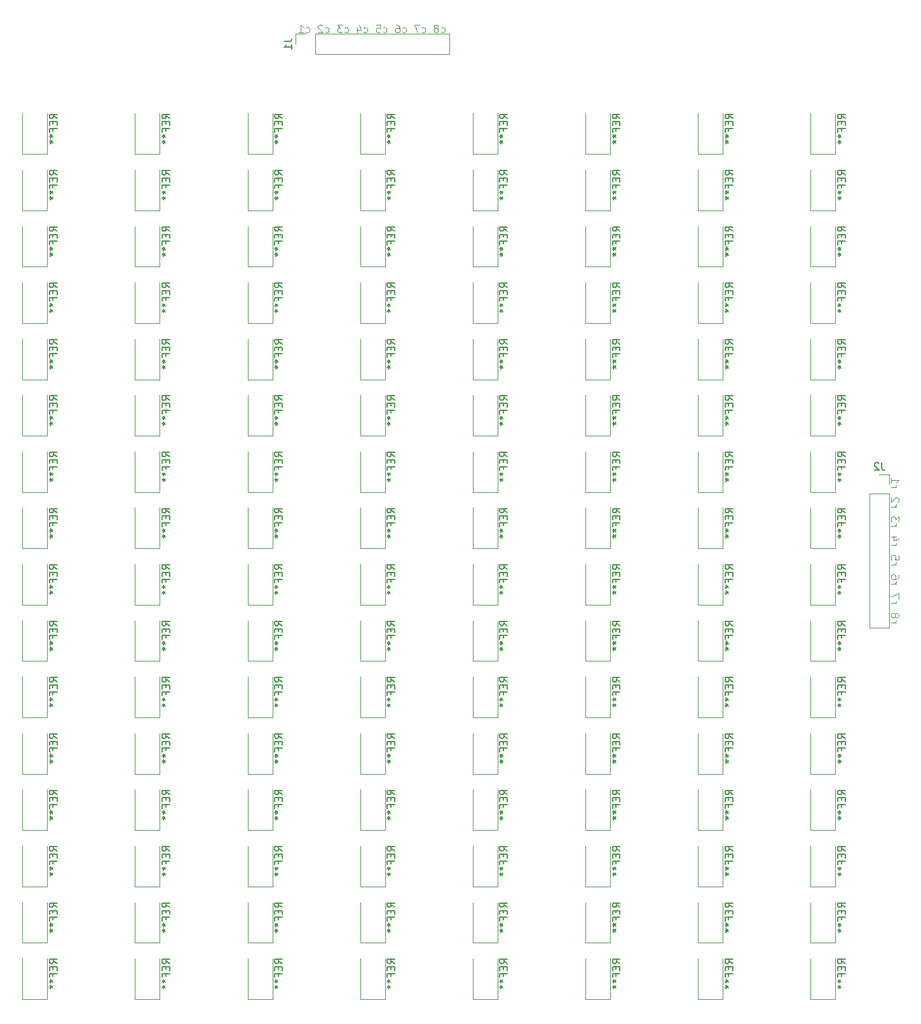
<source format=gbo>
G04 #@! TF.GenerationSoftware,KiCad,Pcbnew,(5.1.5)-3*
G04 #@! TF.CreationDate,2021-01-07T19:15:07+01:00*
G04 #@! TF.ProjectId,haptic display 8x8 aisler,68617074-6963-4206-9469-73706c617920,rev?*
G04 #@! TF.SameCoordinates,Original*
G04 #@! TF.FileFunction,Legend,Bot*
G04 #@! TF.FilePolarity,Positive*
%FSLAX46Y46*%
G04 Gerber Fmt 4.6, Leading zero omitted, Abs format (unit mm)*
G04 Created by KiCad (PCBNEW (5.1.5)-3) date 2021-01-07 19:15:07*
%MOMM*%
%LPD*%
G04 APERTURE LIST*
%ADD10C,0.100000*%
%ADD11C,0.120000*%
%ADD12C,0.150000*%
G04 APERTURE END LIST*
D10*
X171547619Y-112004761D02*
X172214285Y-112004761D01*
X172023809Y-112004761D02*
X172119047Y-111952380D01*
X172166666Y-111900000D01*
X172214285Y-111795238D01*
X172214285Y-111690476D01*
X172119047Y-111166666D02*
X172166666Y-111271428D01*
X172214285Y-111323809D01*
X172309523Y-111376190D01*
X172357142Y-111376190D01*
X172452380Y-111323809D01*
X172500000Y-111271428D01*
X172547619Y-111166666D01*
X172547619Y-110957142D01*
X172500000Y-110852380D01*
X172452380Y-110800000D01*
X172357142Y-110747619D01*
X172309523Y-110747619D01*
X172214285Y-110800000D01*
X172166666Y-110852380D01*
X172119047Y-110957142D01*
X172119047Y-111166666D01*
X172071428Y-111271428D01*
X172023809Y-111323809D01*
X171928571Y-111376190D01*
X171738095Y-111376190D01*
X171642857Y-111323809D01*
X171595238Y-111271428D01*
X171547619Y-111166666D01*
X171547619Y-110957142D01*
X171595238Y-110852380D01*
X171642857Y-110800000D01*
X171738095Y-110747619D01*
X171928571Y-110747619D01*
X172023809Y-110800000D01*
X172071428Y-110852380D01*
X172119047Y-110957142D01*
X171547619Y-109438095D02*
X172214285Y-109438095D01*
X172023809Y-109438095D02*
X172119047Y-109385714D01*
X172166666Y-109333333D01*
X172214285Y-109228571D01*
X172214285Y-109123809D01*
X172547619Y-108861904D02*
X172547619Y-108128571D01*
X171547619Y-108600000D01*
X171547619Y-106871428D02*
X172214285Y-106871428D01*
X172023809Y-106871428D02*
X172119047Y-106819047D01*
X172166666Y-106766666D01*
X172214285Y-106661904D01*
X172214285Y-106557142D01*
X172547619Y-105719047D02*
X172547619Y-105928571D01*
X172500000Y-106033333D01*
X172452380Y-106085714D01*
X172309523Y-106190476D01*
X172119047Y-106242857D01*
X171738095Y-106242857D01*
X171642857Y-106190476D01*
X171595238Y-106138095D01*
X171547619Y-106033333D01*
X171547619Y-105823809D01*
X171595238Y-105719047D01*
X171642857Y-105666666D01*
X171738095Y-105614285D01*
X171976190Y-105614285D01*
X172071428Y-105666666D01*
X172119047Y-105719047D01*
X172166666Y-105823809D01*
X172166666Y-106033333D01*
X172119047Y-106138095D01*
X172071428Y-106190476D01*
X171976190Y-106242857D01*
X171547619Y-104304761D02*
X172214285Y-104304761D01*
X172023809Y-104304761D02*
X172119047Y-104252380D01*
X172166666Y-104200000D01*
X172214285Y-104095238D01*
X172214285Y-103990476D01*
X172547619Y-103100000D02*
X172547619Y-103623809D01*
X172071428Y-103676190D01*
X172119047Y-103623809D01*
X172166666Y-103519047D01*
X172166666Y-103257142D01*
X172119047Y-103152380D01*
X172071428Y-103100000D01*
X171976190Y-103047619D01*
X171738095Y-103047619D01*
X171642857Y-103100000D01*
X171595238Y-103152380D01*
X171547619Y-103257142D01*
X171547619Y-103519047D01*
X171595238Y-103623809D01*
X171642857Y-103676190D01*
X171547619Y-101738095D02*
X172214285Y-101738095D01*
X172023809Y-101738095D02*
X172119047Y-101685714D01*
X172166666Y-101633333D01*
X172214285Y-101528571D01*
X172214285Y-101423809D01*
X172214285Y-100585714D02*
X171547619Y-100585714D01*
X172595238Y-100847619D02*
X171880952Y-101109523D01*
X171880952Y-100428571D01*
X171547619Y-99171428D02*
X172214285Y-99171428D01*
X172023809Y-99171428D02*
X172119047Y-99119047D01*
X172166666Y-99066666D01*
X172214285Y-98961904D01*
X172214285Y-98857142D01*
X172547619Y-98595238D02*
X172547619Y-97914285D01*
X172166666Y-98280952D01*
X172166666Y-98123809D01*
X172119047Y-98019047D01*
X172071428Y-97966666D01*
X171976190Y-97914285D01*
X171738095Y-97914285D01*
X171642857Y-97966666D01*
X171595238Y-98019047D01*
X171547619Y-98123809D01*
X171547619Y-98438095D01*
X171595238Y-98542857D01*
X171642857Y-98595238D01*
X171547619Y-96604761D02*
X172214285Y-96604761D01*
X172023809Y-96604761D02*
X172119047Y-96552380D01*
X172166666Y-96500000D01*
X172214285Y-96395238D01*
X172214285Y-96290476D01*
X172452380Y-95976190D02*
X172500000Y-95923809D01*
X172547619Y-95819047D01*
X172547619Y-95557142D01*
X172500000Y-95452380D01*
X172452380Y-95400000D01*
X172357142Y-95347619D01*
X172261904Y-95347619D01*
X172119047Y-95400000D01*
X171547619Y-96028571D01*
X171547619Y-95347619D01*
X171547619Y-94038095D02*
X172214285Y-94038095D01*
X172023809Y-94038095D02*
X172119047Y-93985714D01*
X172166666Y-93933333D01*
X172214285Y-93828571D01*
X172214285Y-93723809D01*
X171547619Y-92780952D02*
X171547619Y-93409523D01*
X171547619Y-93095238D02*
X172547619Y-93095238D01*
X172404761Y-93200000D01*
X172309523Y-93304761D01*
X172261904Y-93409523D01*
X111619047Y-33404761D02*
X111714285Y-33452380D01*
X111904761Y-33452380D01*
X112000000Y-33404761D01*
X112047619Y-33357142D01*
X112095238Y-33261904D01*
X112095238Y-32976190D01*
X112047619Y-32880952D01*
X112000000Y-32833333D01*
X111904761Y-32785714D01*
X111714285Y-32785714D01*
X111619047Y-32833333D01*
X111047619Y-32880952D02*
X111142857Y-32833333D01*
X111190476Y-32785714D01*
X111238095Y-32690476D01*
X111238095Y-32642857D01*
X111190476Y-32547619D01*
X111142857Y-32500000D01*
X111047619Y-32452380D01*
X110857142Y-32452380D01*
X110761904Y-32500000D01*
X110714285Y-32547619D01*
X110666666Y-32642857D01*
X110666666Y-32690476D01*
X110714285Y-32785714D01*
X110761904Y-32833333D01*
X110857142Y-32880952D01*
X111047619Y-32880952D01*
X111142857Y-32928571D01*
X111190476Y-32976190D01*
X111238095Y-33071428D01*
X111238095Y-33261904D01*
X111190476Y-33357142D01*
X111142857Y-33404761D01*
X111047619Y-33452380D01*
X110857142Y-33452380D01*
X110761904Y-33404761D01*
X110714285Y-33357142D01*
X110666666Y-33261904D01*
X110666666Y-33071428D01*
X110714285Y-32976190D01*
X110761904Y-32928571D01*
X110857142Y-32880952D01*
X109047619Y-33404761D02*
X109142857Y-33452380D01*
X109333333Y-33452380D01*
X109428571Y-33404761D01*
X109476190Y-33357142D01*
X109523809Y-33261904D01*
X109523809Y-32976190D01*
X109476190Y-32880952D01*
X109428571Y-32833333D01*
X109333333Y-32785714D01*
X109142857Y-32785714D01*
X109047619Y-32833333D01*
X108714285Y-32452380D02*
X108047619Y-32452380D01*
X108476190Y-33452380D01*
X106476190Y-33404761D02*
X106571428Y-33452380D01*
X106761904Y-33452380D01*
X106857142Y-33404761D01*
X106904761Y-33357142D01*
X106952380Y-33261904D01*
X106952380Y-32976190D01*
X106904761Y-32880952D01*
X106857142Y-32833333D01*
X106761904Y-32785714D01*
X106571428Y-32785714D01*
X106476190Y-32833333D01*
X105619047Y-32452380D02*
X105809523Y-32452380D01*
X105904761Y-32500000D01*
X105952380Y-32547619D01*
X106047619Y-32690476D01*
X106095238Y-32880952D01*
X106095238Y-33261904D01*
X106047619Y-33357142D01*
X106000000Y-33404761D01*
X105904761Y-33452380D01*
X105714285Y-33452380D01*
X105619047Y-33404761D01*
X105571428Y-33357142D01*
X105523809Y-33261904D01*
X105523809Y-33023809D01*
X105571428Y-32928571D01*
X105619047Y-32880952D01*
X105714285Y-32833333D01*
X105904761Y-32833333D01*
X106000000Y-32880952D01*
X106047619Y-32928571D01*
X106095238Y-33023809D01*
X103904761Y-33404761D02*
X104000000Y-33452380D01*
X104190476Y-33452380D01*
X104285714Y-33404761D01*
X104333333Y-33357142D01*
X104380952Y-33261904D01*
X104380952Y-32976190D01*
X104333333Y-32880952D01*
X104285714Y-32833333D01*
X104190476Y-32785714D01*
X104000000Y-32785714D01*
X103904761Y-32833333D01*
X103000000Y-32452380D02*
X103476190Y-32452380D01*
X103523809Y-32928571D01*
X103476190Y-32880952D01*
X103380952Y-32833333D01*
X103142857Y-32833333D01*
X103047619Y-32880952D01*
X103000000Y-32928571D01*
X102952380Y-33023809D01*
X102952380Y-33261904D01*
X103000000Y-33357142D01*
X103047619Y-33404761D01*
X103142857Y-33452380D01*
X103380952Y-33452380D01*
X103476190Y-33404761D01*
X103523809Y-33357142D01*
X101333333Y-33404761D02*
X101428571Y-33452380D01*
X101619047Y-33452380D01*
X101714285Y-33404761D01*
X101761904Y-33357142D01*
X101809523Y-33261904D01*
X101809523Y-32976190D01*
X101761904Y-32880952D01*
X101714285Y-32833333D01*
X101619047Y-32785714D01*
X101428571Y-32785714D01*
X101333333Y-32833333D01*
X100476190Y-32785714D02*
X100476190Y-33452380D01*
X100714285Y-32404761D02*
X100952380Y-33119047D01*
X100333333Y-33119047D01*
X98761904Y-33404761D02*
X98857142Y-33452380D01*
X99047619Y-33452380D01*
X99142857Y-33404761D01*
X99190476Y-33357142D01*
X99238095Y-33261904D01*
X99238095Y-32976190D01*
X99190476Y-32880952D01*
X99142857Y-32833333D01*
X99047619Y-32785714D01*
X98857142Y-32785714D01*
X98761904Y-32833333D01*
X98428571Y-32452380D02*
X97809523Y-32452380D01*
X98142857Y-32833333D01*
X98000000Y-32833333D01*
X97904761Y-32880952D01*
X97857142Y-32928571D01*
X97809523Y-33023809D01*
X97809523Y-33261904D01*
X97857142Y-33357142D01*
X97904761Y-33404761D01*
X98000000Y-33452380D01*
X98285714Y-33452380D01*
X98380952Y-33404761D01*
X98428571Y-33357142D01*
X96190476Y-33404761D02*
X96285714Y-33452380D01*
X96476190Y-33452380D01*
X96571428Y-33404761D01*
X96619047Y-33357142D01*
X96666666Y-33261904D01*
X96666666Y-32976190D01*
X96619047Y-32880952D01*
X96571428Y-32833333D01*
X96476190Y-32785714D01*
X96285714Y-32785714D01*
X96190476Y-32833333D01*
X95809523Y-32547619D02*
X95761904Y-32500000D01*
X95666666Y-32452380D01*
X95428571Y-32452380D01*
X95333333Y-32500000D01*
X95285714Y-32547619D01*
X95238095Y-32642857D01*
X95238095Y-32738095D01*
X95285714Y-32880952D01*
X95857142Y-33452380D01*
X95238095Y-33452380D01*
X93619047Y-33404761D02*
X93714285Y-33452380D01*
X93904761Y-33452380D01*
X94000000Y-33404761D01*
X94047619Y-33357142D01*
X94095238Y-33261904D01*
X94095238Y-32976190D01*
X94047619Y-32880952D01*
X94000000Y-32833333D01*
X93904761Y-32785714D01*
X93714285Y-32785714D01*
X93619047Y-32833333D01*
X92666666Y-33452380D02*
X93238095Y-33452380D01*
X92952380Y-33452380D02*
X92952380Y-32452380D01*
X93047619Y-32595238D01*
X93142857Y-32690476D01*
X93238095Y-32738095D01*
D11*
X134150000Y-162150000D02*
X134150000Y-156750000D01*
X130850000Y-162150000D02*
X130850000Y-156750000D01*
X134150000Y-162150000D02*
X130850000Y-162150000D01*
X134150000Y-147150000D02*
X134150000Y-141750000D01*
X130850000Y-147150000D02*
X130850000Y-141750000D01*
X134150000Y-147150000D02*
X130850000Y-147150000D01*
X134150000Y-132150000D02*
X134150000Y-126750000D01*
X130850000Y-132150000D02*
X130850000Y-126750000D01*
X134150000Y-132150000D02*
X130850000Y-132150000D01*
X134150000Y-117150000D02*
X134150000Y-111750000D01*
X130850000Y-117150000D02*
X130850000Y-111750000D01*
X134150000Y-117150000D02*
X130850000Y-117150000D01*
X134150000Y-102150000D02*
X134150000Y-96750000D01*
X130850000Y-102150000D02*
X130850000Y-96750000D01*
X134150000Y-102150000D02*
X130850000Y-102150000D01*
X134150000Y-87150000D02*
X134150000Y-81750000D01*
X130850000Y-87150000D02*
X130850000Y-81750000D01*
X134150000Y-87150000D02*
X130850000Y-87150000D01*
X134150000Y-72150000D02*
X134150000Y-66750000D01*
X130850000Y-72150000D02*
X130850000Y-66750000D01*
X134150000Y-72150000D02*
X130850000Y-72150000D01*
X74150000Y-154650000D02*
X74150000Y-149250000D01*
X70850000Y-154650000D02*
X70850000Y-149250000D01*
X74150000Y-154650000D02*
X70850000Y-154650000D01*
X74150000Y-139650000D02*
X74150000Y-134250000D01*
X70850000Y-139650000D02*
X70850000Y-134250000D01*
X74150000Y-139650000D02*
X70850000Y-139650000D01*
X74150000Y-124650000D02*
X74150000Y-119250000D01*
X70850000Y-124650000D02*
X70850000Y-119250000D01*
X74150000Y-124650000D02*
X70850000Y-124650000D01*
X74150000Y-109650000D02*
X74150000Y-104250000D01*
X70850000Y-109650000D02*
X70850000Y-104250000D01*
X74150000Y-109650000D02*
X70850000Y-109650000D01*
X74150000Y-94650000D02*
X74150000Y-89250000D01*
X70850000Y-94650000D02*
X70850000Y-89250000D01*
X74150000Y-94650000D02*
X70850000Y-94650000D01*
X74150000Y-79650000D02*
X74150000Y-74250000D01*
X70850000Y-79650000D02*
X70850000Y-74250000D01*
X74150000Y-79650000D02*
X70850000Y-79650000D01*
X74150000Y-64650000D02*
X74150000Y-59250000D01*
X70850000Y-64650000D02*
X70850000Y-59250000D01*
X74150000Y-64650000D02*
X70850000Y-64650000D01*
X89150000Y-154650000D02*
X89150000Y-149250000D01*
X85850000Y-154650000D02*
X85850000Y-149250000D01*
X89150000Y-154650000D02*
X85850000Y-154650000D01*
X89150000Y-139650000D02*
X89150000Y-134250000D01*
X85850000Y-139650000D02*
X85850000Y-134250000D01*
X89150000Y-139650000D02*
X85850000Y-139650000D01*
X89150000Y-124650000D02*
X89150000Y-119250000D01*
X85850000Y-124650000D02*
X85850000Y-119250000D01*
X89150000Y-124650000D02*
X85850000Y-124650000D01*
X89150000Y-109650000D02*
X89150000Y-104250000D01*
X85850000Y-109650000D02*
X85850000Y-104250000D01*
X89150000Y-109650000D02*
X85850000Y-109650000D01*
X89150000Y-94650000D02*
X89150000Y-89250000D01*
X85850000Y-94650000D02*
X85850000Y-89250000D01*
X89150000Y-94650000D02*
X85850000Y-94650000D01*
X89150000Y-79650000D02*
X89150000Y-74250000D01*
X85850000Y-79650000D02*
X85850000Y-74250000D01*
X89150000Y-79650000D02*
X85850000Y-79650000D01*
X89150000Y-64650000D02*
X89150000Y-59250000D01*
X85850000Y-64650000D02*
X85850000Y-59250000D01*
X89150000Y-64650000D02*
X85850000Y-64650000D01*
X164150000Y-154650000D02*
X164150000Y-149250000D01*
X160850000Y-154650000D02*
X160850000Y-149250000D01*
X164150000Y-154650000D02*
X160850000Y-154650000D01*
X164150000Y-139650000D02*
X164150000Y-134250000D01*
X160850000Y-139650000D02*
X160850000Y-134250000D01*
X164150000Y-139650000D02*
X160850000Y-139650000D01*
X164150000Y-124650000D02*
X164150000Y-119250000D01*
X160850000Y-124650000D02*
X160850000Y-119250000D01*
X164150000Y-124650000D02*
X160850000Y-124650000D01*
X164150000Y-109650000D02*
X164150000Y-104250000D01*
X160850000Y-109650000D02*
X160850000Y-104250000D01*
X164150000Y-109650000D02*
X160850000Y-109650000D01*
X164150000Y-94650000D02*
X164150000Y-89250000D01*
X160850000Y-94650000D02*
X160850000Y-89250000D01*
X164150000Y-94650000D02*
X160850000Y-94650000D01*
X164150000Y-79650000D02*
X164150000Y-74250000D01*
X160850000Y-79650000D02*
X160850000Y-74250000D01*
X164150000Y-79650000D02*
X160850000Y-79650000D01*
X164150000Y-64650000D02*
X164150000Y-59250000D01*
X160850000Y-64650000D02*
X160850000Y-59250000D01*
X164150000Y-64650000D02*
X160850000Y-64650000D01*
X149150000Y-154650000D02*
X149150000Y-149250000D01*
X145850000Y-154650000D02*
X145850000Y-149250000D01*
X149150000Y-154650000D02*
X145850000Y-154650000D01*
X149150000Y-139650000D02*
X149150000Y-134250000D01*
X145850000Y-139650000D02*
X145850000Y-134250000D01*
X149150000Y-139650000D02*
X145850000Y-139650000D01*
X149150000Y-124650000D02*
X149150000Y-119250000D01*
X145850000Y-124650000D02*
X145850000Y-119250000D01*
X149150000Y-124650000D02*
X145850000Y-124650000D01*
X149150000Y-109650000D02*
X149150000Y-104250000D01*
X145850000Y-109650000D02*
X145850000Y-104250000D01*
X149150000Y-109650000D02*
X145850000Y-109650000D01*
X149150000Y-94650000D02*
X149150000Y-89250000D01*
X145850000Y-94650000D02*
X145850000Y-89250000D01*
X149150000Y-94650000D02*
X145850000Y-94650000D01*
X149150000Y-79650000D02*
X149150000Y-74250000D01*
X145850000Y-79650000D02*
X145850000Y-74250000D01*
X149150000Y-79650000D02*
X145850000Y-79650000D01*
X149150000Y-64650000D02*
X149150000Y-59250000D01*
X145850000Y-64650000D02*
X145850000Y-59250000D01*
X149150000Y-64650000D02*
X145850000Y-64650000D01*
X149150000Y-162150000D02*
X149150000Y-156750000D01*
X145850000Y-162150000D02*
X145850000Y-156750000D01*
X149150000Y-162150000D02*
X145850000Y-162150000D01*
X149150000Y-147150000D02*
X149150000Y-141750000D01*
X145850000Y-147150000D02*
X145850000Y-141750000D01*
X149150000Y-147150000D02*
X145850000Y-147150000D01*
X149150000Y-132150000D02*
X149150000Y-126750000D01*
X145850000Y-132150000D02*
X145850000Y-126750000D01*
X149150000Y-132150000D02*
X145850000Y-132150000D01*
X149150000Y-117150000D02*
X149150000Y-111750000D01*
X145850000Y-117150000D02*
X145850000Y-111750000D01*
X149150000Y-117150000D02*
X145850000Y-117150000D01*
X149150000Y-102150000D02*
X149150000Y-96750000D01*
X145850000Y-102150000D02*
X145850000Y-96750000D01*
X149150000Y-102150000D02*
X145850000Y-102150000D01*
X149150000Y-87150000D02*
X149150000Y-81750000D01*
X145850000Y-87150000D02*
X145850000Y-81750000D01*
X149150000Y-87150000D02*
X145850000Y-87150000D01*
X149150000Y-72150000D02*
X149150000Y-66750000D01*
X145850000Y-72150000D02*
X145850000Y-66750000D01*
X149150000Y-72150000D02*
X145850000Y-72150000D01*
X104150000Y-162150000D02*
X104150000Y-156750000D01*
X100850000Y-162150000D02*
X100850000Y-156750000D01*
X104150000Y-162150000D02*
X100850000Y-162150000D01*
X104150000Y-147150000D02*
X104150000Y-141750000D01*
X100850000Y-147150000D02*
X100850000Y-141750000D01*
X104150000Y-147150000D02*
X100850000Y-147150000D01*
X104150000Y-132150000D02*
X104150000Y-126750000D01*
X100850000Y-132150000D02*
X100850000Y-126750000D01*
X104150000Y-132150000D02*
X100850000Y-132150000D01*
X104150000Y-117150000D02*
X104150000Y-111750000D01*
X100850000Y-117150000D02*
X100850000Y-111750000D01*
X104150000Y-117150000D02*
X100850000Y-117150000D01*
X104150000Y-102150000D02*
X104150000Y-96750000D01*
X100850000Y-102150000D02*
X100850000Y-96750000D01*
X104150000Y-102150000D02*
X100850000Y-102150000D01*
X104150000Y-87150000D02*
X104150000Y-81750000D01*
X100850000Y-87150000D02*
X100850000Y-81750000D01*
X104150000Y-87150000D02*
X100850000Y-87150000D01*
X104150000Y-72150000D02*
X104150000Y-66750000D01*
X100850000Y-72150000D02*
X100850000Y-66750000D01*
X104150000Y-72150000D02*
X100850000Y-72150000D01*
X104150000Y-154650000D02*
X104150000Y-149250000D01*
X100850000Y-154650000D02*
X100850000Y-149250000D01*
X104150000Y-154650000D02*
X100850000Y-154650000D01*
X104150000Y-139650000D02*
X104150000Y-134250000D01*
X100850000Y-139650000D02*
X100850000Y-134250000D01*
X104150000Y-139650000D02*
X100850000Y-139650000D01*
X104150000Y-124650000D02*
X104150000Y-119250000D01*
X100850000Y-124650000D02*
X100850000Y-119250000D01*
X104150000Y-124650000D02*
X100850000Y-124650000D01*
X104150000Y-109650000D02*
X104150000Y-104250000D01*
X100850000Y-109650000D02*
X100850000Y-104250000D01*
X104150000Y-109650000D02*
X100850000Y-109650000D01*
X104150000Y-94650000D02*
X104150000Y-89250000D01*
X100850000Y-94650000D02*
X100850000Y-89250000D01*
X104150000Y-94650000D02*
X100850000Y-94650000D01*
X104150000Y-79650000D02*
X104150000Y-74250000D01*
X100850000Y-79650000D02*
X100850000Y-74250000D01*
X104150000Y-79650000D02*
X100850000Y-79650000D01*
X104150000Y-64650000D02*
X104150000Y-59250000D01*
X100850000Y-64650000D02*
X100850000Y-59250000D01*
X104150000Y-64650000D02*
X100850000Y-64650000D01*
X119150000Y-154650000D02*
X119150000Y-149250000D01*
X115850000Y-154650000D02*
X115850000Y-149250000D01*
X119150000Y-154650000D02*
X115850000Y-154650000D01*
X119150000Y-139650000D02*
X119150000Y-134250000D01*
X115850000Y-139650000D02*
X115850000Y-134250000D01*
X119150000Y-139650000D02*
X115850000Y-139650000D01*
X119150000Y-124650000D02*
X119150000Y-119250000D01*
X115850000Y-124650000D02*
X115850000Y-119250000D01*
X119150000Y-124650000D02*
X115850000Y-124650000D01*
X119150000Y-109650000D02*
X119150000Y-104250000D01*
X115850000Y-109650000D02*
X115850000Y-104250000D01*
X119150000Y-109650000D02*
X115850000Y-109650000D01*
X119150000Y-94650000D02*
X119150000Y-89250000D01*
X115850000Y-94650000D02*
X115850000Y-89250000D01*
X119150000Y-94650000D02*
X115850000Y-94650000D01*
X119150000Y-79650000D02*
X119150000Y-74250000D01*
X115850000Y-79650000D02*
X115850000Y-74250000D01*
X119150000Y-79650000D02*
X115850000Y-79650000D01*
X119150000Y-64650000D02*
X119150000Y-59250000D01*
X115850000Y-64650000D02*
X115850000Y-59250000D01*
X119150000Y-64650000D02*
X115850000Y-64650000D01*
X74150000Y-162150000D02*
X74150000Y-156750000D01*
X70850000Y-162150000D02*
X70850000Y-156750000D01*
X74150000Y-162150000D02*
X70850000Y-162150000D01*
X74150000Y-147150000D02*
X74150000Y-141750000D01*
X70850000Y-147150000D02*
X70850000Y-141750000D01*
X74150000Y-147150000D02*
X70850000Y-147150000D01*
X74150000Y-132150000D02*
X74150000Y-126750000D01*
X70850000Y-132150000D02*
X70850000Y-126750000D01*
X74150000Y-132150000D02*
X70850000Y-132150000D01*
X74150000Y-117150000D02*
X74150000Y-111750000D01*
X70850000Y-117150000D02*
X70850000Y-111750000D01*
X74150000Y-117150000D02*
X70850000Y-117150000D01*
X74150000Y-102150000D02*
X74150000Y-96750000D01*
X70850000Y-102150000D02*
X70850000Y-96750000D01*
X74150000Y-102150000D02*
X70850000Y-102150000D01*
X74150000Y-87150000D02*
X74150000Y-81750000D01*
X70850000Y-87150000D02*
X70850000Y-81750000D01*
X74150000Y-87150000D02*
X70850000Y-87150000D01*
X74150000Y-72150000D02*
X74150000Y-66750000D01*
X70850000Y-72150000D02*
X70850000Y-66750000D01*
X74150000Y-72150000D02*
X70850000Y-72150000D01*
X164150000Y-162150000D02*
X164150000Y-156750000D01*
X160850000Y-162150000D02*
X160850000Y-156750000D01*
X164150000Y-162150000D02*
X160850000Y-162150000D01*
X164150000Y-147150000D02*
X164150000Y-141750000D01*
X160850000Y-147150000D02*
X160850000Y-141750000D01*
X164150000Y-147150000D02*
X160850000Y-147150000D01*
X164150000Y-132150000D02*
X164150000Y-126750000D01*
X160850000Y-132150000D02*
X160850000Y-126750000D01*
X164150000Y-132150000D02*
X160850000Y-132150000D01*
X164150000Y-117150000D02*
X164150000Y-111750000D01*
X160850000Y-117150000D02*
X160850000Y-111750000D01*
X164150000Y-117150000D02*
X160850000Y-117150000D01*
X164150000Y-102150000D02*
X164150000Y-96750000D01*
X160850000Y-102150000D02*
X160850000Y-96750000D01*
X164150000Y-102150000D02*
X160850000Y-102150000D01*
X164150000Y-87150000D02*
X164150000Y-81750000D01*
X160850000Y-87150000D02*
X160850000Y-81750000D01*
X164150000Y-87150000D02*
X160850000Y-87150000D01*
X164150000Y-72150000D02*
X164150000Y-66750000D01*
X160850000Y-72150000D02*
X160850000Y-66750000D01*
X164150000Y-72150000D02*
X160850000Y-72150000D01*
X134150000Y-154650000D02*
X134150000Y-149250000D01*
X130850000Y-154650000D02*
X130850000Y-149250000D01*
X134150000Y-154650000D02*
X130850000Y-154650000D01*
X134150000Y-139650000D02*
X134150000Y-134250000D01*
X130850000Y-139650000D02*
X130850000Y-134250000D01*
X134150000Y-139650000D02*
X130850000Y-139650000D01*
X134150000Y-124650000D02*
X134150000Y-119250000D01*
X130850000Y-124650000D02*
X130850000Y-119250000D01*
X134150000Y-124650000D02*
X130850000Y-124650000D01*
X134150000Y-109650000D02*
X134150000Y-104250000D01*
X130850000Y-109650000D02*
X130850000Y-104250000D01*
X134150000Y-109650000D02*
X130850000Y-109650000D01*
X134150000Y-94650000D02*
X134150000Y-89250000D01*
X130850000Y-94650000D02*
X130850000Y-89250000D01*
X134150000Y-94650000D02*
X130850000Y-94650000D01*
X134150000Y-79650000D02*
X134150000Y-74250000D01*
X130850000Y-79650000D02*
X130850000Y-74250000D01*
X134150000Y-79650000D02*
X130850000Y-79650000D01*
X134150000Y-64650000D02*
X134150000Y-59250000D01*
X130850000Y-64650000D02*
X130850000Y-59250000D01*
X134150000Y-64650000D02*
X130850000Y-64650000D01*
X119150000Y-162150000D02*
X119150000Y-156750000D01*
X115850000Y-162150000D02*
X115850000Y-156750000D01*
X119150000Y-162150000D02*
X115850000Y-162150000D01*
X119150000Y-147150000D02*
X119150000Y-141750000D01*
X115850000Y-147150000D02*
X115850000Y-141750000D01*
X119150000Y-147150000D02*
X115850000Y-147150000D01*
X119150000Y-132150000D02*
X119150000Y-126750000D01*
X115850000Y-132150000D02*
X115850000Y-126750000D01*
X119150000Y-132150000D02*
X115850000Y-132150000D01*
X119150000Y-117150000D02*
X119150000Y-111750000D01*
X115850000Y-117150000D02*
X115850000Y-111750000D01*
X119150000Y-117150000D02*
X115850000Y-117150000D01*
X119150000Y-102150000D02*
X119150000Y-96750000D01*
X115850000Y-102150000D02*
X115850000Y-96750000D01*
X119150000Y-102150000D02*
X115850000Y-102150000D01*
X119150000Y-87150000D02*
X119150000Y-81750000D01*
X115850000Y-87150000D02*
X115850000Y-81750000D01*
X119150000Y-87150000D02*
X115850000Y-87150000D01*
X119150000Y-72150000D02*
X119150000Y-66750000D01*
X115850000Y-72150000D02*
X115850000Y-66750000D01*
X119150000Y-72150000D02*
X115850000Y-72150000D01*
X89150000Y-162150000D02*
X89150000Y-156750000D01*
X85850000Y-162150000D02*
X85850000Y-156750000D01*
X89150000Y-162150000D02*
X85850000Y-162150000D01*
X89150000Y-147150000D02*
X89150000Y-141750000D01*
X85850000Y-147150000D02*
X85850000Y-141750000D01*
X89150000Y-147150000D02*
X85850000Y-147150000D01*
X89150000Y-132150000D02*
X89150000Y-126750000D01*
X85850000Y-132150000D02*
X85850000Y-126750000D01*
X89150000Y-132150000D02*
X85850000Y-132150000D01*
X89150000Y-117150000D02*
X89150000Y-111750000D01*
X85850000Y-117150000D02*
X85850000Y-111750000D01*
X89150000Y-117150000D02*
X85850000Y-117150000D01*
X89150000Y-102150000D02*
X89150000Y-96750000D01*
X85850000Y-102150000D02*
X85850000Y-96750000D01*
X89150000Y-102150000D02*
X85850000Y-102150000D01*
X89150000Y-87150000D02*
X89150000Y-81750000D01*
X85850000Y-87150000D02*
X85850000Y-81750000D01*
X89150000Y-87150000D02*
X85850000Y-87150000D01*
X89150000Y-72150000D02*
X89150000Y-66750000D01*
X85850000Y-72150000D02*
X85850000Y-66750000D01*
X89150000Y-72150000D02*
X85850000Y-72150000D01*
X59150000Y-154650000D02*
X55850000Y-154650000D01*
X55850000Y-154650000D02*
X55850000Y-149250000D01*
X59150000Y-154650000D02*
X59150000Y-149250000D01*
X59150000Y-139650000D02*
X55850000Y-139650000D01*
X55850000Y-139650000D02*
X55850000Y-134250000D01*
X59150000Y-139650000D02*
X59150000Y-134250000D01*
X59150000Y-124650000D02*
X55850000Y-124650000D01*
X55850000Y-124650000D02*
X55850000Y-119250000D01*
X59150000Y-124650000D02*
X59150000Y-119250000D01*
X59150000Y-109650000D02*
X55850000Y-109650000D01*
X55850000Y-109650000D02*
X55850000Y-104250000D01*
X59150000Y-109650000D02*
X59150000Y-104250000D01*
X59150000Y-94650000D02*
X55850000Y-94650000D01*
X55850000Y-94650000D02*
X55850000Y-89250000D01*
X59150000Y-94650000D02*
X59150000Y-89250000D01*
X59150000Y-79650000D02*
X55850000Y-79650000D01*
X55850000Y-79650000D02*
X55850000Y-74250000D01*
X59150000Y-79650000D02*
X59150000Y-74250000D01*
X59150000Y-64650000D02*
X55850000Y-64650000D01*
X55850000Y-64650000D02*
X55850000Y-59250000D01*
X59150000Y-64650000D02*
X59150000Y-59250000D01*
X59150000Y-162150000D02*
X55850000Y-162150000D01*
X55850000Y-162150000D02*
X55850000Y-156750000D01*
X59150000Y-162150000D02*
X59150000Y-156750000D01*
X59150000Y-147150000D02*
X55850000Y-147150000D01*
X55850000Y-147150000D02*
X55850000Y-141750000D01*
X59150000Y-147150000D02*
X59150000Y-141750000D01*
X59150000Y-132150000D02*
X55850000Y-132150000D01*
X55850000Y-132150000D02*
X55850000Y-126750000D01*
X59150000Y-132150000D02*
X59150000Y-126750000D01*
X59150000Y-117150000D02*
X55850000Y-117150000D01*
X55850000Y-117150000D02*
X55850000Y-111750000D01*
X59150000Y-117150000D02*
X59150000Y-111750000D01*
X59150000Y-102150000D02*
X55850000Y-102150000D01*
X55850000Y-102150000D02*
X55850000Y-96750000D01*
X59150000Y-102150000D02*
X59150000Y-96750000D01*
X59150000Y-87150000D02*
X55850000Y-87150000D01*
X55850000Y-87150000D02*
X55850000Y-81750000D01*
X59150000Y-87150000D02*
X59150000Y-81750000D01*
X59150000Y-72150000D02*
X55850000Y-72150000D01*
X55850000Y-72150000D02*
X55850000Y-66750000D01*
X59150000Y-72150000D02*
X59150000Y-66750000D01*
X164150000Y-57150000D02*
X160850000Y-57150000D01*
X160850000Y-57150000D02*
X160850000Y-51750000D01*
X164150000Y-57150000D02*
X164150000Y-51750000D01*
X149150000Y-57150000D02*
X145850000Y-57150000D01*
X145850000Y-57150000D02*
X145850000Y-51750000D01*
X149150000Y-57150000D02*
X149150000Y-51750000D01*
X134150000Y-57150000D02*
X130850000Y-57150000D01*
X130850000Y-57150000D02*
X130850000Y-51750000D01*
X134150000Y-57150000D02*
X134150000Y-51750000D01*
X119150000Y-57150000D02*
X115850000Y-57150000D01*
X115850000Y-57150000D02*
X115850000Y-51750000D01*
X119150000Y-57150000D02*
X119150000Y-51750000D01*
X104150000Y-57150000D02*
X100850000Y-57150000D01*
X100850000Y-57150000D02*
X100850000Y-51750000D01*
X104150000Y-57150000D02*
X104150000Y-51750000D01*
X89150000Y-57150000D02*
X85850000Y-57150000D01*
X85850000Y-57150000D02*
X85850000Y-51750000D01*
X89150000Y-57150000D02*
X89150000Y-51750000D01*
X74150000Y-57150000D02*
X70850000Y-57150000D01*
X70850000Y-57150000D02*
X70850000Y-51750000D01*
X74150000Y-57150000D02*
X74150000Y-51750000D01*
X164150000Y-49650000D02*
X160850000Y-49650000D01*
X160850000Y-49650000D02*
X160850000Y-44250000D01*
X164150000Y-49650000D02*
X164150000Y-44250000D01*
X149150000Y-49650000D02*
X145850000Y-49650000D01*
X145850000Y-49650000D02*
X145850000Y-44250000D01*
X149150000Y-49650000D02*
X149150000Y-44250000D01*
X134150000Y-49650000D02*
X130850000Y-49650000D01*
X130850000Y-49650000D02*
X130850000Y-44250000D01*
X134150000Y-49650000D02*
X134150000Y-44250000D01*
X119150000Y-49650000D02*
X115850000Y-49650000D01*
X115850000Y-49650000D02*
X115850000Y-44250000D01*
X119150000Y-49650000D02*
X119150000Y-44250000D01*
X104150000Y-49650000D02*
X100850000Y-49650000D01*
X100850000Y-49650000D02*
X100850000Y-44250000D01*
X104150000Y-49650000D02*
X104150000Y-44250000D01*
X89150000Y-49650000D02*
X85850000Y-49650000D01*
X85850000Y-49650000D02*
X85850000Y-44250000D01*
X89150000Y-49650000D02*
X89150000Y-44250000D01*
X74150000Y-49650000D02*
X70850000Y-49650000D01*
X70850000Y-49650000D02*
X70850000Y-44250000D01*
X74150000Y-49650000D02*
X74150000Y-44250000D01*
X59150000Y-57150000D02*
X59150000Y-51750000D01*
X55850000Y-57150000D02*
X55850000Y-51750000D01*
X59150000Y-57150000D02*
X55850000Y-57150000D01*
X59150000Y-49650000D02*
X59150000Y-44250000D01*
X55850000Y-49650000D02*
X55850000Y-44250000D01*
X59150000Y-49650000D02*
X55850000Y-49650000D01*
X171330000Y-92280000D02*
X170000000Y-92280000D01*
X171330000Y-93610000D02*
X171330000Y-92280000D01*
X171330000Y-94880000D02*
X168670000Y-94880000D01*
X168670000Y-94880000D02*
X168670000Y-112720000D01*
X171330000Y-94880000D02*
X171330000Y-112720000D01*
X171330000Y-112720000D02*
X168670000Y-112720000D01*
X92280000Y-33670000D02*
X92280000Y-35000000D01*
X93610000Y-33670000D02*
X92280000Y-33670000D01*
X94880000Y-33670000D02*
X94880000Y-36330000D01*
X94880000Y-36330000D02*
X112720000Y-36330000D01*
X94880000Y-33670000D02*
X112720000Y-33670000D01*
X112720000Y-33670000D02*
X112720000Y-36330000D01*
D12*
X135452380Y-157416666D02*
X134976190Y-157083333D01*
X135452380Y-156845238D02*
X134452380Y-156845238D01*
X134452380Y-157226190D01*
X134500000Y-157321428D01*
X134547619Y-157369047D01*
X134642857Y-157416666D01*
X134785714Y-157416666D01*
X134880952Y-157369047D01*
X134928571Y-157321428D01*
X134976190Y-157226190D01*
X134976190Y-156845238D01*
X134928571Y-157845238D02*
X134928571Y-158178571D01*
X135452380Y-158321428D02*
X135452380Y-157845238D01*
X134452380Y-157845238D01*
X134452380Y-158321428D01*
X134928571Y-159083333D02*
X134928571Y-158750000D01*
X135452380Y-158750000D02*
X134452380Y-158750000D01*
X134452380Y-159226190D01*
X134452380Y-159750000D02*
X134690476Y-159750000D01*
X134595238Y-159511904D02*
X134690476Y-159750000D01*
X134595238Y-159988095D01*
X134880952Y-159607142D02*
X134690476Y-159750000D01*
X134880952Y-159892857D01*
X134452380Y-160511904D02*
X134690476Y-160511904D01*
X134595238Y-160273809D02*
X134690476Y-160511904D01*
X134595238Y-160750000D01*
X134880952Y-160369047D02*
X134690476Y-160511904D01*
X134880952Y-160654761D01*
X135452380Y-142416666D02*
X134976190Y-142083333D01*
X135452380Y-141845238D02*
X134452380Y-141845238D01*
X134452380Y-142226190D01*
X134500000Y-142321428D01*
X134547619Y-142369047D01*
X134642857Y-142416666D01*
X134785714Y-142416666D01*
X134880952Y-142369047D01*
X134928571Y-142321428D01*
X134976190Y-142226190D01*
X134976190Y-141845238D01*
X134928571Y-142845238D02*
X134928571Y-143178571D01*
X135452380Y-143321428D02*
X135452380Y-142845238D01*
X134452380Y-142845238D01*
X134452380Y-143321428D01*
X134928571Y-144083333D02*
X134928571Y-143750000D01*
X135452380Y-143750000D02*
X134452380Y-143750000D01*
X134452380Y-144226190D01*
X134452380Y-144750000D02*
X134690476Y-144750000D01*
X134595238Y-144511904D02*
X134690476Y-144750000D01*
X134595238Y-144988095D01*
X134880952Y-144607142D02*
X134690476Y-144750000D01*
X134880952Y-144892857D01*
X134452380Y-145511904D02*
X134690476Y-145511904D01*
X134595238Y-145273809D02*
X134690476Y-145511904D01*
X134595238Y-145750000D01*
X134880952Y-145369047D02*
X134690476Y-145511904D01*
X134880952Y-145654761D01*
X135452380Y-127416666D02*
X134976190Y-127083333D01*
X135452380Y-126845238D02*
X134452380Y-126845238D01*
X134452380Y-127226190D01*
X134500000Y-127321428D01*
X134547619Y-127369047D01*
X134642857Y-127416666D01*
X134785714Y-127416666D01*
X134880952Y-127369047D01*
X134928571Y-127321428D01*
X134976190Y-127226190D01*
X134976190Y-126845238D01*
X134928571Y-127845238D02*
X134928571Y-128178571D01*
X135452380Y-128321428D02*
X135452380Y-127845238D01*
X134452380Y-127845238D01*
X134452380Y-128321428D01*
X134928571Y-129083333D02*
X134928571Y-128750000D01*
X135452380Y-128750000D02*
X134452380Y-128750000D01*
X134452380Y-129226190D01*
X134452380Y-129750000D02*
X134690476Y-129750000D01*
X134595238Y-129511904D02*
X134690476Y-129750000D01*
X134595238Y-129988095D01*
X134880952Y-129607142D02*
X134690476Y-129750000D01*
X134880952Y-129892857D01*
X134452380Y-130511904D02*
X134690476Y-130511904D01*
X134595238Y-130273809D02*
X134690476Y-130511904D01*
X134595238Y-130750000D01*
X134880952Y-130369047D02*
X134690476Y-130511904D01*
X134880952Y-130654761D01*
X135452380Y-112416666D02*
X134976190Y-112083333D01*
X135452380Y-111845238D02*
X134452380Y-111845238D01*
X134452380Y-112226190D01*
X134500000Y-112321428D01*
X134547619Y-112369047D01*
X134642857Y-112416666D01*
X134785714Y-112416666D01*
X134880952Y-112369047D01*
X134928571Y-112321428D01*
X134976190Y-112226190D01*
X134976190Y-111845238D01*
X134928571Y-112845238D02*
X134928571Y-113178571D01*
X135452380Y-113321428D02*
X135452380Y-112845238D01*
X134452380Y-112845238D01*
X134452380Y-113321428D01*
X134928571Y-114083333D02*
X134928571Y-113750000D01*
X135452380Y-113750000D02*
X134452380Y-113750000D01*
X134452380Y-114226190D01*
X134452380Y-114750000D02*
X134690476Y-114750000D01*
X134595238Y-114511904D02*
X134690476Y-114750000D01*
X134595238Y-114988095D01*
X134880952Y-114607142D02*
X134690476Y-114750000D01*
X134880952Y-114892857D01*
X134452380Y-115511904D02*
X134690476Y-115511904D01*
X134595238Y-115273809D02*
X134690476Y-115511904D01*
X134595238Y-115750000D01*
X134880952Y-115369047D02*
X134690476Y-115511904D01*
X134880952Y-115654761D01*
X135452380Y-97416666D02*
X134976190Y-97083333D01*
X135452380Y-96845238D02*
X134452380Y-96845238D01*
X134452380Y-97226190D01*
X134500000Y-97321428D01*
X134547619Y-97369047D01*
X134642857Y-97416666D01*
X134785714Y-97416666D01*
X134880952Y-97369047D01*
X134928571Y-97321428D01*
X134976190Y-97226190D01*
X134976190Y-96845238D01*
X134928571Y-97845238D02*
X134928571Y-98178571D01*
X135452380Y-98321428D02*
X135452380Y-97845238D01*
X134452380Y-97845238D01*
X134452380Y-98321428D01*
X134928571Y-99083333D02*
X134928571Y-98750000D01*
X135452380Y-98750000D02*
X134452380Y-98750000D01*
X134452380Y-99226190D01*
X134452380Y-99750000D02*
X134690476Y-99750000D01*
X134595238Y-99511904D02*
X134690476Y-99750000D01*
X134595238Y-99988095D01*
X134880952Y-99607142D02*
X134690476Y-99750000D01*
X134880952Y-99892857D01*
X134452380Y-100511904D02*
X134690476Y-100511904D01*
X134595238Y-100273809D02*
X134690476Y-100511904D01*
X134595238Y-100750000D01*
X134880952Y-100369047D02*
X134690476Y-100511904D01*
X134880952Y-100654761D01*
X135452380Y-82416666D02*
X134976190Y-82083333D01*
X135452380Y-81845238D02*
X134452380Y-81845238D01*
X134452380Y-82226190D01*
X134500000Y-82321428D01*
X134547619Y-82369047D01*
X134642857Y-82416666D01*
X134785714Y-82416666D01*
X134880952Y-82369047D01*
X134928571Y-82321428D01*
X134976190Y-82226190D01*
X134976190Y-81845238D01*
X134928571Y-82845238D02*
X134928571Y-83178571D01*
X135452380Y-83321428D02*
X135452380Y-82845238D01*
X134452380Y-82845238D01*
X134452380Y-83321428D01*
X134928571Y-84083333D02*
X134928571Y-83750000D01*
X135452380Y-83750000D02*
X134452380Y-83750000D01*
X134452380Y-84226190D01*
X134452380Y-84750000D02*
X134690476Y-84750000D01*
X134595238Y-84511904D02*
X134690476Y-84750000D01*
X134595238Y-84988095D01*
X134880952Y-84607142D02*
X134690476Y-84750000D01*
X134880952Y-84892857D01*
X134452380Y-85511904D02*
X134690476Y-85511904D01*
X134595238Y-85273809D02*
X134690476Y-85511904D01*
X134595238Y-85750000D01*
X134880952Y-85369047D02*
X134690476Y-85511904D01*
X134880952Y-85654761D01*
X135452380Y-67416666D02*
X134976190Y-67083333D01*
X135452380Y-66845238D02*
X134452380Y-66845238D01*
X134452380Y-67226190D01*
X134500000Y-67321428D01*
X134547619Y-67369047D01*
X134642857Y-67416666D01*
X134785714Y-67416666D01*
X134880952Y-67369047D01*
X134928571Y-67321428D01*
X134976190Y-67226190D01*
X134976190Y-66845238D01*
X134928571Y-67845238D02*
X134928571Y-68178571D01*
X135452380Y-68321428D02*
X135452380Y-67845238D01*
X134452380Y-67845238D01*
X134452380Y-68321428D01*
X134928571Y-69083333D02*
X134928571Y-68750000D01*
X135452380Y-68750000D02*
X134452380Y-68750000D01*
X134452380Y-69226190D01*
X134452380Y-69750000D02*
X134690476Y-69750000D01*
X134595238Y-69511904D02*
X134690476Y-69750000D01*
X134595238Y-69988095D01*
X134880952Y-69607142D02*
X134690476Y-69750000D01*
X134880952Y-69892857D01*
X134452380Y-70511904D02*
X134690476Y-70511904D01*
X134595238Y-70273809D02*
X134690476Y-70511904D01*
X134595238Y-70750000D01*
X134880952Y-70369047D02*
X134690476Y-70511904D01*
X134880952Y-70654761D01*
X75452380Y-149916666D02*
X74976190Y-149583333D01*
X75452380Y-149345238D02*
X74452380Y-149345238D01*
X74452380Y-149726190D01*
X74500000Y-149821428D01*
X74547619Y-149869047D01*
X74642857Y-149916666D01*
X74785714Y-149916666D01*
X74880952Y-149869047D01*
X74928571Y-149821428D01*
X74976190Y-149726190D01*
X74976190Y-149345238D01*
X74928571Y-150345238D02*
X74928571Y-150678571D01*
X75452380Y-150821428D02*
X75452380Y-150345238D01*
X74452380Y-150345238D01*
X74452380Y-150821428D01*
X74928571Y-151583333D02*
X74928571Y-151250000D01*
X75452380Y-151250000D02*
X74452380Y-151250000D01*
X74452380Y-151726190D01*
X74452380Y-152250000D02*
X74690476Y-152250000D01*
X74595238Y-152011904D02*
X74690476Y-152250000D01*
X74595238Y-152488095D01*
X74880952Y-152107142D02*
X74690476Y-152250000D01*
X74880952Y-152392857D01*
X74452380Y-153011904D02*
X74690476Y-153011904D01*
X74595238Y-152773809D02*
X74690476Y-153011904D01*
X74595238Y-153250000D01*
X74880952Y-152869047D02*
X74690476Y-153011904D01*
X74880952Y-153154761D01*
X75452380Y-134916666D02*
X74976190Y-134583333D01*
X75452380Y-134345238D02*
X74452380Y-134345238D01*
X74452380Y-134726190D01*
X74500000Y-134821428D01*
X74547619Y-134869047D01*
X74642857Y-134916666D01*
X74785714Y-134916666D01*
X74880952Y-134869047D01*
X74928571Y-134821428D01*
X74976190Y-134726190D01*
X74976190Y-134345238D01*
X74928571Y-135345238D02*
X74928571Y-135678571D01*
X75452380Y-135821428D02*
X75452380Y-135345238D01*
X74452380Y-135345238D01*
X74452380Y-135821428D01*
X74928571Y-136583333D02*
X74928571Y-136250000D01*
X75452380Y-136250000D02*
X74452380Y-136250000D01*
X74452380Y-136726190D01*
X74452380Y-137250000D02*
X74690476Y-137250000D01*
X74595238Y-137011904D02*
X74690476Y-137250000D01*
X74595238Y-137488095D01*
X74880952Y-137107142D02*
X74690476Y-137250000D01*
X74880952Y-137392857D01*
X74452380Y-138011904D02*
X74690476Y-138011904D01*
X74595238Y-137773809D02*
X74690476Y-138011904D01*
X74595238Y-138250000D01*
X74880952Y-137869047D02*
X74690476Y-138011904D01*
X74880952Y-138154761D01*
X75452380Y-119916666D02*
X74976190Y-119583333D01*
X75452380Y-119345238D02*
X74452380Y-119345238D01*
X74452380Y-119726190D01*
X74500000Y-119821428D01*
X74547619Y-119869047D01*
X74642857Y-119916666D01*
X74785714Y-119916666D01*
X74880952Y-119869047D01*
X74928571Y-119821428D01*
X74976190Y-119726190D01*
X74976190Y-119345238D01*
X74928571Y-120345238D02*
X74928571Y-120678571D01*
X75452380Y-120821428D02*
X75452380Y-120345238D01*
X74452380Y-120345238D01*
X74452380Y-120821428D01*
X74928571Y-121583333D02*
X74928571Y-121250000D01*
X75452380Y-121250000D02*
X74452380Y-121250000D01*
X74452380Y-121726190D01*
X74452380Y-122250000D02*
X74690476Y-122250000D01*
X74595238Y-122011904D02*
X74690476Y-122250000D01*
X74595238Y-122488095D01*
X74880952Y-122107142D02*
X74690476Y-122250000D01*
X74880952Y-122392857D01*
X74452380Y-123011904D02*
X74690476Y-123011904D01*
X74595238Y-122773809D02*
X74690476Y-123011904D01*
X74595238Y-123250000D01*
X74880952Y-122869047D02*
X74690476Y-123011904D01*
X74880952Y-123154761D01*
X75452380Y-104916666D02*
X74976190Y-104583333D01*
X75452380Y-104345238D02*
X74452380Y-104345238D01*
X74452380Y-104726190D01*
X74500000Y-104821428D01*
X74547619Y-104869047D01*
X74642857Y-104916666D01*
X74785714Y-104916666D01*
X74880952Y-104869047D01*
X74928571Y-104821428D01*
X74976190Y-104726190D01*
X74976190Y-104345238D01*
X74928571Y-105345238D02*
X74928571Y-105678571D01*
X75452380Y-105821428D02*
X75452380Y-105345238D01*
X74452380Y-105345238D01*
X74452380Y-105821428D01*
X74928571Y-106583333D02*
X74928571Y-106250000D01*
X75452380Y-106250000D02*
X74452380Y-106250000D01*
X74452380Y-106726190D01*
X74452380Y-107250000D02*
X74690476Y-107250000D01*
X74595238Y-107011904D02*
X74690476Y-107250000D01*
X74595238Y-107488095D01*
X74880952Y-107107142D02*
X74690476Y-107250000D01*
X74880952Y-107392857D01*
X74452380Y-108011904D02*
X74690476Y-108011904D01*
X74595238Y-107773809D02*
X74690476Y-108011904D01*
X74595238Y-108250000D01*
X74880952Y-107869047D02*
X74690476Y-108011904D01*
X74880952Y-108154761D01*
X75452380Y-89916666D02*
X74976190Y-89583333D01*
X75452380Y-89345238D02*
X74452380Y-89345238D01*
X74452380Y-89726190D01*
X74500000Y-89821428D01*
X74547619Y-89869047D01*
X74642857Y-89916666D01*
X74785714Y-89916666D01*
X74880952Y-89869047D01*
X74928571Y-89821428D01*
X74976190Y-89726190D01*
X74976190Y-89345238D01*
X74928571Y-90345238D02*
X74928571Y-90678571D01*
X75452380Y-90821428D02*
X75452380Y-90345238D01*
X74452380Y-90345238D01*
X74452380Y-90821428D01*
X74928571Y-91583333D02*
X74928571Y-91250000D01*
X75452380Y-91250000D02*
X74452380Y-91250000D01*
X74452380Y-91726190D01*
X74452380Y-92250000D02*
X74690476Y-92250000D01*
X74595238Y-92011904D02*
X74690476Y-92250000D01*
X74595238Y-92488095D01*
X74880952Y-92107142D02*
X74690476Y-92250000D01*
X74880952Y-92392857D01*
X74452380Y-93011904D02*
X74690476Y-93011904D01*
X74595238Y-92773809D02*
X74690476Y-93011904D01*
X74595238Y-93250000D01*
X74880952Y-92869047D02*
X74690476Y-93011904D01*
X74880952Y-93154761D01*
X75452380Y-74916666D02*
X74976190Y-74583333D01*
X75452380Y-74345238D02*
X74452380Y-74345238D01*
X74452380Y-74726190D01*
X74500000Y-74821428D01*
X74547619Y-74869047D01*
X74642857Y-74916666D01*
X74785714Y-74916666D01*
X74880952Y-74869047D01*
X74928571Y-74821428D01*
X74976190Y-74726190D01*
X74976190Y-74345238D01*
X74928571Y-75345238D02*
X74928571Y-75678571D01*
X75452380Y-75821428D02*
X75452380Y-75345238D01*
X74452380Y-75345238D01*
X74452380Y-75821428D01*
X74928571Y-76583333D02*
X74928571Y-76250000D01*
X75452380Y-76250000D02*
X74452380Y-76250000D01*
X74452380Y-76726190D01*
X74452380Y-77250000D02*
X74690476Y-77250000D01*
X74595238Y-77011904D02*
X74690476Y-77250000D01*
X74595238Y-77488095D01*
X74880952Y-77107142D02*
X74690476Y-77250000D01*
X74880952Y-77392857D01*
X74452380Y-78011904D02*
X74690476Y-78011904D01*
X74595238Y-77773809D02*
X74690476Y-78011904D01*
X74595238Y-78250000D01*
X74880952Y-77869047D02*
X74690476Y-78011904D01*
X74880952Y-78154761D01*
X75452380Y-59916666D02*
X74976190Y-59583333D01*
X75452380Y-59345238D02*
X74452380Y-59345238D01*
X74452380Y-59726190D01*
X74500000Y-59821428D01*
X74547619Y-59869047D01*
X74642857Y-59916666D01*
X74785714Y-59916666D01*
X74880952Y-59869047D01*
X74928571Y-59821428D01*
X74976190Y-59726190D01*
X74976190Y-59345238D01*
X74928571Y-60345238D02*
X74928571Y-60678571D01*
X75452380Y-60821428D02*
X75452380Y-60345238D01*
X74452380Y-60345238D01*
X74452380Y-60821428D01*
X74928571Y-61583333D02*
X74928571Y-61250000D01*
X75452380Y-61250000D02*
X74452380Y-61250000D01*
X74452380Y-61726190D01*
X74452380Y-62250000D02*
X74690476Y-62250000D01*
X74595238Y-62011904D02*
X74690476Y-62250000D01*
X74595238Y-62488095D01*
X74880952Y-62107142D02*
X74690476Y-62250000D01*
X74880952Y-62392857D01*
X74452380Y-63011904D02*
X74690476Y-63011904D01*
X74595238Y-62773809D02*
X74690476Y-63011904D01*
X74595238Y-63250000D01*
X74880952Y-62869047D02*
X74690476Y-63011904D01*
X74880952Y-63154761D01*
X90452380Y-149916666D02*
X89976190Y-149583333D01*
X90452380Y-149345238D02*
X89452380Y-149345238D01*
X89452380Y-149726190D01*
X89500000Y-149821428D01*
X89547619Y-149869047D01*
X89642857Y-149916666D01*
X89785714Y-149916666D01*
X89880952Y-149869047D01*
X89928571Y-149821428D01*
X89976190Y-149726190D01*
X89976190Y-149345238D01*
X89928571Y-150345238D02*
X89928571Y-150678571D01*
X90452380Y-150821428D02*
X90452380Y-150345238D01*
X89452380Y-150345238D01*
X89452380Y-150821428D01*
X89928571Y-151583333D02*
X89928571Y-151250000D01*
X90452380Y-151250000D02*
X89452380Y-151250000D01*
X89452380Y-151726190D01*
X89452380Y-152250000D02*
X89690476Y-152250000D01*
X89595238Y-152011904D02*
X89690476Y-152250000D01*
X89595238Y-152488095D01*
X89880952Y-152107142D02*
X89690476Y-152250000D01*
X89880952Y-152392857D01*
X89452380Y-153011904D02*
X89690476Y-153011904D01*
X89595238Y-152773809D02*
X89690476Y-153011904D01*
X89595238Y-153250000D01*
X89880952Y-152869047D02*
X89690476Y-153011904D01*
X89880952Y-153154761D01*
X90452380Y-134916666D02*
X89976190Y-134583333D01*
X90452380Y-134345238D02*
X89452380Y-134345238D01*
X89452380Y-134726190D01*
X89500000Y-134821428D01*
X89547619Y-134869047D01*
X89642857Y-134916666D01*
X89785714Y-134916666D01*
X89880952Y-134869047D01*
X89928571Y-134821428D01*
X89976190Y-134726190D01*
X89976190Y-134345238D01*
X89928571Y-135345238D02*
X89928571Y-135678571D01*
X90452380Y-135821428D02*
X90452380Y-135345238D01*
X89452380Y-135345238D01*
X89452380Y-135821428D01*
X89928571Y-136583333D02*
X89928571Y-136250000D01*
X90452380Y-136250000D02*
X89452380Y-136250000D01*
X89452380Y-136726190D01*
X89452380Y-137250000D02*
X89690476Y-137250000D01*
X89595238Y-137011904D02*
X89690476Y-137250000D01*
X89595238Y-137488095D01*
X89880952Y-137107142D02*
X89690476Y-137250000D01*
X89880952Y-137392857D01*
X89452380Y-138011904D02*
X89690476Y-138011904D01*
X89595238Y-137773809D02*
X89690476Y-138011904D01*
X89595238Y-138250000D01*
X89880952Y-137869047D02*
X89690476Y-138011904D01*
X89880952Y-138154761D01*
X90452380Y-119916666D02*
X89976190Y-119583333D01*
X90452380Y-119345238D02*
X89452380Y-119345238D01*
X89452380Y-119726190D01*
X89500000Y-119821428D01*
X89547619Y-119869047D01*
X89642857Y-119916666D01*
X89785714Y-119916666D01*
X89880952Y-119869047D01*
X89928571Y-119821428D01*
X89976190Y-119726190D01*
X89976190Y-119345238D01*
X89928571Y-120345238D02*
X89928571Y-120678571D01*
X90452380Y-120821428D02*
X90452380Y-120345238D01*
X89452380Y-120345238D01*
X89452380Y-120821428D01*
X89928571Y-121583333D02*
X89928571Y-121250000D01*
X90452380Y-121250000D02*
X89452380Y-121250000D01*
X89452380Y-121726190D01*
X89452380Y-122250000D02*
X89690476Y-122250000D01*
X89595238Y-122011904D02*
X89690476Y-122250000D01*
X89595238Y-122488095D01*
X89880952Y-122107142D02*
X89690476Y-122250000D01*
X89880952Y-122392857D01*
X89452380Y-123011904D02*
X89690476Y-123011904D01*
X89595238Y-122773809D02*
X89690476Y-123011904D01*
X89595238Y-123250000D01*
X89880952Y-122869047D02*
X89690476Y-123011904D01*
X89880952Y-123154761D01*
X90452380Y-104916666D02*
X89976190Y-104583333D01*
X90452380Y-104345238D02*
X89452380Y-104345238D01*
X89452380Y-104726190D01*
X89500000Y-104821428D01*
X89547619Y-104869047D01*
X89642857Y-104916666D01*
X89785714Y-104916666D01*
X89880952Y-104869047D01*
X89928571Y-104821428D01*
X89976190Y-104726190D01*
X89976190Y-104345238D01*
X89928571Y-105345238D02*
X89928571Y-105678571D01*
X90452380Y-105821428D02*
X90452380Y-105345238D01*
X89452380Y-105345238D01*
X89452380Y-105821428D01*
X89928571Y-106583333D02*
X89928571Y-106250000D01*
X90452380Y-106250000D02*
X89452380Y-106250000D01*
X89452380Y-106726190D01*
X89452380Y-107250000D02*
X89690476Y-107250000D01*
X89595238Y-107011904D02*
X89690476Y-107250000D01*
X89595238Y-107488095D01*
X89880952Y-107107142D02*
X89690476Y-107250000D01*
X89880952Y-107392857D01*
X89452380Y-108011904D02*
X89690476Y-108011904D01*
X89595238Y-107773809D02*
X89690476Y-108011904D01*
X89595238Y-108250000D01*
X89880952Y-107869047D02*
X89690476Y-108011904D01*
X89880952Y-108154761D01*
X90452380Y-89916666D02*
X89976190Y-89583333D01*
X90452380Y-89345238D02*
X89452380Y-89345238D01*
X89452380Y-89726190D01*
X89500000Y-89821428D01*
X89547619Y-89869047D01*
X89642857Y-89916666D01*
X89785714Y-89916666D01*
X89880952Y-89869047D01*
X89928571Y-89821428D01*
X89976190Y-89726190D01*
X89976190Y-89345238D01*
X89928571Y-90345238D02*
X89928571Y-90678571D01*
X90452380Y-90821428D02*
X90452380Y-90345238D01*
X89452380Y-90345238D01*
X89452380Y-90821428D01*
X89928571Y-91583333D02*
X89928571Y-91250000D01*
X90452380Y-91250000D02*
X89452380Y-91250000D01*
X89452380Y-91726190D01*
X89452380Y-92250000D02*
X89690476Y-92250000D01*
X89595238Y-92011904D02*
X89690476Y-92250000D01*
X89595238Y-92488095D01*
X89880952Y-92107142D02*
X89690476Y-92250000D01*
X89880952Y-92392857D01*
X89452380Y-93011904D02*
X89690476Y-93011904D01*
X89595238Y-92773809D02*
X89690476Y-93011904D01*
X89595238Y-93250000D01*
X89880952Y-92869047D02*
X89690476Y-93011904D01*
X89880952Y-93154761D01*
X90452380Y-74916666D02*
X89976190Y-74583333D01*
X90452380Y-74345238D02*
X89452380Y-74345238D01*
X89452380Y-74726190D01*
X89500000Y-74821428D01*
X89547619Y-74869047D01*
X89642857Y-74916666D01*
X89785714Y-74916666D01*
X89880952Y-74869047D01*
X89928571Y-74821428D01*
X89976190Y-74726190D01*
X89976190Y-74345238D01*
X89928571Y-75345238D02*
X89928571Y-75678571D01*
X90452380Y-75821428D02*
X90452380Y-75345238D01*
X89452380Y-75345238D01*
X89452380Y-75821428D01*
X89928571Y-76583333D02*
X89928571Y-76250000D01*
X90452380Y-76250000D02*
X89452380Y-76250000D01*
X89452380Y-76726190D01*
X89452380Y-77250000D02*
X89690476Y-77250000D01*
X89595238Y-77011904D02*
X89690476Y-77250000D01*
X89595238Y-77488095D01*
X89880952Y-77107142D02*
X89690476Y-77250000D01*
X89880952Y-77392857D01*
X89452380Y-78011904D02*
X89690476Y-78011904D01*
X89595238Y-77773809D02*
X89690476Y-78011904D01*
X89595238Y-78250000D01*
X89880952Y-77869047D02*
X89690476Y-78011904D01*
X89880952Y-78154761D01*
X90452380Y-59916666D02*
X89976190Y-59583333D01*
X90452380Y-59345238D02*
X89452380Y-59345238D01*
X89452380Y-59726190D01*
X89500000Y-59821428D01*
X89547619Y-59869047D01*
X89642857Y-59916666D01*
X89785714Y-59916666D01*
X89880952Y-59869047D01*
X89928571Y-59821428D01*
X89976190Y-59726190D01*
X89976190Y-59345238D01*
X89928571Y-60345238D02*
X89928571Y-60678571D01*
X90452380Y-60821428D02*
X90452380Y-60345238D01*
X89452380Y-60345238D01*
X89452380Y-60821428D01*
X89928571Y-61583333D02*
X89928571Y-61250000D01*
X90452380Y-61250000D02*
X89452380Y-61250000D01*
X89452380Y-61726190D01*
X89452380Y-62250000D02*
X89690476Y-62250000D01*
X89595238Y-62011904D02*
X89690476Y-62250000D01*
X89595238Y-62488095D01*
X89880952Y-62107142D02*
X89690476Y-62250000D01*
X89880952Y-62392857D01*
X89452380Y-63011904D02*
X89690476Y-63011904D01*
X89595238Y-62773809D02*
X89690476Y-63011904D01*
X89595238Y-63250000D01*
X89880952Y-62869047D02*
X89690476Y-63011904D01*
X89880952Y-63154761D01*
X165452380Y-149916666D02*
X164976190Y-149583333D01*
X165452380Y-149345238D02*
X164452380Y-149345238D01*
X164452380Y-149726190D01*
X164500000Y-149821428D01*
X164547619Y-149869047D01*
X164642857Y-149916666D01*
X164785714Y-149916666D01*
X164880952Y-149869047D01*
X164928571Y-149821428D01*
X164976190Y-149726190D01*
X164976190Y-149345238D01*
X164928571Y-150345238D02*
X164928571Y-150678571D01*
X165452380Y-150821428D02*
X165452380Y-150345238D01*
X164452380Y-150345238D01*
X164452380Y-150821428D01*
X164928571Y-151583333D02*
X164928571Y-151250000D01*
X165452380Y-151250000D02*
X164452380Y-151250000D01*
X164452380Y-151726190D01*
X164452380Y-152250000D02*
X164690476Y-152250000D01*
X164595238Y-152011904D02*
X164690476Y-152250000D01*
X164595238Y-152488095D01*
X164880952Y-152107142D02*
X164690476Y-152250000D01*
X164880952Y-152392857D01*
X164452380Y-153011904D02*
X164690476Y-153011904D01*
X164595238Y-152773809D02*
X164690476Y-153011904D01*
X164595238Y-153250000D01*
X164880952Y-152869047D02*
X164690476Y-153011904D01*
X164880952Y-153154761D01*
X165452380Y-134916666D02*
X164976190Y-134583333D01*
X165452380Y-134345238D02*
X164452380Y-134345238D01*
X164452380Y-134726190D01*
X164500000Y-134821428D01*
X164547619Y-134869047D01*
X164642857Y-134916666D01*
X164785714Y-134916666D01*
X164880952Y-134869047D01*
X164928571Y-134821428D01*
X164976190Y-134726190D01*
X164976190Y-134345238D01*
X164928571Y-135345238D02*
X164928571Y-135678571D01*
X165452380Y-135821428D02*
X165452380Y-135345238D01*
X164452380Y-135345238D01*
X164452380Y-135821428D01*
X164928571Y-136583333D02*
X164928571Y-136250000D01*
X165452380Y-136250000D02*
X164452380Y-136250000D01*
X164452380Y-136726190D01*
X164452380Y-137250000D02*
X164690476Y-137250000D01*
X164595238Y-137011904D02*
X164690476Y-137250000D01*
X164595238Y-137488095D01*
X164880952Y-137107142D02*
X164690476Y-137250000D01*
X164880952Y-137392857D01*
X164452380Y-138011904D02*
X164690476Y-138011904D01*
X164595238Y-137773809D02*
X164690476Y-138011904D01*
X164595238Y-138250000D01*
X164880952Y-137869047D02*
X164690476Y-138011904D01*
X164880952Y-138154761D01*
X165452380Y-119916666D02*
X164976190Y-119583333D01*
X165452380Y-119345238D02*
X164452380Y-119345238D01*
X164452380Y-119726190D01*
X164500000Y-119821428D01*
X164547619Y-119869047D01*
X164642857Y-119916666D01*
X164785714Y-119916666D01*
X164880952Y-119869047D01*
X164928571Y-119821428D01*
X164976190Y-119726190D01*
X164976190Y-119345238D01*
X164928571Y-120345238D02*
X164928571Y-120678571D01*
X165452380Y-120821428D02*
X165452380Y-120345238D01*
X164452380Y-120345238D01*
X164452380Y-120821428D01*
X164928571Y-121583333D02*
X164928571Y-121250000D01*
X165452380Y-121250000D02*
X164452380Y-121250000D01*
X164452380Y-121726190D01*
X164452380Y-122250000D02*
X164690476Y-122250000D01*
X164595238Y-122011904D02*
X164690476Y-122250000D01*
X164595238Y-122488095D01*
X164880952Y-122107142D02*
X164690476Y-122250000D01*
X164880952Y-122392857D01*
X164452380Y-123011904D02*
X164690476Y-123011904D01*
X164595238Y-122773809D02*
X164690476Y-123011904D01*
X164595238Y-123250000D01*
X164880952Y-122869047D02*
X164690476Y-123011904D01*
X164880952Y-123154761D01*
X165452380Y-104916666D02*
X164976190Y-104583333D01*
X165452380Y-104345238D02*
X164452380Y-104345238D01*
X164452380Y-104726190D01*
X164500000Y-104821428D01*
X164547619Y-104869047D01*
X164642857Y-104916666D01*
X164785714Y-104916666D01*
X164880952Y-104869047D01*
X164928571Y-104821428D01*
X164976190Y-104726190D01*
X164976190Y-104345238D01*
X164928571Y-105345238D02*
X164928571Y-105678571D01*
X165452380Y-105821428D02*
X165452380Y-105345238D01*
X164452380Y-105345238D01*
X164452380Y-105821428D01*
X164928571Y-106583333D02*
X164928571Y-106250000D01*
X165452380Y-106250000D02*
X164452380Y-106250000D01*
X164452380Y-106726190D01*
X164452380Y-107250000D02*
X164690476Y-107250000D01*
X164595238Y-107011904D02*
X164690476Y-107250000D01*
X164595238Y-107488095D01*
X164880952Y-107107142D02*
X164690476Y-107250000D01*
X164880952Y-107392857D01*
X164452380Y-108011904D02*
X164690476Y-108011904D01*
X164595238Y-107773809D02*
X164690476Y-108011904D01*
X164595238Y-108250000D01*
X164880952Y-107869047D02*
X164690476Y-108011904D01*
X164880952Y-108154761D01*
X165452380Y-89916666D02*
X164976190Y-89583333D01*
X165452380Y-89345238D02*
X164452380Y-89345238D01*
X164452380Y-89726190D01*
X164500000Y-89821428D01*
X164547619Y-89869047D01*
X164642857Y-89916666D01*
X164785714Y-89916666D01*
X164880952Y-89869047D01*
X164928571Y-89821428D01*
X164976190Y-89726190D01*
X164976190Y-89345238D01*
X164928571Y-90345238D02*
X164928571Y-90678571D01*
X165452380Y-90821428D02*
X165452380Y-90345238D01*
X164452380Y-90345238D01*
X164452380Y-90821428D01*
X164928571Y-91583333D02*
X164928571Y-91250000D01*
X165452380Y-91250000D02*
X164452380Y-91250000D01*
X164452380Y-91726190D01*
X164452380Y-92250000D02*
X164690476Y-92250000D01*
X164595238Y-92011904D02*
X164690476Y-92250000D01*
X164595238Y-92488095D01*
X164880952Y-92107142D02*
X164690476Y-92250000D01*
X164880952Y-92392857D01*
X164452380Y-93011904D02*
X164690476Y-93011904D01*
X164595238Y-92773809D02*
X164690476Y-93011904D01*
X164595238Y-93250000D01*
X164880952Y-92869047D02*
X164690476Y-93011904D01*
X164880952Y-93154761D01*
X165452380Y-74916666D02*
X164976190Y-74583333D01*
X165452380Y-74345238D02*
X164452380Y-74345238D01*
X164452380Y-74726190D01*
X164500000Y-74821428D01*
X164547619Y-74869047D01*
X164642857Y-74916666D01*
X164785714Y-74916666D01*
X164880952Y-74869047D01*
X164928571Y-74821428D01*
X164976190Y-74726190D01*
X164976190Y-74345238D01*
X164928571Y-75345238D02*
X164928571Y-75678571D01*
X165452380Y-75821428D02*
X165452380Y-75345238D01*
X164452380Y-75345238D01*
X164452380Y-75821428D01*
X164928571Y-76583333D02*
X164928571Y-76250000D01*
X165452380Y-76250000D02*
X164452380Y-76250000D01*
X164452380Y-76726190D01*
X164452380Y-77250000D02*
X164690476Y-77250000D01*
X164595238Y-77011904D02*
X164690476Y-77250000D01*
X164595238Y-77488095D01*
X164880952Y-77107142D02*
X164690476Y-77250000D01*
X164880952Y-77392857D01*
X164452380Y-78011904D02*
X164690476Y-78011904D01*
X164595238Y-77773809D02*
X164690476Y-78011904D01*
X164595238Y-78250000D01*
X164880952Y-77869047D02*
X164690476Y-78011904D01*
X164880952Y-78154761D01*
X165452380Y-59916666D02*
X164976190Y-59583333D01*
X165452380Y-59345238D02*
X164452380Y-59345238D01*
X164452380Y-59726190D01*
X164500000Y-59821428D01*
X164547619Y-59869047D01*
X164642857Y-59916666D01*
X164785714Y-59916666D01*
X164880952Y-59869047D01*
X164928571Y-59821428D01*
X164976190Y-59726190D01*
X164976190Y-59345238D01*
X164928571Y-60345238D02*
X164928571Y-60678571D01*
X165452380Y-60821428D02*
X165452380Y-60345238D01*
X164452380Y-60345238D01*
X164452380Y-60821428D01*
X164928571Y-61583333D02*
X164928571Y-61250000D01*
X165452380Y-61250000D02*
X164452380Y-61250000D01*
X164452380Y-61726190D01*
X164452380Y-62250000D02*
X164690476Y-62250000D01*
X164595238Y-62011904D02*
X164690476Y-62250000D01*
X164595238Y-62488095D01*
X164880952Y-62107142D02*
X164690476Y-62250000D01*
X164880952Y-62392857D01*
X164452380Y-63011904D02*
X164690476Y-63011904D01*
X164595238Y-62773809D02*
X164690476Y-63011904D01*
X164595238Y-63250000D01*
X164880952Y-62869047D02*
X164690476Y-63011904D01*
X164880952Y-63154761D01*
X150452380Y-149916666D02*
X149976190Y-149583333D01*
X150452380Y-149345238D02*
X149452380Y-149345238D01*
X149452380Y-149726190D01*
X149500000Y-149821428D01*
X149547619Y-149869047D01*
X149642857Y-149916666D01*
X149785714Y-149916666D01*
X149880952Y-149869047D01*
X149928571Y-149821428D01*
X149976190Y-149726190D01*
X149976190Y-149345238D01*
X149928571Y-150345238D02*
X149928571Y-150678571D01*
X150452380Y-150821428D02*
X150452380Y-150345238D01*
X149452380Y-150345238D01*
X149452380Y-150821428D01*
X149928571Y-151583333D02*
X149928571Y-151250000D01*
X150452380Y-151250000D02*
X149452380Y-151250000D01*
X149452380Y-151726190D01*
X149452380Y-152250000D02*
X149690476Y-152250000D01*
X149595238Y-152011904D02*
X149690476Y-152250000D01*
X149595238Y-152488095D01*
X149880952Y-152107142D02*
X149690476Y-152250000D01*
X149880952Y-152392857D01*
X149452380Y-153011904D02*
X149690476Y-153011904D01*
X149595238Y-152773809D02*
X149690476Y-153011904D01*
X149595238Y-153250000D01*
X149880952Y-152869047D02*
X149690476Y-153011904D01*
X149880952Y-153154761D01*
X150452380Y-134916666D02*
X149976190Y-134583333D01*
X150452380Y-134345238D02*
X149452380Y-134345238D01*
X149452380Y-134726190D01*
X149500000Y-134821428D01*
X149547619Y-134869047D01*
X149642857Y-134916666D01*
X149785714Y-134916666D01*
X149880952Y-134869047D01*
X149928571Y-134821428D01*
X149976190Y-134726190D01*
X149976190Y-134345238D01*
X149928571Y-135345238D02*
X149928571Y-135678571D01*
X150452380Y-135821428D02*
X150452380Y-135345238D01*
X149452380Y-135345238D01*
X149452380Y-135821428D01*
X149928571Y-136583333D02*
X149928571Y-136250000D01*
X150452380Y-136250000D02*
X149452380Y-136250000D01*
X149452380Y-136726190D01*
X149452380Y-137250000D02*
X149690476Y-137250000D01*
X149595238Y-137011904D02*
X149690476Y-137250000D01*
X149595238Y-137488095D01*
X149880952Y-137107142D02*
X149690476Y-137250000D01*
X149880952Y-137392857D01*
X149452380Y-138011904D02*
X149690476Y-138011904D01*
X149595238Y-137773809D02*
X149690476Y-138011904D01*
X149595238Y-138250000D01*
X149880952Y-137869047D02*
X149690476Y-138011904D01*
X149880952Y-138154761D01*
X150452380Y-119916666D02*
X149976190Y-119583333D01*
X150452380Y-119345238D02*
X149452380Y-119345238D01*
X149452380Y-119726190D01*
X149500000Y-119821428D01*
X149547619Y-119869047D01*
X149642857Y-119916666D01*
X149785714Y-119916666D01*
X149880952Y-119869047D01*
X149928571Y-119821428D01*
X149976190Y-119726190D01*
X149976190Y-119345238D01*
X149928571Y-120345238D02*
X149928571Y-120678571D01*
X150452380Y-120821428D02*
X150452380Y-120345238D01*
X149452380Y-120345238D01*
X149452380Y-120821428D01*
X149928571Y-121583333D02*
X149928571Y-121250000D01*
X150452380Y-121250000D02*
X149452380Y-121250000D01*
X149452380Y-121726190D01*
X149452380Y-122250000D02*
X149690476Y-122250000D01*
X149595238Y-122011904D02*
X149690476Y-122250000D01*
X149595238Y-122488095D01*
X149880952Y-122107142D02*
X149690476Y-122250000D01*
X149880952Y-122392857D01*
X149452380Y-123011904D02*
X149690476Y-123011904D01*
X149595238Y-122773809D02*
X149690476Y-123011904D01*
X149595238Y-123250000D01*
X149880952Y-122869047D02*
X149690476Y-123011904D01*
X149880952Y-123154761D01*
X150452380Y-104916666D02*
X149976190Y-104583333D01*
X150452380Y-104345238D02*
X149452380Y-104345238D01*
X149452380Y-104726190D01*
X149500000Y-104821428D01*
X149547619Y-104869047D01*
X149642857Y-104916666D01*
X149785714Y-104916666D01*
X149880952Y-104869047D01*
X149928571Y-104821428D01*
X149976190Y-104726190D01*
X149976190Y-104345238D01*
X149928571Y-105345238D02*
X149928571Y-105678571D01*
X150452380Y-105821428D02*
X150452380Y-105345238D01*
X149452380Y-105345238D01*
X149452380Y-105821428D01*
X149928571Y-106583333D02*
X149928571Y-106250000D01*
X150452380Y-106250000D02*
X149452380Y-106250000D01*
X149452380Y-106726190D01*
X149452380Y-107250000D02*
X149690476Y-107250000D01*
X149595238Y-107011904D02*
X149690476Y-107250000D01*
X149595238Y-107488095D01*
X149880952Y-107107142D02*
X149690476Y-107250000D01*
X149880952Y-107392857D01*
X149452380Y-108011904D02*
X149690476Y-108011904D01*
X149595238Y-107773809D02*
X149690476Y-108011904D01*
X149595238Y-108250000D01*
X149880952Y-107869047D02*
X149690476Y-108011904D01*
X149880952Y-108154761D01*
X150452380Y-89916666D02*
X149976190Y-89583333D01*
X150452380Y-89345238D02*
X149452380Y-89345238D01*
X149452380Y-89726190D01*
X149500000Y-89821428D01*
X149547619Y-89869047D01*
X149642857Y-89916666D01*
X149785714Y-89916666D01*
X149880952Y-89869047D01*
X149928571Y-89821428D01*
X149976190Y-89726190D01*
X149976190Y-89345238D01*
X149928571Y-90345238D02*
X149928571Y-90678571D01*
X150452380Y-90821428D02*
X150452380Y-90345238D01*
X149452380Y-90345238D01*
X149452380Y-90821428D01*
X149928571Y-91583333D02*
X149928571Y-91250000D01*
X150452380Y-91250000D02*
X149452380Y-91250000D01*
X149452380Y-91726190D01*
X149452380Y-92250000D02*
X149690476Y-92250000D01*
X149595238Y-92011904D02*
X149690476Y-92250000D01*
X149595238Y-92488095D01*
X149880952Y-92107142D02*
X149690476Y-92250000D01*
X149880952Y-92392857D01*
X149452380Y-93011904D02*
X149690476Y-93011904D01*
X149595238Y-92773809D02*
X149690476Y-93011904D01*
X149595238Y-93250000D01*
X149880952Y-92869047D02*
X149690476Y-93011904D01*
X149880952Y-93154761D01*
X150452380Y-74916666D02*
X149976190Y-74583333D01*
X150452380Y-74345238D02*
X149452380Y-74345238D01*
X149452380Y-74726190D01*
X149500000Y-74821428D01*
X149547619Y-74869047D01*
X149642857Y-74916666D01*
X149785714Y-74916666D01*
X149880952Y-74869047D01*
X149928571Y-74821428D01*
X149976190Y-74726190D01*
X149976190Y-74345238D01*
X149928571Y-75345238D02*
X149928571Y-75678571D01*
X150452380Y-75821428D02*
X150452380Y-75345238D01*
X149452380Y-75345238D01*
X149452380Y-75821428D01*
X149928571Y-76583333D02*
X149928571Y-76250000D01*
X150452380Y-76250000D02*
X149452380Y-76250000D01*
X149452380Y-76726190D01*
X149452380Y-77250000D02*
X149690476Y-77250000D01*
X149595238Y-77011904D02*
X149690476Y-77250000D01*
X149595238Y-77488095D01*
X149880952Y-77107142D02*
X149690476Y-77250000D01*
X149880952Y-77392857D01*
X149452380Y-78011904D02*
X149690476Y-78011904D01*
X149595238Y-77773809D02*
X149690476Y-78011904D01*
X149595238Y-78250000D01*
X149880952Y-77869047D02*
X149690476Y-78011904D01*
X149880952Y-78154761D01*
X150452380Y-59916666D02*
X149976190Y-59583333D01*
X150452380Y-59345238D02*
X149452380Y-59345238D01*
X149452380Y-59726190D01*
X149500000Y-59821428D01*
X149547619Y-59869047D01*
X149642857Y-59916666D01*
X149785714Y-59916666D01*
X149880952Y-59869047D01*
X149928571Y-59821428D01*
X149976190Y-59726190D01*
X149976190Y-59345238D01*
X149928571Y-60345238D02*
X149928571Y-60678571D01*
X150452380Y-60821428D02*
X150452380Y-60345238D01*
X149452380Y-60345238D01*
X149452380Y-60821428D01*
X149928571Y-61583333D02*
X149928571Y-61250000D01*
X150452380Y-61250000D02*
X149452380Y-61250000D01*
X149452380Y-61726190D01*
X149452380Y-62250000D02*
X149690476Y-62250000D01*
X149595238Y-62011904D02*
X149690476Y-62250000D01*
X149595238Y-62488095D01*
X149880952Y-62107142D02*
X149690476Y-62250000D01*
X149880952Y-62392857D01*
X149452380Y-63011904D02*
X149690476Y-63011904D01*
X149595238Y-62773809D02*
X149690476Y-63011904D01*
X149595238Y-63250000D01*
X149880952Y-62869047D02*
X149690476Y-63011904D01*
X149880952Y-63154761D01*
X150452380Y-157416666D02*
X149976190Y-157083333D01*
X150452380Y-156845238D02*
X149452380Y-156845238D01*
X149452380Y-157226190D01*
X149500000Y-157321428D01*
X149547619Y-157369047D01*
X149642857Y-157416666D01*
X149785714Y-157416666D01*
X149880952Y-157369047D01*
X149928571Y-157321428D01*
X149976190Y-157226190D01*
X149976190Y-156845238D01*
X149928571Y-157845238D02*
X149928571Y-158178571D01*
X150452380Y-158321428D02*
X150452380Y-157845238D01*
X149452380Y-157845238D01*
X149452380Y-158321428D01*
X149928571Y-159083333D02*
X149928571Y-158750000D01*
X150452380Y-158750000D02*
X149452380Y-158750000D01*
X149452380Y-159226190D01*
X149452380Y-159750000D02*
X149690476Y-159750000D01*
X149595238Y-159511904D02*
X149690476Y-159750000D01*
X149595238Y-159988095D01*
X149880952Y-159607142D02*
X149690476Y-159750000D01*
X149880952Y-159892857D01*
X149452380Y-160511904D02*
X149690476Y-160511904D01*
X149595238Y-160273809D02*
X149690476Y-160511904D01*
X149595238Y-160750000D01*
X149880952Y-160369047D02*
X149690476Y-160511904D01*
X149880952Y-160654761D01*
X150452380Y-142416666D02*
X149976190Y-142083333D01*
X150452380Y-141845238D02*
X149452380Y-141845238D01*
X149452380Y-142226190D01*
X149500000Y-142321428D01*
X149547619Y-142369047D01*
X149642857Y-142416666D01*
X149785714Y-142416666D01*
X149880952Y-142369047D01*
X149928571Y-142321428D01*
X149976190Y-142226190D01*
X149976190Y-141845238D01*
X149928571Y-142845238D02*
X149928571Y-143178571D01*
X150452380Y-143321428D02*
X150452380Y-142845238D01*
X149452380Y-142845238D01*
X149452380Y-143321428D01*
X149928571Y-144083333D02*
X149928571Y-143750000D01*
X150452380Y-143750000D02*
X149452380Y-143750000D01*
X149452380Y-144226190D01*
X149452380Y-144750000D02*
X149690476Y-144750000D01*
X149595238Y-144511904D02*
X149690476Y-144750000D01*
X149595238Y-144988095D01*
X149880952Y-144607142D02*
X149690476Y-144750000D01*
X149880952Y-144892857D01*
X149452380Y-145511904D02*
X149690476Y-145511904D01*
X149595238Y-145273809D02*
X149690476Y-145511904D01*
X149595238Y-145750000D01*
X149880952Y-145369047D02*
X149690476Y-145511904D01*
X149880952Y-145654761D01*
X150452380Y-127416666D02*
X149976190Y-127083333D01*
X150452380Y-126845238D02*
X149452380Y-126845238D01*
X149452380Y-127226190D01*
X149500000Y-127321428D01*
X149547619Y-127369047D01*
X149642857Y-127416666D01*
X149785714Y-127416666D01*
X149880952Y-127369047D01*
X149928571Y-127321428D01*
X149976190Y-127226190D01*
X149976190Y-126845238D01*
X149928571Y-127845238D02*
X149928571Y-128178571D01*
X150452380Y-128321428D02*
X150452380Y-127845238D01*
X149452380Y-127845238D01*
X149452380Y-128321428D01*
X149928571Y-129083333D02*
X149928571Y-128750000D01*
X150452380Y-128750000D02*
X149452380Y-128750000D01*
X149452380Y-129226190D01*
X149452380Y-129750000D02*
X149690476Y-129750000D01*
X149595238Y-129511904D02*
X149690476Y-129750000D01*
X149595238Y-129988095D01*
X149880952Y-129607142D02*
X149690476Y-129750000D01*
X149880952Y-129892857D01*
X149452380Y-130511904D02*
X149690476Y-130511904D01*
X149595238Y-130273809D02*
X149690476Y-130511904D01*
X149595238Y-130750000D01*
X149880952Y-130369047D02*
X149690476Y-130511904D01*
X149880952Y-130654761D01*
X150452380Y-112416666D02*
X149976190Y-112083333D01*
X150452380Y-111845238D02*
X149452380Y-111845238D01*
X149452380Y-112226190D01*
X149500000Y-112321428D01*
X149547619Y-112369047D01*
X149642857Y-112416666D01*
X149785714Y-112416666D01*
X149880952Y-112369047D01*
X149928571Y-112321428D01*
X149976190Y-112226190D01*
X149976190Y-111845238D01*
X149928571Y-112845238D02*
X149928571Y-113178571D01*
X150452380Y-113321428D02*
X150452380Y-112845238D01*
X149452380Y-112845238D01*
X149452380Y-113321428D01*
X149928571Y-114083333D02*
X149928571Y-113750000D01*
X150452380Y-113750000D02*
X149452380Y-113750000D01*
X149452380Y-114226190D01*
X149452380Y-114750000D02*
X149690476Y-114750000D01*
X149595238Y-114511904D02*
X149690476Y-114750000D01*
X149595238Y-114988095D01*
X149880952Y-114607142D02*
X149690476Y-114750000D01*
X149880952Y-114892857D01*
X149452380Y-115511904D02*
X149690476Y-115511904D01*
X149595238Y-115273809D02*
X149690476Y-115511904D01*
X149595238Y-115750000D01*
X149880952Y-115369047D02*
X149690476Y-115511904D01*
X149880952Y-115654761D01*
X150452380Y-97416666D02*
X149976190Y-97083333D01*
X150452380Y-96845238D02*
X149452380Y-96845238D01*
X149452380Y-97226190D01*
X149500000Y-97321428D01*
X149547619Y-97369047D01*
X149642857Y-97416666D01*
X149785714Y-97416666D01*
X149880952Y-97369047D01*
X149928571Y-97321428D01*
X149976190Y-97226190D01*
X149976190Y-96845238D01*
X149928571Y-97845238D02*
X149928571Y-98178571D01*
X150452380Y-98321428D02*
X150452380Y-97845238D01*
X149452380Y-97845238D01*
X149452380Y-98321428D01*
X149928571Y-99083333D02*
X149928571Y-98750000D01*
X150452380Y-98750000D02*
X149452380Y-98750000D01*
X149452380Y-99226190D01*
X149452380Y-99750000D02*
X149690476Y-99750000D01*
X149595238Y-99511904D02*
X149690476Y-99750000D01*
X149595238Y-99988095D01*
X149880952Y-99607142D02*
X149690476Y-99750000D01*
X149880952Y-99892857D01*
X149452380Y-100511904D02*
X149690476Y-100511904D01*
X149595238Y-100273809D02*
X149690476Y-100511904D01*
X149595238Y-100750000D01*
X149880952Y-100369047D02*
X149690476Y-100511904D01*
X149880952Y-100654761D01*
X150452380Y-82416666D02*
X149976190Y-82083333D01*
X150452380Y-81845238D02*
X149452380Y-81845238D01*
X149452380Y-82226190D01*
X149500000Y-82321428D01*
X149547619Y-82369047D01*
X149642857Y-82416666D01*
X149785714Y-82416666D01*
X149880952Y-82369047D01*
X149928571Y-82321428D01*
X149976190Y-82226190D01*
X149976190Y-81845238D01*
X149928571Y-82845238D02*
X149928571Y-83178571D01*
X150452380Y-83321428D02*
X150452380Y-82845238D01*
X149452380Y-82845238D01*
X149452380Y-83321428D01*
X149928571Y-84083333D02*
X149928571Y-83750000D01*
X150452380Y-83750000D02*
X149452380Y-83750000D01*
X149452380Y-84226190D01*
X149452380Y-84750000D02*
X149690476Y-84750000D01*
X149595238Y-84511904D02*
X149690476Y-84750000D01*
X149595238Y-84988095D01*
X149880952Y-84607142D02*
X149690476Y-84750000D01*
X149880952Y-84892857D01*
X149452380Y-85511904D02*
X149690476Y-85511904D01*
X149595238Y-85273809D02*
X149690476Y-85511904D01*
X149595238Y-85750000D01*
X149880952Y-85369047D02*
X149690476Y-85511904D01*
X149880952Y-85654761D01*
X150452380Y-67416666D02*
X149976190Y-67083333D01*
X150452380Y-66845238D02*
X149452380Y-66845238D01*
X149452380Y-67226190D01*
X149500000Y-67321428D01*
X149547619Y-67369047D01*
X149642857Y-67416666D01*
X149785714Y-67416666D01*
X149880952Y-67369047D01*
X149928571Y-67321428D01*
X149976190Y-67226190D01*
X149976190Y-66845238D01*
X149928571Y-67845238D02*
X149928571Y-68178571D01*
X150452380Y-68321428D02*
X150452380Y-67845238D01*
X149452380Y-67845238D01*
X149452380Y-68321428D01*
X149928571Y-69083333D02*
X149928571Y-68750000D01*
X150452380Y-68750000D02*
X149452380Y-68750000D01*
X149452380Y-69226190D01*
X149452380Y-69750000D02*
X149690476Y-69750000D01*
X149595238Y-69511904D02*
X149690476Y-69750000D01*
X149595238Y-69988095D01*
X149880952Y-69607142D02*
X149690476Y-69750000D01*
X149880952Y-69892857D01*
X149452380Y-70511904D02*
X149690476Y-70511904D01*
X149595238Y-70273809D02*
X149690476Y-70511904D01*
X149595238Y-70750000D01*
X149880952Y-70369047D02*
X149690476Y-70511904D01*
X149880952Y-70654761D01*
X105452380Y-157416666D02*
X104976190Y-157083333D01*
X105452380Y-156845238D02*
X104452380Y-156845238D01*
X104452380Y-157226190D01*
X104500000Y-157321428D01*
X104547619Y-157369047D01*
X104642857Y-157416666D01*
X104785714Y-157416666D01*
X104880952Y-157369047D01*
X104928571Y-157321428D01*
X104976190Y-157226190D01*
X104976190Y-156845238D01*
X104928571Y-157845238D02*
X104928571Y-158178571D01*
X105452380Y-158321428D02*
X105452380Y-157845238D01*
X104452380Y-157845238D01*
X104452380Y-158321428D01*
X104928571Y-159083333D02*
X104928571Y-158750000D01*
X105452380Y-158750000D02*
X104452380Y-158750000D01*
X104452380Y-159226190D01*
X104452380Y-159750000D02*
X104690476Y-159750000D01*
X104595238Y-159511904D02*
X104690476Y-159750000D01*
X104595238Y-159988095D01*
X104880952Y-159607142D02*
X104690476Y-159750000D01*
X104880952Y-159892857D01*
X104452380Y-160511904D02*
X104690476Y-160511904D01*
X104595238Y-160273809D02*
X104690476Y-160511904D01*
X104595238Y-160750000D01*
X104880952Y-160369047D02*
X104690476Y-160511904D01*
X104880952Y-160654761D01*
X105452380Y-142416666D02*
X104976190Y-142083333D01*
X105452380Y-141845238D02*
X104452380Y-141845238D01*
X104452380Y-142226190D01*
X104500000Y-142321428D01*
X104547619Y-142369047D01*
X104642857Y-142416666D01*
X104785714Y-142416666D01*
X104880952Y-142369047D01*
X104928571Y-142321428D01*
X104976190Y-142226190D01*
X104976190Y-141845238D01*
X104928571Y-142845238D02*
X104928571Y-143178571D01*
X105452380Y-143321428D02*
X105452380Y-142845238D01*
X104452380Y-142845238D01*
X104452380Y-143321428D01*
X104928571Y-144083333D02*
X104928571Y-143750000D01*
X105452380Y-143750000D02*
X104452380Y-143750000D01*
X104452380Y-144226190D01*
X104452380Y-144750000D02*
X104690476Y-144750000D01*
X104595238Y-144511904D02*
X104690476Y-144750000D01*
X104595238Y-144988095D01*
X104880952Y-144607142D02*
X104690476Y-144750000D01*
X104880952Y-144892857D01*
X104452380Y-145511904D02*
X104690476Y-145511904D01*
X104595238Y-145273809D02*
X104690476Y-145511904D01*
X104595238Y-145750000D01*
X104880952Y-145369047D02*
X104690476Y-145511904D01*
X104880952Y-145654761D01*
X105452380Y-127416666D02*
X104976190Y-127083333D01*
X105452380Y-126845238D02*
X104452380Y-126845238D01*
X104452380Y-127226190D01*
X104500000Y-127321428D01*
X104547619Y-127369047D01*
X104642857Y-127416666D01*
X104785714Y-127416666D01*
X104880952Y-127369047D01*
X104928571Y-127321428D01*
X104976190Y-127226190D01*
X104976190Y-126845238D01*
X104928571Y-127845238D02*
X104928571Y-128178571D01*
X105452380Y-128321428D02*
X105452380Y-127845238D01*
X104452380Y-127845238D01*
X104452380Y-128321428D01*
X104928571Y-129083333D02*
X104928571Y-128750000D01*
X105452380Y-128750000D02*
X104452380Y-128750000D01*
X104452380Y-129226190D01*
X104452380Y-129750000D02*
X104690476Y-129750000D01*
X104595238Y-129511904D02*
X104690476Y-129750000D01*
X104595238Y-129988095D01*
X104880952Y-129607142D02*
X104690476Y-129750000D01*
X104880952Y-129892857D01*
X104452380Y-130511904D02*
X104690476Y-130511904D01*
X104595238Y-130273809D02*
X104690476Y-130511904D01*
X104595238Y-130750000D01*
X104880952Y-130369047D02*
X104690476Y-130511904D01*
X104880952Y-130654761D01*
X105452380Y-112416666D02*
X104976190Y-112083333D01*
X105452380Y-111845238D02*
X104452380Y-111845238D01*
X104452380Y-112226190D01*
X104500000Y-112321428D01*
X104547619Y-112369047D01*
X104642857Y-112416666D01*
X104785714Y-112416666D01*
X104880952Y-112369047D01*
X104928571Y-112321428D01*
X104976190Y-112226190D01*
X104976190Y-111845238D01*
X104928571Y-112845238D02*
X104928571Y-113178571D01*
X105452380Y-113321428D02*
X105452380Y-112845238D01*
X104452380Y-112845238D01*
X104452380Y-113321428D01*
X104928571Y-114083333D02*
X104928571Y-113750000D01*
X105452380Y-113750000D02*
X104452380Y-113750000D01*
X104452380Y-114226190D01*
X104452380Y-114750000D02*
X104690476Y-114750000D01*
X104595238Y-114511904D02*
X104690476Y-114750000D01*
X104595238Y-114988095D01*
X104880952Y-114607142D02*
X104690476Y-114750000D01*
X104880952Y-114892857D01*
X104452380Y-115511904D02*
X104690476Y-115511904D01*
X104595238Y-115273809D02*
X104690476Y-115511904D01*
X104595238Y-115750000D01*
X104880952Y-115369047D02*
X104690476Y-115511904D01*
X104880952Y-115654761D01*
X105452380Y-97416666D02*
X104976190Y-97083333D01*
X105452380Y-96845238D02*
X104452380Y-96845238D01*
X104452380Y-97226190D01*
X104500000Y-97321428D01*
X104547619Y-97369047D01*
X104642857Y-97416666D01*
X104785714Y-97416666D01*
X104880952Y-97369047D01*
X104928571Y-97321428D01*
X104976190Y-97226190D01*
X104976190Y-96845238D01*
X104928571Y-97845238D02*
X104928571Y-98178571D01*
X105452380Y-98321428D02*
X105452380Y-97845238D01*
X104452380Y-97845238D01*
X104452380Y-98321428D01*
X104928571Y-99083333D02*
X104928571Y-98750000D01*
X105452380Y-98750000D02*
X104452380Y-98750000D01*
X104452380Y-99226190D01*
X104452380Y-99750000D02*
X104690476Y-99750000D01*
X104595238Y-99511904D02*
X104690476Y-99750000D01*
X104595238Y-99988095D01*
X104880952Y-99607142D02*
X104690476Y-99750000D01*
X104880952Y-99892857D01*
X104452380Y-100511904D02*
X104690476Y-100511904D01*
X104595238Y-100273809D02*
X104690476Y-100511904D01*
X104595238Y-100750000D01*
X104880952Y-100369047D02*
X104690476Y-100511904D01*
X104880952Y-100654761D01*
X105452380Y-82416666D02*
X104976190Y-82083333D01*
X105452380Y-81845238D02*
X104452380Y-81845238D01*
X104452380Y-82226190D01*
X104500000Y-82321428D01*
X104547619Y-82369047D01*
X104642857Y-82416666D01*
X104785714Y-82416666D01*
X104880952Y-82369047D01*
X104928571Y-82321428D01*
X104976190Y-82226190D01*
X104976190Y-81845238D01*
X104928571Y-82845238D02*
X104928571Y-83178571D01*
X105452380Y-83321428D02*
X105452380Y-82845238D01*
X104452380Y-82845238D01*
X104452380Y-83321428D01*
X104928571Y-84083333D02*
X104928571Y-83750000D01*
X105452380Y-83750000D02*
X104452380Y-83750000D01*
X104452380Y-84226190D01*
X104452380Y-84750000D02*
X104690476Y-84750000D01*
X104595238Y-84511904D02*
X104690476Y-84750000D01*
X104595238Y-84988095D01*
X104880952Y-84607142D02*
X104690476Y-84750000D01*
X104880952Y-84892857D01*
X104452380Y-85511904D02*
X104690476Y-85511904D01*
X104595238Y-85273809D02*
X104690476Y-85511904D01*
X104595238Y-85750000D01*
X104880952Y-85369047D02*
X104690476Y-85511904D01*
X104880952Y-85654761D01*
X105452380Y-67416666D02*
X104976190Y-67083333D01*
X105452380Y-66845238D02*
X104452380Y-66845238D01*
X104452380Y-67226190D01*
X104500000Y-67321428D01*
X104547619Y-67369047D01*
X104642857Y-67416666D01*
X104785714Y-67416666D01*
X104880952Y-67369047D01*
X104928571Y-67321428D01*
X104976190Y-67226190D01*
X104976190Y-66845238D01*
X104928571Y-67845238D02*
X104928571Y-68178571D01*
X105452380Y-68321428D02*
X105452380Y-67845238D01*
X104452380Y-67845238D01*
X104452380Y-68321428D01*
X104928571Y-69083333D02*
X104928571Y-68750000D01*
X105452380Y-68750000D02*
X104452380Y-68750000D01*
X104452380Y-69226190D01*
X104452380Y-69750000D02*
X104690476Y-69750000D01*
X104595238Y-69511904D02*
X104690476Y-69750000D01*
X104595238Y-69988095D01*
X104880952Y-69607142D02*
X104690476Y-69750000D01*
X104880952Y-69892857D01*
X104452380Y-70511904D02*
X104690476Y-70511904D01*
X104595238Y-70273809D02*
X104690476Y-70511904D01*
X104595238Y-70750000D01*
X104880952Y-70369047D02*
X104690476Y-70511904D01*
X104880952Y-70654761D01*
X105452380Y-149916666D02*
X104976190Y-149583333D01*
X105452380Y-149345238D02*
X104452380Y-149345238D01*
X104452380Y-149726190D01*
X104500000Y-149821428D01*
X104547619Y-149869047D01*
X104642857Y-149916666D01*
X104785714Y-149916666D01*
X104880952Y-149869047D01*
X104928571Y-149821428D01*
X104976190Y-149726190D01*
X104976190Y-149345238D01*
X104928571Y-150345238D02*
X104928571Y-150678571D01*
X105452380Y-150821428D02*
X105452380Y-150345238D01*
X104452380Y-150345238D01*
X104452380Y-150821428D01*
X104928571Y-151583333D02*
X104928571Y-151250000D01*
X105452380Y-151250000D02*
X104452380Y-151250000D01*
X104452380Y-151726190D01*
X104452380Y-152250000D02*
X104690476Y-152250000D01*
X104595238Y-152011904D02*
X104690476Y-152250000D01*
X104595238Y-152488095D01*
X104880952Y-152107142D02*
X104690476Y-152250000D01*
X104880952Y-152392857D01*
X104452380Y-153011904D02*
X104690476Y-153011904D01*
X104595238Y-152773809D02*
X104690476Y-153011904D01*
X104595238Y-153250000D01*
X104880952Y-152869047D02*
X104690476Y-153011904D01*
X104880952Y-153154761D01*
X105452380Y-134916666D02*
X104976190Y-134583333D01*
X105452380Y-134345238D02*
X104452380Y-134345238D01*
X104452380Y-134726190D01*
X104500000Y-134821428D01*
X104547619Y-134869047D01*
X104642857Y-134916666D01*
X104785714Y-134916666D01*
X104880952Y-134869047D01*
X104928571Y-134821428D01*
X104976190Y-134726190D01*
X104976190Y-134345238D01*
X104928571Y-135345238D02*
X104928571Y-135678571D01*
X105452380Y-135821428D02*
X105452380Y-135345238D01*
X104452380Y-135345238D01*
X104452380Y-135821428D01*
X104928571Y-136583333D02*
X104928571Y-136250000D01*
X105452380Y-136250000D02*
X104452380Y-136250000D01*
X104452380Y-136726190D01*
X104452380Y-137250000D02*
X104690476Y-137250000D01*
X104595238Y-137011904D02*
X104690476Y-137250000D01*
X104595238Y-137488095D01*
X104880952Y-137107142D02*
X104690476Y-137250000D01*
X104880952Y-137392857D01*
X104452380Y-138011904D02*
X104690476Y-138011904D01*
X104595238Y-137773809D02*
X104690476Y-138011904D01*
X104595238Y-138250000D01*
X104880952Y-137869047D02*
X104690476Y-138011904D01*
X104880952Y-138154761D01*
X105452380Y-119916666D02*
X104976190Y-119583333D01*
X105452380Y-119345238D02*
X104452380Y-119345238D01*
X104452380Y-119726190D01*
X104500000Y-119821428D01*
X104547619Y-119869047D01*
X104642857Y-119916666D01*
X104785714Y-119916666D01*
X104880952Y-119869047D01*
X104928571Y-119821428D01*
X104976190Y-119726190D01*
X104976190Y-119345238D01*
X104928571Y-120345238D02*
X104928571Y-120678571D01*
X105452380Y-120821428D02*
X105452380Y-120345238D01*
X104452380Y-120345238D01*
X104452380Y-120821428D01*
X104928571Y-121583333D02*
X104928571Y-121250000D01*
X105452380Y-121250000D02*
X104452380Y-121250000D01*
X104452380Y-121726190D01*
X104452380Y-122250000D02*
X104690476Y-122250000D01*
X104595238Y-122011904D02*
X104690476Y-122250000D01*
X104595238Y-122488095D01*
X104880952Y-122107142D02*
X104690476Y-122250000D01*
X104880952Y-122392857D01*
X104452380Y-123011904D02*
X104690476Y-123011904D01*
X104595238Y-122773809D02*
X104690476Y-123011904D01*
X104595238Y-123250000D01*
X104880952Y-122869047D02*
X104690476Y-123011904D01*
X104880952Y-123154761D01*
X105452380Y-104916666D02*
X104976190Y-104583333D01*
X105452380Y-104345238D02*
X104452380Y-104345238D01*
X104452380Y-104726190D01*
X104500000Y-104821428D01*
X104547619Y-104869047D01*
X104642857Y-104916666D01*
X104785714Y-104916666D01*
X104880952Y-104869047D01*
X104928571Y-104821428D01*
X104976190Y-104726190D01*
X104976190Y-104345238D01*
X104928571Y-105345238D02*
X104928571Y-105678571D01*
X105452380Y-105821428D02*
X105452380Y-105345238D01*
X104452380Y-105345238D01*
X104452380Y-105821428D01*
X104928571Y-106583333D02*
X104928571Y-106250000D01*
X105452380Y-106250000D02*
X104452380Y-106250000D01*
X104452380Y-106726190D01*
X104452380Y-107250000D02*
X104690476Y-107250000D01*
X104595238Y-107011904D02*
X104690476Y-107250000D01*
X104595238Y-107488095D01*
X104880952Y-107107142D02*
X104690476Y-107250000D01*
X104880952Y-107392857D01*
X104452380Y-108011904D02*
X104690476Y-108011904D01*
X104595238Y-107773809D02*
X104690476Y-108011904D01*
X104595238Y-108250000D01*
X104880952Y-107869047D02*
X104690476Y-108011904D01*
X104880952Y-108154761D01*
X105452380Y-89916666D02*
X104976190Y-89583333D01*
X105452380Y-89345238D02*
X104452380Y-89345238D01*
X104452380Y-89726190D01*
X104500000Y-89821428D01*
X104547619Y-89869047D01*
X104642857Y-89916666D01*
X104785714Y-89916666D01*
X104880952Y-89869047D01*
X104928571Y-89821428D01*
X104976190Y-89726190D01*
X104976190Y-89345238D01*
X104928571Y-90345238D02*
X104928571Y-90678571D01*
X105452380Y-90821428D02*
X105452380Y-90345238D01*
X104452380Y-90345238D01*
X104452380Y-90821428D01*
X104928571Y-91583333D02*
X104928571Y-91250000D01*
X105452380Y-91250000D02*
X104452380Y-91250000D01*
X104452380Y-91726190D01*
X104452380Y-92250000D02*
X104690476Y-92250000D01*
X104595238Y-92011904D02*
X104690476Y-92250000D01*
X104595238Y-92488095D01*
X104880952Y-92107142D02*
X104690476Y-92250000D01*
X104880952Y-92392857D01*
X104452380Y-93011904D02*
X104690476Y-93011904D01*
X104595238Y-92773809D02*
X104690476Y-93011904D01*
X104595238Y-93250000D01*
X104880952Y-92869047D02*
X104690476Y-93011904D01*
X104880952Y-93154761D01*
X105452380Y-74916666D02*
X104976190Y-74583333D01*
X105452380Y-74345238D02*
X104452380Y-74345238D01*
X104452380Y-74726190D01*
X104500000Y-74821428D01*
X104547619Y-74869047D01*
X104642857Y-74916666D01*
X104785714Y-74916666D01*
X104880952Y-74869047D01*
X104928571Y-74821428D01*
X104976190Y-74726190D01*
X104976190Y-74345238D01*
X104928571Y-75345238D02*
X104928571Y-75678571D01*
X105452380Y-75821428D02*
X105452380Y-75345238D01*
X104452380Y-75345238D01*
X104452380Y-75821428D01*
X104928571Y-76583333D02*
X104928571Y-76250000D01*
X105452380Y-76250000D02*
X104452380Y-76250000D01*
X104452380Y-76726190D01*
X104452380Y-77250000D02*
X104690476Y-77250000D01*
X104595238Y-77011904D02*
X104690476Y-77250000D01*
X104595238Y-77488095D01*
X104880952Y-77107142D02*
X104690476Y-77250000D01*
X104880952Y-77392857D01*
X104452380Y-78011904D02*
X104690476Y-78011904D01*
X104595238Y-77773809D02*
X104690476Y-78011904D01*
X104595238Y-78250000D01*
X104880952Y-77869047D02*
X104690476Y-78011904D01*
X104880952Y-78154761D01*
X105452380Y-59916666D02*
X104976190Y-59583333D01*
X105452380Y-59345238D02*
X104452380Y-59345238D01*
X104452380Y-59726190D01*
X104500000Y-59821428D01*
X104547619Y-59869047D01*
X104642857Y-59916666D01*
X104785714Y-59916666D01*
X104880952Y-59869047D01*
X104928571Y-59821428D01*
X104976190Y-59726190D01*
X104976190Y-59345238D01*
X104928571Y-60345238D02*
X104928571Y-60678571D01*
X105452380Y-60821428D02*
X105452380Y-60345238D01*
X104452380Y-60345238D01*
X104452380Y-60821428D01*
X104928571Y-61583333D02*
X104928571Y-61250000D01*
X105452380Y-61250000D02*
X104452380Y-61250000D01*
X104452380Y-61726190D01*
X104452380Y-62250000D02*
X104690476Y-62250000D01*
X104595238Y-62011904D02*
X104690476Y-62250000D01*
X104595238Y-62488095D01*
X104880952Y-62107142D02*
X104690476Y-62250000D01*
X104880952Y-62392857D01*
X104452380Y-63011904D02*
X104690476Y-63011904D01*
X104595238Y-62773809D02*
X104690476Y-63011904D01*
X104595238Y-63250000D01*
X104880952Y-62869047D02*
X104690476Y-63011904D01*
X104880952Y-63154761D01*
X120452380Y-149916666D02*
X119976190Y-149583333D01*
X120452380Y-149345238D02*
X119452380Y-149345238D01*
X119452380Y-149726190D01*
X119500000Y-149821428D01*
X119547619Y-149869047D01*
X119642857Y-149916666D01*
X119785714Y-149916666D01*
X119880952Y-149869047D01*
X119928571Y-149821428D01*
X119976190Y-149726190D01*
X119976190Y-149345238D01*
X119928571Y-150345238D02*
X119928571Y-150678571D01*
X120452380Y-150821428D02*
X120452380Y-150345238D01*
X119452380Y-150345238D01*
X119452380Y-150821428D01*
X119928571Y-151583333D02*
X119928571Y-151250000D01*
X120452380Y-151250000D02*
X119452380Y-151250000D01*
X119452380Y-151726190D01*
X119452380Y-152250000D02*
X119690476Y-152250000D01*
X119595238Y-152011904D02*
X119690476Y-152250000D01*
X119595238Y-152488095D01*
X119880952Y-152107142D02*
X119690476Y-152250000D01*
X119880952Y-152392857D01*
X119452380Y-153011904D02*
X119690476Y-153011904D01*
X119595238Y-152773809D02*
X119690476Y-153011904D01*
X119595238Y-153250000D01*
X119880952Y-152869047D02*
X119690476Y-153011904D01*
X119880952Y-153154761D01*
X120452380Y-134916666D02*
X119976190Y-134583333D01*
X120452380Y-134345238D02*
X119452380Y-134345238D01*
X119452380Y-134726190D01*
X119500000Y-134821428D01*
X119547619Y-134869047D01*
X119642857Y-134916666D01*
X119785714Y-134916666D01*
X119880952Y-134869047D01*
X119928571Y-134821428D01*
X119976190Y-134726190D01*
X119976190Y-134345238D01*
X119928571Y-135345238D02*
X119928571Y-135678571D01*
X120452380Y-135821428D02*
X120452380Y-135345238D01*
X119452380Y-135345238D01*
X119452380Y-135821428D01*
X119928571Y-136583333D02*
X119928571Y-136250000D01*
X120452380Y-136250000D02*
X119452380Y-136250000D01*
X119452380Y-136726190D01*
X119452380Y-137250000D02*
X119690476Y-137250000D01*
X119595238Y-137011904D02*
X119690476Y-137250000D01*
X119595238Y-137488095D01*
X119880952Y-137107142D02*
X119690476Y-137250000D01*
X119880952Y-137392857D01*
X119452380Y-138011904D02*
X119690476Y-138011904D01*
X119595238Y-137773809D02*
X119690476Y-138011904D01*
X119595238Y-138250000D01*
X119880952Y-137869047D02*
X119690476Y-138011904D01*
X119880952Y-138154761D01*
X120452380Y-119916666D02*
X119976190Y-119583333D01*
X120452380Y-119345238D02*
X119452380Y-119345238D01*
X119452380Y-119726190D01*
X119500000Y-119821428D01*
X119547619Y-119869047D01*
X119642857Y-119916666D01*
X119785714Y-119916666D01*
X119880952Y-119869047D01*
X119928571Y-119821428D01*
X119976190Y-119726190D01*
X119976190Y-119345238D01*
X119928571Y-120345238D02*
X119928571Y-120678571D01*
X120452380Y-120821428D02*
X120452380Y-120345238D01*
X119452380Y-120345238D01*
X119452380Y-120821428D01*
X119928571Y-121583333D02*
X119928571Y-121250000D01*
X120452380Y-121250000D02*
X119452380Y-121250000D01*
X119452380Y-121726190D01*
X119452380Y-122250000D02*
X119690476Y-122250000D01*
X119595238Y-122011904D02*
X119690476Y-122250000D01*
X119595238Y-122488095D01*
X119880952Y-122107142D02*
X119690476Y-122250000D01*
X119880952Y-122392857D01*
X119452380Y-123011904D02*
X119690476Y-123011904D01*
X119595238Y-122773809D02*
X119690476Y-123011904D01*
X119595238Y-123250000D01*
X119880952Y-122869047D02*
X119690476Y-123011904D01*
X119880952Y-123154761D01*
X120452380Y-104916666D02*
X119976190Y-104583333D01*
X120452380Y-104345238D02*
X119452380Y-104345238D01*
X119452380Y-104726190D01*
X119500000Y-104821428D01*
X119547619Y-104869047D01*
X119642857Y-104916666D01*
X119785714Y-104916666D01*
X119880952Y-104869047D01*
X119928571Y-104821428D01*
X119976190Y-104726190D01*
X119976190Y-104345238D01*
X119928571Y-105345238D02*
X119928571Y-105678571D01*
X120452380Y-105821428D02*
X120452380Y-105345238D01*
X119452380Y-105345238D01*
X119452380Y-105821428D01*
X119928571Y-106583333D02*
X119928571Y-106250000D01*
X120452380Y-106250000D02*
X119452380Y-106250000D01*
X119452380Y-106726190D01*
X119452380Y-107250000D02*
X119690476Y-107250000D01*
X119595238Y-107011904D02*
X119690476Y-107250000D01*
X119595238Y-107488095D01*
X119880952Y-107107142D02*
X119690476Y-107250000D01*
X119880952Y-107392857D01*
X119452380Y-108011904D02*
X119690476Y-108011904D01*
X119595238Y-107773809D02*
X119690476Y-108011904D01*
X119595238Y-108250000D01*
X119880952Y-107869047D02*
X119690476Y-108011904D01*
X119880952Y-108154761D01*
X120452380Y-89916666D02*
X119976190Y-89583333D01*
X120452380Y-89345238D02*
X119452380Y-89345238D01*
X119452380Y-89726190D01*
X119500000Y-89821428D01*
X119547619Y-89869047D01*
X119642857Y-89916666D01*
X119785714Y-89916666D01*
X119880952Y-89869047D01*
X119928571Y-89821428D01*
X119976190Y-89726190D01*
X119976190Y-89345238D01*
X119928571Y-90345238D02*
X119928571Y-90678571D01*
X120452380Y-90821428D02*
X120452380Y-90345238D01*
X119452380Y-90345238D01*
X119452380Y-90821428D01*
X119928571Y-91583333D02*
X119928571Y-91250000D01*
X120452380Y-91250000D02*
X119452380Y-91250000D01*
X119452380Y-91726190D01*
X119452380Y-92250000D02*
X119690476Y-92250000D01*
X119595238Y-92011904D02*
X119690476Y-92250000D01*
X119595238Y-92488095D01*
X119880952Y-92107142D02*
X119690476Y-92250000D01*
X119880952Y-92392857D01*
X119452380Y-93011904D02*
X119690476Y-93011904D01*
X119595238Y-92773809D02*
X119690476Y-93011904D01*
X119595238Y-93250000D01*
X119880952Y-92869047D02*
X119690476Y-93011904D01*
X119880952Y-93154761D01*
X120452380Y-74916666D02*
X119976190Y-74583333D01*
X120452380Y-74345238D02*
X119452380Y-74345238D01*
X119452380Y-74726190D01*
X119500000Y-74821428D01*
X119547619Y-74869047D01*
X119642857Y-74916666D01*
X119785714Y-74916666D01*
X119880952Y-74869047D01*
X119928571Y-74821428D01*
X119976190Y-74726190D01*
X119976190Y-74345238D01*
X119928571Y-75345238D02*
X119928571Y-75678571D01*
X120452380Y-75821428D02*
X120452380Y-75345238D01*
X119452380Y-75345238D01*
X119452380Y-75821428D01*
X119928571Y-76583333D02*
X119928571Y-76250000D01*
X120452380Y-76250000D02*
X119452380Y-76250000D01*
X119452380Y-76726190D01*
X119452380Y-77250000D02*
X119690476Y-77250000D01*
X119595238Y-77011904D02*
X119690476Y-77250000D01*
X119595238Y-77488095D01*
X119880952Y-77107142D02*
X119690476Y-77250000D01*
X119880952Y-77392857D01*
X119452380Y-78011904D02*
X119690476Y-78011904D01*
X119595238Y-77773809D02*
X119690476Y-78011904D01*
X119595238Y-78250000D01*
X119880952Y-77869047D02*
X119690476Y-78011904D01*
X119880952Y-78154761D01*
X120452380Y-59916666D02*
X119976190Y-59583333D01*
X120452380Y-59345238D02*
X119452380Y-59345238D01*
X119452380Y-59726190D01*
X119500000Y-59821428D01*
X119547619Y-59869047D01*
X119642857Y-59916666D01*
X119785714Y-59916666D01*
X119880952Y-59869047D01*
X119928571Y-59821428D01*
X119976190Y-59726190D01*
X119976190Y-59345238D01*
X119928571Y-60345238D02*
X119928571Y-60678571D01*
X120452380Y-60821428D02*
X120452380Y-60345238D01*
X119452380Y-60345238D01*
X119452380Y-60821428D01*
X119928571Y-61583333D02*
X119928571Y-61250000D01*
X120452380Y-61250000D02*
X119452380Y-61250000D01*
X119452380Y-61726190D01*
X119452380Y-62250000D02*
X119690476Y-62250000D01*
X119595238Y-62011904D02*
X119690476Y-62250000D01*
X119595238Y-62488095D01*
X119880952Y-62107142D02*
X119690476Y-62250000D01*
X119880952Y-62392857D01*
X119452380Y-63011904D02*
X119690476Y-63011904D01*
X119595238Y-62773809D02*
X119690476Y-63011904D01*
X119595238Y-63250000D01*
X119880952Y-62869047D02*
X119690476Y-63011904D01*
X119880952Y-63154761D01*
X75452380Y-157416666D02*
X74976190Y-157083333D01*
X75452380Y-156845238D02*
X74452380Y-156845238D01*
X74452380Y-157226190D01*
X74500000Y-157321428D01*
X74547619Y-157369047D01*
X74642857Y-157416666D01*
X74785714Y-157416666D01*
X74880952Y-157369047D01*
X74928571Y-157321428D01*
X74976190Y-157226190D01*
X74976190Y-156845238D01*
X74928571Y-157845238D02*
X74928571Y-158178571D01*
X75452380Y-158321428D02*
X75452380Y-157845238D01*
X74452380Y-157845238D01*
X74452380Y-158321428D01*
X74928571Y-159083333D02*
X74928571Y-158750000D01*
X75452380Y-158750000D02*
X74452380Y-158750000D01*
X74452380Y-159226190D01*
X74452380Y-159750000D02*
X74690476Y-159750000D01*
X74595238Y-159511904D02*
X74690476Y-159750000D01*
X74595238Y-159988095D01*
X74880952Y-159607142D02*
X74690476Y-159750000D01*
X74880952Y-159892857D01*
X74452380Y-160511904D02*
X74690476Y-160511904D01*
X74595238Y-160273809D02*
X74690476Y-160511904D01*
X74595238Y-160750000D01*
X74880952Y-160369047D02*
X74690476Y-160511904D01*
X74880952Y-160654761D01*
X75452380Y-142416666D02*
X74976190Y-142083333D01*
X75452380Y-141845238D02*
X74452380Y-141845238D01*
X74452380Y-142226190D01*
X74500000Y-142321428D01*
X74547619Y-142369047D01*
X74642857Y-142416666D01*
X74785714Y-142416666D01*
X74880952Y-142369047D01*
X74928571Y-142321428D01*
X74976190Y-142226190D01*
X74976190Y-141845238D01*
X74928571Y-142845238D02*
X74928571Y-143178571D01*
X75452380Y-143321428D02*
X75452380Y-142845238D01*
X74452380Y-142845238D01*
X74452380Y-143321428D01*
X74928571Y-144083333D02*
X74928571Y-143750000D01*
X75452380Y-143750000D02*
X74452380Y-143750000D01*
X74452380Y-144226190D01*
X74452380Y-144750000D02*
X74690476Y-144750000D01*
X74595238Y-144511904D02*
X74690476Y-144750000D01*
X74595238Y-144988095D01*
X74880952Y-144607142D02*
X74690476Y-144750000D01*
X74880952Y-144892857D01*
X74452380Y-145511904D02*
X74690476Y-145511904D01*
X74595238Y-145273809D02*
X74690476Y-145511904D01*
X74595238Y-145750000D01*
X74880952Y-145369047D02*
X74690476Y-145511904D01*
X74880952Y-145654761D01*
X75452380Y-127416666D02*
X74976190Y-127083333D01*
X75452380Y-126845238D02*
X74452380Y-126845238D01*
X74452380Y-127226190D01*
X74500000Y-127321428D01*
X74547619Y-127369047D01*
X74642857Y-127416666D01*
X74785714Y-127416666D01*
X74880952Y-127369047D01*
X74928571Y-127321428D01*
X74976190Y-127226190D01*
X74976190Y-126845238D01*
X74928571Y-127845238D02*
X74928571Y-128178571D01*
X75452380Y-128321428D02*
X75452380Y-127845238D01*
X74452380Y-127845238D01*
X74452380Y-128321428D01*
X74928571Y-129083333D02*
X74928571Y-128750000D01*
X75452380Y-128750000D02*
X74452380Y-128750000D01*
X74452380Y-129226190D01*
X74452380Y-129750000D02*
X74690476Y-129750000D01*
X74595238Y-129511904D02*
X74690476Y-129750000D01*
X74595238Y-129988095D01*
X74880952Y-129607142D02*
X74690476Y-129750000D01*
X74880952Y-129892857D01*
X74452380Y-130511904D02*
X74690476Y-130511904D01*
X74595238Y-130273809D02*
X74690476Y-130511904D01*
X74595238Y-130750000D01*
X74880952Y-130369047D02*
X74690476Y-130511904D01*
X74880952Y-130654761D01*
X75452380Y-112416666D02*
X74976190Y-112083333D01*
X75452380Y-111845238D02*
X74452380Y-111845238D01*
X74452380Y-112226190D01*
X74500000Y-112321428D01*
X74547619Y-112369047D01*
X74642857Y-112416666D01*
X74785714Y-112416666D01*
X74880952Y-112369047D01*
X74928571Y-112321428D01*
X74976190Y-112226190D01*
X74976190Y-111845238D01*
X74928571Y-112845238D02*
X74928571Y-113178571D01*
X75452380Y-113321428D02*
X75452380Y-112845238D01*
X74452380Y-112845238D01*
X74452380Y-113321428D01*
X74928571Y-114083333D02*
X74928571Y-113750000D01*
X75452380Y-113750000D02*
X74452380Y-113750000D01*
X74452380Y-114226190D01*
X74452380Y-114750000D02*
X74690476Y-114750000D01*
X74595238Y-114511904D02*
X74690476Y-114750000D01*
X74595238Y-114988095D01*
X74880952Y-114607142D02*
X74690476Y-114750000D01*
X74880952Y-114892857D01*
X74452380Y-115511904D02*
X74690476Y-115511904D01*
X74595238Y-115273809D02*
X74690476Y-115511904D01*
X74595238Y-115750000D01*
X74880952Y-115369047D02*
X74690476Y-115511904D01*
X74880952Y-115654761D01*
X75452380Y-97416666D02*
X74976190Y-97083333D01*
X75452380Y-96845238D02*
X74452380Y-96845238D01*
X74452380Y-97226190D01*
X74500000Y-97321428D01*
X74547619Y-97369047D01*
X74642857Y-97416666D01*
X74785714Y-97416666D01*
X74880952Y-97369047D01*
X74928571Y-97321428D01*
X74976190Y-97226190D01*
X74976190Y-96845238D01*
X74928571Y-97845238D02*
X74928571Y-98178571D01*
X75452380Y-98321428D02*
X75452380Y-97845238D01*
X74452380Y-97845238D01*
X74452380Y-98321428D01*
X74928571Y-99083333D02*
X74928571Y-98750000D01*
X75452380Y-98750000D02*
X74452380Y-98750000D01*
X74452380Y-99226190D01*
X74452380Y-99750000D02*
X74690476Y-99750000D01*
X74595238Y-99511904D02*
X74690476Y-99750000D01*
X74595238Y-99988095D01*
X74880952Y-99607142D02*
X74690476Y-99750000D01*
X74880952Y-99892857D01*
X74452380Y-100511904D02*
X74690476Y-100511904D01*
X74595238Y-100273809D02*
X74690476Y-100511904D01*
X74595238Y-100750000D01*
X74880952Y-100369047D02*
X74690476Y-100511904D01*
X74880952Y-100654761D01*
X75452380Y-82416666D02*
X74976190Y-82083333D01*
X75452380Y-81845238D02*
X74452380Y-81845238D01*
X74452380Y-82226190D01*
X74500000Y-82321428D01*
X74547619Y-82369047D01*
X74642857Y-82416666D01*
X74785714Y-82416666D01*
X74880952Y-82369047D01*
X74928571Y-82321428D01*
X74976190Y-82226190D01*
X74976190Y-81845238D01*
X74928571Y-82845238D02*
X74928571Y-83178571D01*
X75452380Y-83321428D02*
X75452380Y-82845238D01*
X74452380Y-82845238D01*
X74452380Y-83321428D01*
X74928571Y-84083333D02*
X74928571Y-83750000D01*
X75452380Y-83750000D02*
X74452380Y-83750000D01*
X74452380Y-84226190D01*
X74452380Y-84750000D02*
X74690476Y-84750000D01*
X74595238Y-84511904D02*
X74690476Y-84750000D01*
X74595238Y-84988095D01*
X74880952Y-84607142D02*
X74690476Y-84750000D01*
X74880952Y-84892857D01*
X74452380Y-85511904D02*
X74690476Y-85511904D01*
X74595238Y-85273809D02*
X74690476Y-85511904D01*
X74595238Y-85750000D01*
X74880952Y-85369047D02*
X74690476Y-85511904D01*
X74880952Y-85654761D01*
X75452380Y-67416666D02*
X74976190Y-67083333D01*
X75452380Y-66845238D02*
X74452380Y-66845238D01*
X74452380Y-67226190D01*
X74500000Y-67321428D01*
X74547619Y-67369047D01*
X74642857Y-67416666D01*
X74785714Y-67416666D01*
X74880952Y-67369047D01*
X74928571Y-67321428D01*
X74976190Y-67226190D01*
X74976190Y-66845238D01*
X74928571Y-67845238D02*
X74928571Y-68178571D01*
X75452380Y-68321428D02*
X75452380Y-67845238D01*
X74452380Y-67845238D01*
X74452380Y-68321428D01*
X74928571Y-69083333D02*
X74928571Y-68750000D01*
X75452380Y-68750000D02*
X74452380Y-68750000D01*
X74452380Y-69226190D01*
X74452380Y-69750000D02*
X74690476Y-69750000D01*
X74595238Y-69511904D02*
X74690476Y-69750000D01*
X74595238Y-69988095D01*
X74880952Y-69607142D02*
X74690476Y-69750000D01*
X74880952Y-69892857D01*
X74452380Y-70511904D02*
X74690476Y-70511904D01*
X74595238Y-70273809D02*
X74690476Y-70511904D01*
X74595238Y-70750000D01*
X74880952Y-70369047D02*
X74690476Y-70511904D01*
X74880952Y-70654761D01*
X165452380Y-157416666D02*
X164976190Y-157083333D01*
X165452380Y-156845238D02*
X164452380Y-156845238D01*
X164452380Y-157226190D01*
X164500000Y-157321428D01*
X164547619Y-157369047D01*
X164642857Y-157416666D01*
X164785714Y-157416666D01*
X164880952Y-157369047D01*
X164928571Y-157321428D01*
X164976190Y-157226190D01*
X164976190Y-156845238D01*
X164928571Y-157845238D02*
X164928571Y-158178571D01*
X165452380Y-158321428D02*
X165452380Y-157845238D01*
X164452380Y-157845238D01*
X164452380Y-158321428D01*
X164928571Y-159083333D02*
X164928571Y-158750000D01*
X165452380Y-158750000D02*
X164452380Y-158750000D01*
X164452380Y-159226190D01*
X164452380Y-159750000D02*
X164690476Y-159750000D01*
X164595238Y-159511904D02*
X164690476Y-159750000D01*
X164595238Y-159988095D01*
X164880952Y-159607142D02*
X164690476Y-159750000D01*
X164880952Y-159892857D01*
X164452380Y-160511904D02*
X164690476Y-160511904D01*
X164595238Y-160273809D02*
X164690476Y-160511904D01*
X164595238Y-160750000D01*
X164880952Y-160369047D02*
X164690476Y-160511904D01*
X164880952Y-160654761D01*
X165452380Y-142416666D02*
X164976190Y-142083333D01*
X165452380Y-141845238D02*
X164452380Y-141845238D01*
X164452380Y-142226190D01*
X164500000Y-142321428D01*
X164547619Y-142369047D01*
X164642857Y-142416666D01*
X164785714Y-142416666D01*
X164880952Y-142369047D01*
X164928571Y-142321428D01*
X164976190Y-142226190D01*
X164976190Y-141845238D01*
X164928571Y-142845238D02*
X164928571Y-143178571D01*
X165452380Y-143321428D02*
X165452380Y-142845238D01*
X164452380Y-142845238D01*
X164452380Y-143321428D01*
X164928571Y-144083333D02*
X164928571Y-143750000D01*
X165452380Y-143750000D02*
X164452380Y-143750000D01*
X164452380Y-144226190D01*
X164452380Y-144750000D02*
X164690476Y-144750000D01*
X164595238Y-144511904D02*
X164690476Y-144750000D01*
X164595238Y-144988095D01*
X164880952Y-144607142D02*
X164690476Y-144750000D01*
X164880952Y-144892857D01*
X164452380Y-145511904D02*
X164690476Y-145511904D01*
X164595238Y-145273809D02*
X164690476Y-145511904D01*
X164595238Y-145750000D01*
X164880952Y-145369047D02*
X164690476Y-145511904D01*
X164880952Y-145654761D01*
X165452380Y-127416666D02*
X164976190Y-127083333D01*
X165452380Y-126845238D02*
X164452380Y-126845238D01*
X164452380Y-127226190D01*
X164500000Y-127321428D01*
X164547619Y-127369047D01*
X164642857Y-127416666D01*
X164785714Y-127416666D01*
X164880952Y-127369047D01*
X164928571Y-127321428D01*
X164976190Y-127226190D01*
X164976190Y-126845238D01*
X164928571Y-127845238D02*
X164928571Y-128178571D01*
X165452380Y-128321428D02*
X165452380Y-127845238D01*
X164452380Y-127845238D01*
X164452380Y-128321428D01*
X164928571Y-129083333D02*
X164928571Y-128750000D01*
X165452380Y-128750000D02*
X164452380Y-128750000D01*
X164452380Y-129226190D01*
X164452380Y-129750000D02*
X164690476Y-129750000D01*
X164595238Y-129511904D02*
X164690476Y-129750000D01*
X164595238Y-129988095D01*
X164880952Y-129607142D02*
X164690476Y-129750000D01*
X164880952Y-129892857D01*
X164452380Y-130511904D02*
X164690476Y-130511904D01*
X164595238Y-130273809D02*
X164690476Y-130511904D01*
X164595238Y-130750000D01*
X164880952Y-130369047D02*
X164690476Y-130511904D01*
X164880952Y-130654761D01*
X165452380Y-112416666D02*
X164976190Y-112083333D01*
X165452380Y-111845238D02*
X164452380Y-111845238D01*
X164452380Y-112226190D01*
X164500000Y-112321428D01*
X164547619Y-112369047D01*
X164642857Y-112416666D01*
X164785714Y-112416666D01*
X164880952Y-112369047D01*
X164928571Y-112321428D01*
X164976190Y-112226190D01*
X164976190Y-111845238D01*
X164928571Y-112845238D02*
X164928571Y-113178571D01*
X165452380Y-113321428D02*
X165452380Y-112845238D01*
X164452380Y-112845238D01*
X164452380Y-113321428D01*
X164928571Y-114083333D02*
X164928571Y-113750000D01*
X165452380Y-113750000D02*
X164452380Y-113750000D01*
X164452380Y-114226190D01*
X164452380Y-114750000D02*
X164690476Y-114750000D01*
X164595238Y-114511904D02*
X164690476Y-114750000D01*
X164595238Y-114988095D01*
X164880952Y-114607142D02*
X164690476Y-114750000D01*
X164880952Y-114892857D01*
X164452380Y-115511904D02*
X164690476Y-115511904D01*
X164595238Y-115273809D02*
X164690476Y-115511904D01*
X164595238Y-115750000D01*
X164880952Y-115369047D02*
X164690476Y-115511904D01*
X164880952Y-115654761D01*
X165452380Y-97416666D02*
X164976190Y-97083333D01*
X165452380Y-96845238D02*
X164452380Y-96845238D01*
X164452380Y-97226190D01*
X164500000Y-97321428D01*
X164547619Y-97369047D01*
X164642857Y-97416666D01*
X164785714Y-97416666D01*
X164880952Y-97369047D01*
X164928571Y-97321428D01*
X164976190Y-97226190D01*
X164976190Y-96845238D01*
X164928571Y-97845238D02*
X164928571Y-98178571D01*
X165452380Y-98321428D02*
X165452380Y-97845238D01*
X164452380Y-97845238D01*
X164452380Y-98321428D01*
X164928571Y-99083333D02*
X164928571Y-98750000D01*
X165452380Y-98750000D02*
X164452380Y-98750000D01*
X164452380Y-99226190D01*
X164452380Y-99750000D02*
X164690476Y-99750000D01*
X164595238Y-99511904D02*
X164690476Y-99750000D01*
X164595238Y-99988095D01*
X164880952Y-99607142D02*
X164690476Y-99750000D01*
X164880952Y-99892857D01*
X164452380Y-100511904D02*
X164690476Y-100511904D01*
X164595238Y-100273809D02*
X164690476Y-100511904D01*
X164595238Y-100750000D01*
X164880952Y-100369047D02*
X164690476Y-100511904D01*
X164880952Y-100654761D01*
X165452380Y-82416666D02*
X164976190Y-82083333D01*
X165452380Y-81845238D02*
X164452380Y-81845238D01*
X164452380Y-82226190D01*
X164500000Y-82321428D01*
X164547619Y-82369047D01*
X164642857Y-82416666D01*
X164785714Y-82416666D01*
X164880952Y-82369047D01*
X164928571Y-82321428D01*
X164976190Y-82226190D01*
X164976190Y-81845238D01*
X164928571Y-82845238D02*
X164928571Y-83178571D01*
X165452380Y-83321428D02*
X165452380Y-82845238D01*
X164452380Y-82845238D01*
X164452380Y-83321428D01*
X164928571Y-84083333D02*
X164928571Y-83750000D01*
X165452380Y-83750000D02*
X164452380Y-83750000D01*
X164452380Y-84226190D01*
X164452380Y-84750000D02*
X164690476Y-84750000D01*
X164595238Y-84511904D02*
X164690476Y-84750000D01*
X164595238Y-84988095D01*
X164880952Y-84607142D02*
X164690476Y-84750000D01*
X164880952Y-84892857D01*
X164452380Y-85511904D02*
X164690476Y-85511904D01*
X164595238Y-85273809D02*
X164690476Y-85511904D01*
X164595238Y-85750000D01*
X164880952Y-85369047D02*
X164690476Y-85511904D01*
X164880952Y-85654761D01*
X165452380Y-67416666D02*
X164976190Y-67083333D01*
X165452380Y-66845238D02*
X164452380Y-66845238D01*
X164452380Y-67226190D01*
X164500000Y-67321428D01*
X164547619Y-67369047D01*
X164642857Y-67416666D01*
X164785714Y-67416666D01*
X164880952Y-67369047D01*
X164928571Y-67321428D01*
X164976190Y-67226190D01*
X164976190Y-66845238D01*
X164928571Y-67845238D02*
X164928571Y-68178571D01*
X165452380Y-68321428D02*
X165452380Y-67845238D01*
X164452380Y-67845238D01*
X164452380Y-68321428D01*
X164928571Y-69083333D02*
X164928571Y-68750000D01*
X165452380Y-68750000D02*
X164452380Y-68750000D01*
X164452380Y-69226190D01*
X164452380Y-69750000D02*
X164690476Y-69750000D01*
X164595238Y-69511904D02*
X164690476Y-69750000D01*
X164595238Y-69988095D01*
X164880952Y-69607142D02*
X164690476Y-69750000D01*
X164880952Y-69892857D01*
X164452380Y-70511904D02*
X164690476Y-70511904D01*
X164595238Y-70273809D02*
X164690476Y-70511904D01*
X164595238Y-70750000D01*
X164880952Y-70369047D02*
X164690476Y-70511904D01*
X164880952Y-70654761D01*
X135452380Y-149916666D02*
X134976190Y-149583333D01*
X135452380Y-149345238D02*
X134452380Y-149345238D01*
X134452380Y-149726190D01*
X134500000Y-149821428D01*
X134547619Y-149869047D01*
X134642857Y-149916666D01*
X134785714Y-149916666D01*
X134880952Y-149869047D01*
X134928571Y-149821428D01*
X134976190Y-149726190D01*
X134976190Y-149345238D01*
X134928571Y-150345238D02*
X134928571Y-150678571D01*
X135452380Y-150821428D02*
X135452380Y-150345238D01*
X134452380Y-150345238D01*
X134452380Y-150821428D01*
X134928571Y-151583333D02*
X134928571Y-151250000D01*
X135452380Y-151250000D02*
X134452380Y-151250000D01*
X134452380Y-151726190D01*
X134452380Y-152250000D02*
X134690476Y-152250000D01*
X134595238Y-152011904D02*
X134690476Y-152250000D01*
X134595238Y-152488095D01*
X134880952Y-152107142D02*
X134690476Y-152250000D01*
X134880952Y-152392857D01*
X134452380Y-153011904D02*
X134690476Y-153011904D01*
X134595238Y-152773809D02*
X134690476Y-153011904D01*
X134595238Y-153250000D01*
X134880952Y-152869047D02*
X134690476Y-153011904D01*
X134880952Y-153154761D01*
X135452380Y-134916666D02*
X134976190Y-134583333D01*
X135452380Y-134345238D02*
X134452380Y-134345238D01*
X134452380Y-134726190D01*
X134500000Y-134821428D01*
X134547619Y-134869047D01*
X134642857Y-134916666D01*
X134785714Y-134916666D01*
X134880952Y-134869047D01*
X134928571Y-134821428D01*
X134976190Y-134726190D01*
X134976190Y-134345238D01*
X134928571Y-135345238D02*
X134928571Y-135678571D01*
X135452380Y-135821428D02*
X135452380Y-135345238D01*
X134452380Y-135345238D01*
X134452380Y-135821428D01*
X134928571Y-136583333D02*
X134928571Y-136250000D01*
X135452380Y-136250000D02*
X134452380Y-136250000D01*
X134452380Y-136726190D01*
X134452380Y-137250000D02*
X134690476Y-137250000D01*
X134595238Y-137011904D02*
X134690476Y-137250000D01*
X134595238Y-137488095D01*
X134880952Y-137107142D02*
X134690476Y-137250000D01*
X134880952Y-137392857D01*
X134452380Y-138011904D02*
X134690476Y-138011904D01*
X134595238Y-137773809D02*
X134690476Y-138011904D01*
X134595238Y-138250000D01*
X134880952Y-137869047D02*
X134690476Y-138011904D01*
X134880952Y-138154761D01*
X135452380Y-119916666D02*
X134976190Y-119583333D01*
X135452380Y-119345238D02*
X134452380Y-119345238D01*
X134452380Y-119726190D01*
X134500000Y-119821428D01*
X134547619Y-119869047D01*
X134642857Y-119916666D01*
X134785714Y-119916666D01*
X134880952Y-119869047D01*
X134928571Y-119821428D01*
X134976190Y-119726190D01*
X134976190Y-119345238D01*
X134928571Y-120345238D02*
X134928571Y-120678571D01*
X135452380Y-120821428D02*
X135452380Y-120345238D01*
X134452380Y-120345238D01*
X134452380Y-120821428D01*
X134928571Y-121583333D02*
X134928571Y-121250000D01*
X135452380Y-121250000D02*
X134452380Y-121250000D01*
X134452380Y-121726190D01*
X134452380Y-122250000D02*
X134690476Y-122250000D01*
X134595238Y-122011904D02*
X134690476Y-122250000D01*
X134595238Y-122488095D01*
X134880952Y-122107142D02*
X134690476Y-122250000D01*
X134880952Y-122392857D01*
X134452380Y-123011904D02*
X134690476Y-123011904D01*
X134595238Y-122773809D02*
X134690476Y-123011904D01*
X134595238Y-123250000D01*
X134880952Y-122869047D02*
X134690476Y-123011904D01*
X134880952Y-123154761D01*
X135452380Y-104916666D02*
X134976190Y-104583333D01*
X135452380Y-104345238D02*
X134452380Y-104345238D01*
X134452380Y-104726190D01*
X134500000Y-104821428D01*
X134547619Y-104869047D01*
X134642857Y-104916666D01*
X134785714Y-104916666D01*
X134880952Y-104869047D01*
X134928571Y-104821428D01*
X134976190Y-104726190D01*
X134976190Y-104345238D01*
X134928571Y-105345238D02*
X134928571Y-105678571D01*
X135452380Y-105821428D02*
X135452380Y-105345238D01*
X134452380Y-105345238D01*
X134452380Y-105821428D01*
X134928571Y-106583333D02*
X134928571Y-106250000D01*
X135452380Y-106250000D02*
X134452380Y-106250000D01*
X134452380Y-106726190D01*
X134452380Y-107250000D02*
X134690476Y-107250000D01*
X134595238Y-107011904D02*
X134690476Y-107250000D01*
X134595238Y-107488095D01*
X134880952Y-107107142D02*
X134690476Y-107250000D01*
X134880952Y-107392857D01*
X134452380Y-108011904D02*
X134690476Y-108011904D01*
X134595238Y-107773809D02*
X134690476Y-108011904D01*
X134595238Y-108250000D01*
X134880952Y-107869047D02*
X134690476Y-108011904D01*
X134880952Y-108154761D01*
X135452380Y-89916666D02*
X134976190Y-89583333D01*
X135452380Y-89345238D02*
X134452380Y-89345238D01*
X134452380Y-89726190D01*
X134500000Y-89821428D01*
X134547619Y-89869047D01*
X134642857Y-89916666D01*
X134785714Y-89916666D01*
X134880952Y-89869047D01*
X134928571Y-89821428D01*
X134976190Y-89726190D01*
X134976190Y-89345238D01*
X134928571Y-90345238D02*
X134928571Y-90678571D01*
X135452380Y-90821428D02*
X135452380Y-90345238D01*
X134452380Y-90345238D01*
X134452380Y-90821428D01*
X134928571Y-91583333D02*
X134928571Y-91250000D01*
X135452380Y-91250000D02*
X134452380Y-91250000D01*
X134452380Y-91726190D01*
X134452380Y-92250000D02*
X134690476Y-92250000D01*
X134595238Y-92011904D02*
X134690476Y-92250000D01*
X134595238Y-92488095D01*
X134880952Y-92107142D02*
X134690476Y-92250000D01*
X134880952Y-92392857D01*
X134452380Y-93011904D02*
X134690476Y-93011904D01*
X134595238Y-92773809D02*
X134690476Y-93011904D01*
X134595238Y-93250000D01*
X134880952Y-92869047D02*
X134690476Y-93011904D01*
X134880952Y-93154761D01*
X135452380Y-74916666D02*
X134976190Y-74583333D01*
X135452380Y-74345238D02*
X134452380Y-74345238D01*
X134452380Y-74726190D01*
X134500000Y-74821428D01*
X134547619Y-74869047D01*
X134642857Y-74916666D01*
X134785714Y-74916666D01*
X134880952Y-74869047D01*
X134928571Y-74821428D01*
X134976190Y-74726190D01*
X134976190Y-74345238D01*
X134928571Y-75345238D02*
X134928571Y-75678571D01*
X135452380Y-75821428D02*
X135452380Y-75345238D01*
X134452380Y-75345238D01*
X134452380Y-75821428D01*
X134928571Y-76583333D02*
X134928571Y-76250000D01*
X135452380Y-76250000D02*
X134452380Y-76250000D01*
X134452380Y-76726190D01*
X134452380Y-77250000D02*
X134690476Y-77250000D01*
X134595238Y-77011904D02*
X134690476Y-77250000D01*
X134595238Y-77488095D01*
X134880952Y-77107142D02*
X134690476Y-77250000D01*
X134880952Y-77392857D01*
X134452380Y-78011904D02*
X134690476Y-78011904D01*
X134595238Y-77773809D02*
X134690476Y-78011904D01*
X134595238Y-78250000D01*
X134880952Y-77869047D02*
X134690476Y-78011904D01*
X134880952Y-78154761D01*
X135452380Y-59916666D02*
X134976190Y-59583333D01*
X135452380Y-59345238D02*
X134452380Y-59345238D01*
X134452380Y-59726190D01*
X134500000Y-59821428D01*
X134547619Y-59869047D01*
X134642857Y-59916666D01*
X134785714Y-59916666D01*
X134880952Y-59869047D01*
X134928571Y-59821428D01*
X134976190Y-59726190D01*
X134976190Y-59345238D01*
X134928571Y-60345238D02*
X134928571Y-60678571D01*
X135452380Y-60821428D02*
X135452380Y-60345238D01*
X134452380Y-60345238D01*
X134452380Y-60821428D01*
X134928571Y-61583333D02*
X134928571Y-61250000D01*
X135452380Y-61250000D02*
X134452380Y-61250000D01*
X134452380Y-61726190D01*
X134452380Y-62250000D02*
X134690476Y-62250000D01*
X134595238Y-62011904D02*
X134690476Y-62250000D01*
X134595238Y-62488095D01*
X134880952Y-62107142D02*
X134690476Y-62250000D01*
X134880952Y-62392857D01*
X134452380Y-63011904D02*
X134690476Y-63011904D01*
X134595238Y-62773809D02*
X134690476Y-63011904D01*
X134595238Y-63250000D01*
X134880952Y-62869047D02*
X134690476Y-63011904D01*
X134880952Y-63154761D01*
X120452380Y-157416666D02*
X119976190Y-157083333D01*
X120452380Y-156845238D02*
X119452380Y-156845238D01*
X119452380Y-157226190D01*
X119500000Y-157321428D01*
X119547619Y-157369047D01*
X119642857Y-157416666D01*
X119785714Y-157416666D01*
X119880952Y-157369047D01*
X119928571Y-157321428D01*
X119976190Y-157226190D01*
X119976190Y-156845238D01*
X119928571Y-157845238D02*
X119928571Y-158178571D01*
X120452380Y-158321428D02*
X120452380Y-157845238D01*
X119452380Y-157845238D01*
X119452380Y-158321428D01*
X119928571Y-159083333D02*
X119928571Y-158750000D01*
X120452380Y-158750000D02*
X119452380Y-158750000D01*
X119452380Y-159226190D01*
X119452380Y-159750000D02*
X119690476Y-159750000D01*
X119595238Y-159511904D02*
X119690476Y-159750000D01*
X119595238Y-159988095D01*
X119880952Y-159607142D02*
X119690476Y-159750000D01*
X119880952Y-159892857D01*
X119452380Y-160511904D02*
X119690476Y-160511904D01*
X119595238Y-160273809D02*
X119690476Y-160511904D01*
X119595238Y-160750000D01*
X119880952Y-160369047D02*
X119690476Y-160511904D01*
X119880952Y-160654761D01*
X120452380Y-142416666D02*
X119976190Y-142083333D01*
X120452380Y-141845238D02*
X119452380Y-141845238D01*
X119452380Y-142226190D01*
X119500000Y-142321428D01*
X119547619Y-142369047D01*
X119642857Y-142416666D01*
X119785714Y-142416666D01*
X119880952Y-142369047D01*
X119928571Y-142321428D01*
X119976190Y-142226190D01*
X119976190Y-141845238D01*
X119928571Y-142845238D02*
X119928571Y-143178571D01*
X120452380Y-143321428D02*
X120452380Y-142845238D01*
X119452380Y-142845238D01*
X119452380Y-143321428D01*
X119928571Y-144083333D02*
X119928571Y-143750000D01*
X120452380Y-143750000D02*
X119452380Y-143750000D01*
X119452380Y-144226190D01*
X119452380Y-144750000D02*
X119690476Y-144750000D01*
X119595238Y-144511904D02*
X119690476Y-144750000D01*
X119595238Y-144988095D01*
X119880952Y-144607142D02*
X119690476Y-144750000D01*
X119880952Y-144892857D01*
X119452380Y-145511904D02*
X119690476Y-145511904D01*
X119595238Y-145273809D02*
X119690476Y-145511904D01*
X119595238Y-145750000D01*
X119880952Y-145369047D02*
X119690476Y-145511904D01*
X119880952Y-145654761D01*
X120452380Y-127416666D02*
X119976190Y-127083333D01*
X120452380Y-126845238D02*
X119452380Y-126845238D01*
X119452380Y-127226190D01*
X119500000Y-127321428D01*
X119547619Y-127369047D01*
X119642857Y-127416666D01*
X119785714Y-127416666D01*
X119880952Y-127369047D01*
X119928571Y-127321428D01*
X119976190Y-127226190D01*
X119976190Y-126845238D01*
X119928571Y-127845238D02*
X119928571Y-128178571D01*
X120452380Y-128321428D02*
X120452380Y-127845238D01*
X119452380Y-127845238D01*
X119452380Y-128321428D01*
X119928571Y-129083333D02*
X119928571Y-128750000D01*
X120452380Y-128750000D02*
X119452380Y-128750000D01*
X119452380Y-129226190D01*
X119452380Y-129750000D02*
X119690476Y-129750000D01*
X119595238Y-129511904D02*
X119690476Y-129750000D01*
X119595238Y-129988095D01*
X119880952Y-129607142D02*
X119690476Y-129750000D01*
X119880952Y-129892857D01*
X119452380Y-130511904D02*
X119690476Y-130511904D01*
X119595238Y-130273809D02*
X119690476Y-130511904D01*
X119595238Y-130750000D01*
X119880952Y-130369047D02*
X119690476Y-130511904D01*
X119880952Y-130654761D01*
X120452380Y-112416666D02*
X119976190Y-112083333D01*
X120452380Y-111845238D02*
X119452380Y-111845238D01*
X119452380Y-112226190D01*
X119500000Y-112321428D01*
X119547619Y-112369047D01*
X119642857Y-112416666D01*
X119785714Y-112416666D01*
X119880952Y-112369047D01*
X119928571Y-112321428D01*
X119976190Y-112226190D01*
X119976190Y-111845238D01*
X119928571Y-112845238D02*
X119928571Y-113178571D01*
X120452380Y-113321428D02*
X120452380Y-112845238D01*
X119452380Y-112845238D01*
X119452380Y-113321428D01*
X119928571Y-114083333D02*
X119928571Y-113750000D01*
X120452380Y-113750000D02*
X119452380Y-113750000D01*
X119452380Y-114226190D01*
X119452380Y-114750000D02*
X119690476Y-114750000D01*
X119595238Y-114511904D02*
X119690476Y-114750000D01*
X119595238Y-114988095D01*
X119880952Y-114607142D02*
X119690476Y-114750000D01*
X119880952Y-114892857D01*
X119452380Y-115511904D02*
X119690476Y-115511904D01*
X119595238Y-115273809D02*
X119690476Y-115511904D01*
X119595238Y-115750000D01*
X119880952Y-115369047D02*
X119690476Y-115511904D01*
X119880952Y-115654761D01*
X120452380Y-97416666D02*
X119976190Y-97083333D01*
X120452380Y-96845238D02*
X119452380Y-96845238D01*
X119452380Y-97226190D01*
X119500000Y-97321428D01*
X119547619Y-97369047D01*
X119642857Y-97416666D01*
X119785714Y-97416666D01*
X119880952Y-97369047D01*
X119928571Y-97321428D01*
X119976190Y-97226190D01*
X119976190Y-96845238D01*
X119928571Y-97845238D02*
X119928571Y-98178571D01*
X120452380Y-98321428D02*
X120452380Y-97845238D01*
X119452380Y-97845238D01*
X119452380Y-98321428D01*
X119928571Y-99083333D02*
X119928571Y-98750000D01*
X120452380Y-98750000D02*
X119452380Y-98750000D01*
X119452380Y-99226190D01*
X119452380Y-99750000D02*
X119690476Y-99750000D01*
X119595238Y-99511904D02*
X119690476Y-99750000D01*
X119595238Y-99988095D01*
X119880952Y-99607142D02*
X119690476Y-99750000D01*
X119880952Y-99892857D01*
X119452380Y-100511904D02*
X119690476Y-100511904D01*
X119595238Y-100273809D02*
X119690476Y-100511904D01*
X119595238Y-100750000D01*
X119880952Y-100369047D02*
X119690476Y-100511904D01*
X119880952Y-100654761D01*
X120452380Y-82416666D02*
X119976190Y-82083333D01*
X120452380Y-81845238D02*
X119452380Y-81845238D01*
X119452380Y-82226190D01*
X119500000Y-82321428D01*
X119547619Y-82369047D01*
X119642857Y-82416666D01*
X119785714Y-82416666D01*
X119880952Y-82369047D01*
X119928571Y-82321428D01*
X119976190Y-82226190D01*
X119976190Y-81845238D01*
X119928571Y-82845238D02*
X119928571Y-83178571D01*
X120452380Y-83321428D02*
X120452380Y-82845238D01*
X119452380Y-82845238D01*
X119452380Y-83321428D01*
X119928571Y-84083333D02*
X119928571Y-83750000D01*
X120452380Y-83750000D02*
X119452380Y-83750000D01*
X119452380Y-84226190D01*
X119452380Y-84750000D02*
X119690476Y-84750000D01*
X119595238Y-84511904D02*
X119690476Y-84750000D01*
X119595238Y-84988095D01*
X119880952Y-84607142D02*
X119690476Y-84750000D01*
X119880952Y-84892857D01*
X119452380Y-85511904D02*
X119690476Y-85511904D01*
X119595238Y-85273809D02*
X119690476Y-85511904D01*
X119595238Y-85750000D01*
X119880952Y-85369047D02*
X119690476Y-85511904D01*
X119880952Y-85654761D01*
X120452380Y-67416666D02*
X119976190Y-67083333D01*
X120452380Y-66845238D02*
X119452380Y-66845238D01*
X119452380Y-67226190D01*
X119500000Y-67321428D01*
X119547619Y-67369047D01*
X119642857Y-67416666D01*
X119785714Y-67416666D01*
X119880952Y-67369047D01*
X119928571Y-67321428D01*
X119976190Y-67226190D01*
X119976190Y-66845238D01*
X119928571Y-67845238D02*
X119928571Y-68178571D01*
X120452380Y-68321428D02*
X120452380Y-67845238D01*
X119452380Y-67845238D01*
X119452380Y-68321428D01*
X119928571Y-69083333D02*
X119928571Y-68750000D01*
X120452380Y-68750000D02*
X119452380Y-68750000D01*
X119452380Y-69226190D01*
X119452380Y-69750000D02*
X119690476Y-69750000D01*
X119595238Y-69511904D02*
X119690476Y-69750000D01*
X119595238Y-69988095D01*
X119880952Y-69607142D02*
X119690476Y-69750000D01*
X119880952Y-69892857D01*
X119452380Y-70511904D02*
X119690476Y-70511904D01*
X119595238Y-70273809D02*
X119690476Y-70511904D01*
X119595238Y-70750000D01*
X119880952Y-70369047D02*
X119690476Y-70511904D01*
X119880952Y-70654761D01*
X90452380Y-157416666D02*
X89976190Y-157083333D01*
X90452380Y-156845238D02*
X89452380Y-156845238D01*
X89452380Y-157226190D01*
X89500000Y-157321428D01*
X89547619Y-157369047D01*
X89642857Y-157416666D01*
X89785714Y-157416666D01*
X89880952Y-157369047D01*
X89928571Y-157321428D01*
X89976190Y-157226190D01*
X89976190Y-156845238D01*
X89928571Y-157845238D02*
X89928571Y-158178571D01*
X90452380Y-158321428D02*
X90452380Y-157845238D01*
X89452380Y-157845238D01*
X89452380Y-158321428D01*
X89928571Y-159083333D02*
X89928571Y-158750000D01*
X90452380Y-158750000D02*
X89452380Y-158750000D01*
X89452380Y-159226190D01*
X89452380Y-159750000D02*
X89690476Y-159750000D01*
X89595238Y-159511904D02*
X89690476Y-159750000D01*
X89595238Y-159988095D01*
X89880952Y-159607142D02*
X89690476Y-159750000D01*
X89880952Y-159892857D01*
X89452380Y-160511904D02*
X89690476Y-160511904D01*
X89595238Y-160273809D02*
X89690476Y-160511904D01*
X89595238Y-160750000D01*
X89880952Y-160369047D02*
X89690476Y-160511904D01*
X89880952Y-160654761D01*
X90452380Y-142416666D02*
X89976190Y-142083333D01*
X90452380Y-141845238D02*
X89452380Y-141845238D01*
X89452380Y-142226190D01*
X89500000Y-142321428D01*
X89547619Y-142369047D01*
X89642857Y-142416666D01*
X89785714Y-142416666D01*
X89880952Y-142369047D01*
X89928571Y-142321428D01*
X89976190Y-142226190D01*
X89976190Y-141845238D01*
X89928571Y-142845238D02*
X89928571Y-143178571D01*
X90452380Y-143321428D02*
X90452380Y-142845238D01*
X89452380Y-142845238D01*
X89452380Y-143321428D01*
X89928571Y-144083333D02*
X89928571Y-143750000D01*
X90452380Y-143750000D02*
X89452380Y-143750000D01*
X89452380Y-144226190D01*
X89452380Y-144750000D02*
X89690476Y-144750000D01*
X89595238Y-144511904D02*
X89690476Y-144750000D01*
X89595238Y-144988095D01*
X89880952Y-144607142D02*
X89690476Y-144750000D01*
X89880952Y-144892857D01*
X89452380Y-145511904D02*
X89690476Y-145511904D01*
X89595238Y-145273809D02*
X89690476Y-145511904D01*
X89595238Y-145750000D01*
X89880952Y-145369047D02*
X89690476Y-145511904D01*
X89880952Y-145654761D01*
X90452380Y-127416666D02*
X89976190Y-127083333D01*
X90452380Y-126845238D02*
X89452380Y-126845238D01*
X89452380Y-127226190D01*
X89500000Y-127321428D01*
X89547619Y-127369047D01*
X89642857Y-127416666D01*
X89785714Y-127416666D01*
X89880952Y-127369047D01*
X89928571Y-127321428D01*
X89976190Y-127226190D01*
X89976190Y-126845238D01*
X89928571Y-127845238D02*
X89928571Y-128178571D01*
X90452380Y-128321428D02*
X90452380Y-127845238D01*
X89452380Y-127845238D01*
X89452380Y-128321428D01*
X89928571Y-129083333D02*
X89928571Y-128750000D01*
X90452380Y-128750000D02*
X89452380Y-128750000D01*
X89452380Y-129226190D01*
X89452380Y-129750000D02*
X89690476Y-129750000D01*
X89595238Y-129511904D02*
X89690476Y-129750000D01*
X89595238Y-129988095D01*
X89880952Y-129607142D02*
X89690476Y-129750000D01*
X89880952Y-129892857D01*
X89452380Y-130511904D02*
X89690476Y-130511904D01*
X89595238Y-130273809D02*
X89690476Y-130511904D01*
X89595238Y-130750000D01*
X89880952Y-130369047D02*
X89690476Y-130511904D01*
X89880952Y-130654761D01*
X90452380Y-112416666D02*
X89976190Y-112083333D01*
X90452380Y-111845238D02*
X89452380Y-111845238D01*
X89452380Y-112226190D01*
X89500000Y-112321428D01*
X89547619Y-112369047D01*
X89642857Y-112416666D01*
X89785714Y-112416666D01*
X89880952Y-112369047D01*
X89928571Y-112321428D01*
X89976190Y-112226190D01*
X89976190Y-111845238D01*
X89928571Y-112845238D02*
X89928571Y-113178571D01*
X90452380Y-113321428D02*
X90452380Y-112845238D01*
X89452380Y-112845238D01*
X89452380Y-113321428D01*
X89928571Y-114083333D02*
X89928571Y-113750000D01*
X90452380Y-113750000D02*
X89452380Y-113750000D01*
X89452380Y-114226190D01*
X89452380Y-114750000D02*
X89690476Y-114750000D01*
X89595238Y-114511904D02*
X89690476Y-114750000D01*
X89595238Y-114988095D01*
X89880952Y-114607142D02*
X89690476Y-114750000D01*
X89880952Y-114892857D01*
X89452380Y-115511904D02*
X89690476Y-115511904D01*
X89595238Y-115273809D02*
X89690476Y-115511904D01*
X89595238Y-115750000D01*
X89880952Y-115369047D02*
X89690476Y-115511904D01*
X89880952Y-115654761D01*
X90452380Y-97416666D02*
X89976190Y-97083333D01*
X90452380Y-96845238D02*
X89452380Y-96845238D01*
X89452380Y-97226190D01*
X89500000Y-97321428D01*
X89547619Y-97369047D01*
X89642857Y-97416666D01*
X89785714Y-97416666D01*
X89880952Y-97369047D01*
X89928571Y-97321428D01*
X89976190Y-97226190D01*
X89976190Y-96845238D01*
X89928571Y-97845238D02*
X89928571Y-98178571D01*
X90452380Y-98321428D02*
X90452380Y-97845238D01*
X89452380Y-97845238D01*
X89452380Y-98321428D01*
X89928571Y-99083333D02*
X89928571Y-98750000D01*
X90452380Y-98750000D02*
X89452380Y-98750000D01*
X89452380Y-99226190D01*
X89452380Y-99750000D02*
X89690476Y-99750000D01*
X89595238Y-99511904D02*
X89690476Y-99750000D01*
X89595238Y-99988095D01*
X89880952Y-99607142D02*
X89690476Y-99750000D01*
X89880952Y-99892857D01*
X89452380Y-100511904D02*
X89690476Y-100511904D01*
X89595238Y-100273809D02*
X89690476Y-100511904D01*
X89595238Y-100750000D01*
X89880952Y-100369047D02*
X89690476Y-100511904D01*
X89880952Y-100654761D01*
X90452380Y-82416666D02*
X89976190Y-82083333D01*
X90452380Y-81845238D02*
X89452380Y-81845238D01*
X89452380Y-82226190D01*
X89500000Y-82321428D01*
X89547619Y-82369047D01*
X89642857Y-82416666D01*
X89785714Y-82416666D01*
X89880952Y-82369047D01*
X89928571Y-82321428D01*
X89976190Y-82226190D01*
X89976190Y-81845238D01*
X89928571Y-82845238D02*
X89928571Y-83178571D01*
X90452380Y-83321428D02*
X90452380Y-82845238D01*
X89452380Y-82845238D01*
X89452380Y-83321428D01*
X89928571Y-84083333D02*
X89928571Y-83750000D01*
X90452380Y-83750000D02*
X89452380Y-83750000D01*
X89452380Y-84226190D01*
X89452380Y-84750000D02*
X89690476Y-84750000D01*
X89595238Y-84511904D02*
X89690476Y-84750000D01*
X89595238Y-84988095D01*
X89880952Y-84607142D02*
X89690476Y-84750000D01*
X89880952Y-84892857D01*
X89452380Y-85511904D02*
X89690476Y-85511904D01*
X89595238Y-85273809D02*
X89690476Y-85511904D01*
X89595238Y-85750000D01*
X89880952Y-85369047D02*
X89690476Y-85511904D01*
X89880952Y-85654761D01*
X90452380Y-67416666D02*
X89976190Y-67083333D01*
X90452380Y-66845238D02*
X89452380Y-66845238D01*
X89452380Y-67226190D01*
X89500000Y-67321428D01*
X89547619Y-67369047D01*
X89642857Y-67416666D01*
X89785714Y-67416666D01*
X89880952Y-67369047D01*
X89928571Y-67321428D01*
X89976190Y-67226190D01*
X89976190Y-66845238D01*
X89928571Y-67845238D02*
X89928571Y-68178571D01*
X90452380Y-68321428D02*
X90452380Y-67845238D01*
X89452380Y-67845238D01*
X89452380Y-68321428D01*
X89928571Y-69083333D02*
X89928571Y-68750000D01*
X90452380Y-68750000D02*
X89452380Y-68750000D01*
X89452380Y-69226190D01*
X89452380Y-69750000D02*
X89690476Y-69750000D01*
X89595238Y-69511904D02*
X89690476Y-69750000D01*
X89595238Y-69988095D01*
X89880952Y-69607142D02*
X89690476Y-69750000D01*
X89880952Y-69892857D01*
X89452380Y-70511904D02*
X89690476Y-70511904D01*
X89595238Y-70273809D02*
X89690476Y-70511904D01*
X89595238Y-70750000D01*
X89880952Y-70369047D02*
X89690476Y-70511904D01*
X89880952Y-70654761D01*
X60452380Y-149916666D02*
X59976190Y-149583333D01*
X60452380Y-149345238D02*
X59452380Y-149345238D01*
X59452380Y-149726190D01*
X59500000Y-149821428D01*
X59547619Y-149869047D01*
X59642857Y-149916666D01*
X59785714Y-149916666D01*
X59880952Y-149869047D01*
X59928571Y-149821428D01*
X59976190Y-149726190D01*
X59976190Y-149345238D01*
X59928571Y-150345238D02*
X59928571Y-150678571D01*
X60452380Y-150821428D02*
X60452380Y-150345238D01*
X59452380Y-150345238D01*
X59452380Y-150821428D01*
X59928571Y-151583333D02*
X59928571Y-151250000D01*
X60452380Y-151250000D02*
X59452380Y-151250000D01*
X59452380Y-151726190D01*
X59452380Y-152250000D02*
X59690476Y-152250000D01*
X59595238Y-152011904D02*
X59690476Y-152250000D01*
X59595238Y-152488095D01*
X59880952Y-152107142D02*
X59690476Y-152250000D01*
X59880952Y-152392857D01*
X59452380Y-153011904D02*
X59690476Y-153011904D01*
X59595238Y-152773809D02*
X59690476Y-153011904D01*
X59595238Y-153250000D01*
X59880952Y-152869047D02*
X59690476Y-153011904D01*
X59880952Y-153154761D01*
X60452380Y-134916666D02*
X59976190Y-134583333D01*
X60452380Y-134345238D02*
X59452380Y-134345238D01*
X59452380Y-134726190D01*
X59500000Y-134821428D01*
X59547619Y-134869047D01*
X59642857Y-134916666D01*
X59785714Y-134916666D01*
X59880952Y-134869047D01*
X59928571Y-134821428D01*
X59976190Y-134726190D01*
X59976190Y-134345238D01*
X59928571Y-135345238D02*
X59928571Y-135678571D01*
X60452380Y-135821428D02*
X60452380Y-135345238D01*
X59452380Y-135345238D01*
X59452380Y-135821428D01*
X59928571Y-136583333D02*
X59928571Y-136250000D01*
X60452380Y-136250000D02*
X59452380Y-136250000D01*
X59452380Y-136726190D01*
X59452380Y-137250000D02*
X59690476Y-137250000D01*
X59595238Y-137011904D02*
X59690476Y-137250000D01*
X59595238Y-137488095D01*
X59880952Y-137107142D02*
X59690476Y-137250000D01*
X59880952Y-137392857D01*
X59452380Y-138011904D02*
X59690476Y-138011904D01*
X59595238Y-137773809D02*
X59690476Y-138011904D01*
X59595238Y-138250000D01*
X59880952Y-137869047D02*
X59690476Y-138011904D01*
X59880952Y-138154761D01*
X60452380Y-119916666D02*
X59976190Y-119583333D01*
X60452380Y-119345238D02*
X59452380Y-119345238D01*
X59452380Y-119726190D01*
X59500000Y-119821428D01*
X59547619Y-119869047D01*
X59642857Y-119916666D01*
X59785714Y-119916666D01*
X59880952Y-119869047D01*
X59928571Y-119821428D01*
X59976190Y-119726190D01*
X59976190Y-119345238D01*
X59928571Y-120345238D02*
X59928571Y-120678571D01*
X60452380Y-120821428D02*
X60452380Y-120345238D01*
X59452380Y-120345238D01*
X59452380Y-120821428D01*
X59928571Y-121583333D02*
X59928571Y-121250000D01*
X60452380Y-121250000D02*
X59452380Y-121250000D01*
X59452380Y-121726190D01*
X59452380Y-122250000D02*
X59690476Y-122250000D01*
X59595238Y-122011904D02*
X59690476Y-122250000D01*
X59595238Y-122488095D01*
X59880952Y-122107142D02*
X59690476Y-122250000D01*
X59880952Y-122392857D01*
X59452380Y-123011904D02*
X59690476Y-123011904D01*
X59595238Y-122773809D02*
X59690476Y-123011904D01*
X59595238Y-123250000D01*
X59880952Y-122869047D02*
X59690476Y-123011904D01*
X59880952Y-123154761D01*
X60452380Y-104916666D02*
X59976190Y-104583333D01*
X60452380Y-104345238D02*
X59452380Y-104345238D01*
X59452380Y-104726190D01*
X59500000Y-104821428D01*
X59547619Y-104869047D01*
X59642857Y-104916666D01*
X59785714Y-104916666D01*
X59880952Y-104869047D01*
X59928571Y-104821428D01*
X59976190Y-104726190D01*
X59976190Y-104345238D01*
X59928571Y-105345238D02*
X59928571Y-105678571D01*
X60452380Y-105821428D02*
X60452380Y-105345238D01*
X59452380Y-105345238D01*
X59452380Y-105821428D01*
X59928571Y-106583333D02*
X59928571Y-106250000D01*
X60452380Y-106250000D02*
X59452380Y-106250000D01*
X59452380Y-106726190D01*
X59452380Y-107250000D02*
X59690476Y-107250000D01*
X59595238Y-107011904D02*
X59690476Y-107250000D01*
X59595238Y-107488095D01*
X59880952Y-107107142D02*
X59690476Y-107250000D01*
X59880952Y-107392857D01*
X59452380Y-108011904D02*
X59690476Y-108011904D01*
X59595238Y-107773809D02*
X59690476Y-108011904D01*
X59595238Y-108250000D01*
X59880952Y-107869047D02*
X59690476Y-108011904D01*
X59880952Y-108154761D01*
X60452380Y-89916666D02*
X59976190Y-89583333D01*
X60452380Y-89345238D02*
X59452380Y-89345238D01*
X59452380Y-89726190D01*
X59500000Y-89821428D01*
X59547619Y-89869047D01*
X59642857Y-89916666D01*
X59785714Y-89916666D01*
X59880952Y-89869047D01*
X59928571Y-89821428D01*
X59976190Y-89726190D01*
X59976190Y-89345238D01*
X59928571Y-90345238D02*
X59928571Y-90678571D01*
X60452380Y-90821428D02*
X60452380Y-90345238D01*
X59452380Y-90345238D01*
X59452380Y-90821428D01*
X59928571Y-91583333D02*
X59928571Y-91250000D01*
X60452380Y-91250000D02*
X59452380Y-91250000D01*
X59452380Y-91726190D01*
X59452380Y-92250000D02*
X59690476Y-92250000D01*
X59595238Y-92011904D02*
X59690476Y-92250000D01*
X59595238Y-92488095D01*
X59880952Y-92107142D02*
X59690476Y-92250000D01*
X59880952Y-92392857D01*
X59452380Y-93011904D02*
X59690476Y-93011904D01*
X59595238Y-92773809D02*
X59690476Y-93011904D01*
X59595238Y-93250000D01*
X59880952Y-92869047D02*
X59690476Y-93011904D01*
X59880952Y-93154761D01*
X60452380Y-74916666D02*
X59976190Y-74583333D01*
X60452380Y-74345238D02*
X59452380Y-74345238D01*
X59452380Y-74726190D01*
X59500000Y-74821428D01*
X59547619Y-74869047D01*
X59642857Y-74916666D01*
X59785714Y-74916666D01*
X59880952Y-74869047D01*
X59928571Y-74821428D01*
X59976190Y-74726190D01*
X59976190Y-74345238D01*
X59928571Y-75345238D02*
X59928571Y-75678571D01*
X60452380Y-75821428D02*
X60452380Y-75345238D01*
X59452380Y-75345238D01*
X59452380Y-75821428D01*
X59928571Y-76583333D02*
X59928571Y-76250000D01*
X60452380Y-76250000D02*
X59452380Y-76250000D01*
X59452380Y-76726190D01*
X59452380Y-77250000D02*
X59690476Y-77250000D01*
X59595238Y-77011904D02*
X59690476Y-77250000D01*
X59595238Y-77488095D01*
X59880952Y-77107142D02*
X59690476Y-77250000D01*
X59880952Y-77392857D01*
X59452380Y-78011904D02*
X59690476Y-78011904D01*
X59595238Y-77773809D02*
X59690476Y-78011904D01*
X59595238Y-78250000D01*
X59880952Y-77869047D02*
X59690476Y-78011904D01*
X59880952Y-78154761D01*
X60452380Y-59916666D02*
X59976190Y-59583333D01*
X60452380Y-59345238D02*
X59452380Y-59345238D01*
X59452380Y-59726190D01*
X59500000Y-59821428D01*
X59547619Y-59869047D01*
X59642857Y-59916666D01*
X59785714Y-59916666D01*
X59880952Y-59869047D01*
X59928571Y-59821428D01*
X59976190Y-59726190D01*
X59976190Y-59345238D01*
X59928571Y-60345238D02*
X59928571Y-60678571D01*
X60452380Y-60821428D02*
X60452380Y-60345238D01*
X59452380Y-60345238D01*
X59452380Y-60821428D01*
X59928571Y-61583333D02*
X59928571Y-61250000D01*
X60452380Y-61250000D02*
X59452380Y-61250000D01*
X59452380Y-61726190D01*
X59452380Y-62250000D02*
X59690476Y-62250000D01*
X59595238Y-62011904D02*
X59690476Y-62250000D01*
X59595238Y-62488095D01*
X59880952Y-62107142D02*
X59690476Y-62250000D01*
X59880952Y-62392857D01*
X59452380Y-63011904D02*
X59690476Y-63011904D01*
X59595238Y-62773809D02*
X59690476Y-63011904D01*
X59595238Y-63250000D01*
X59880952Y-62869047D02*
X59690476Y-63011904D01*
X59880952Y-63154761D01*
X60452380Y-157416666D02*
X59976190Y-157083333D01*
X60452380Y-156845238D02*
X59452380Y-156845238D01*
X59452380Y-157226190D01*
X59500000Y-157321428D01*
X59547619Y-157369047D01*
X59642857Y-157416666D01*
X59785714Y-157416666D01*
X59880952Y-157369047D01*
X59928571Y-157321428D01*
X59976190Y-157226190D01*
X59976190Y-156845238D01*
X59928571Y-157845238D02*
X59928571Y-158178571D01*
X60452380Y-158321428D02*
X60452380Y-157845238D01*
X59452380Y-157845238D01*
X59452380Y-158321428D01*
X59928571Y-159083333D02*
X59928571Y-158750000D01*
X60452380Y-158750000D02*
X59452380Y-158750000D01*
X59452380Y-159226190D01*
X59452380Y-159750000D02*
X59690476Y-159750000D01*
X59595238Y-159511904D02*
X59690476Y-159750000D01*
X59595238Y-159988095D01*
X59880952Y-159607142D02*
X59690476Y-159750000D01*
X59880952Y-159892857D01*
X59452380Y-160511904D02*
X59690476Y-160511904D01*
X59595238Y-160273809D02*
X59690476Y-160511904D01*
X59595238Y-160750000D01*
X59880952Y-160369047D02*
X59690476Y-160511904D01*
X59880952Y-160654761D01*
X60452380Y-142416666D02*
X59976190Y-142083333D01*
X60452380Y-141845238D02*
X59452380Y-141845238D01*
X59452380Y-142226190D01*
X59500000Y-142321428D01*
X59547619Y-142369047D01*
X59642857Y-142416666D01*
X59785714Y-142416666D01*
X59880952Y-142369047D01*
X59928571Y-142321428D01*
X59976190Y-142226190D01*
X59976190Y-141845238D01*
X59928571Y-142845238D02*
X59928571Y-143178571D01*
X60452380Y-143321428D02*
X60452380Y-142845238D01*
X59452380Y-142845238D01*
X59452380Y-143321428D01*
X59928571Y-144083333D02*
X59928571Y-143750000D01*
X60452380Y-143750000D02*
X59452380Y-143750000D01*
X59452380Y-144226190D01*
X59452380Y-144750000D02*
X59690476Y-144750000D01*
X59595238Y-144511904D02*
X59690476Y-144750000D01*
X59595238Y-144988095D01*
X59880952Y-144607142D02*
X59690476Y-144750000D01*
X59880952Y-144892857D01*
X59452380Y-145511904D02*
X59690476Y-145511904D01*
X59595238Y-145273809D02*
X59690476Y-145511904D01*
X59595238Y-145750000D01*
X59880952Y-145369047D02*
X59690476Y-145511904D01*
X59880952Y-145654761D01*
X60452380Y-127416666D02*
X59976190Y-127083333D01*
X60452380Y-126845238D02*
X59452380Y-126845238D01*
X59452380Y-127226190D01*
X59500000Y-127321428D01*
X59547619Y-127369047D01*
X59642857Y-127416666D01*
X59785714Y-127416666D01*
X59880952Y-127369047D01*
X59928571Y-127321428D01*
X59976190Y-127226190D01*
X59976190Y-126845238D01*
X59928571Y-127845238D02*
X59928571Y-128178571D01*
X60452380Y-128321428D02*
X60452380Y-127845238D01*
X59452380Y-127845238D01*
X59452380Y-128321428D01*
X59928571Y-129083333D02*
X59928571Y-128750000D01*
X60452380Y-128750000D02*
X59452380Y-128750000D01*
X59452380Y-129226190D01*
X59452380Y-129750000D02*
X59690476Y-129750000D01*
X59595238Y-129511904D02*
X59690476Y-129750000D01*
X59595238Y-129988095D01*
X59880952Y-129607142D02*
X59690476Y-129750000D01*
X59880952Y-129892857D01*
X59452380Y-130511904D02*
X59690476Y-130511904D01*
X59595238Y-130273809D02*
X59690476Y-130511904D01*
X59595238Y-130750000D01*
X59880952Y-130369047D02*
X59690476Y-130511904D01*
X59880952Y-130654761D01*
X60452380Y-112416666D02*
X59976190Y-112083333D01*
X60452380Y-111845238D02*
X59452380Y-111845238D01*
X59452380Y-112226190D01*
X59500000Y-112321428D01*
X59547619Y-112369047D01*
X59642857Y-112416666D01*
X59785714Y-112416666D01*
X59880952Y-112369047D01*
X59928571Y-112321428D01*
X59976190Y-112226190D01*
X59976190Y-111845238D01*
X59928571Y-112845238D02*
X59928571Y-113178571D01*
X60452380Y-113321428D02*
X60452380Y-112845238D01*
X59452380Y-112845238D01*
X59452380Y-113321428D01*
X59928571Y-114083333D02*
X59928571Y-113750000D01*
X60452380Y-113750000D02*
X59452380Y-113750000D01*
X59452380Y-114226190D01*
X59452380Y-114750000D02*
X59690476Y-114750000D01*
X59595238Y-114511904D02*
X59690476Y-114750000D01*
X59595238Y-114988095D01*
X59880952Y-114607142D02*
X59690476Y-114750000D01*
X59880952Y-114892857D01*
X59452380Y-115511904D02*
X59690476Y-115511904D01*
X59595238Y-115273809D02*
X59690476Y-115511904D01*
X59595238Y-115750000D01*
X59880952Y-115369047D02*
X59690476Y-115511904D01*
X59880952Y-115654761D01*
X60452380Y-97416666D02*
X59976190Y-97083333D01*
X60452380Y-96845238D02*
X59452380Y-96845238D01*
X59452380Y-97226190D01*
X59500000Y-97321428D01*
X59547619Y-97369047D01*
X59642857Y-97416666D01*
X59785714Y-97416666D01*
X59880952Y-97369047D01*
X59928571Y-97321428D01*
X59976190Y-97226190D01*
X59976190Y-96845238D01*
X59928571Y-97845238D02*
X59928571Y-98178571D01*
X60452380Y-98321428D02*
X60452380Y-97845238D01*
X59452380Y-97845238D01*
X59452380Y-98321428D01*
X59928571Y-99083333D02*
X59928571Y-98750000D01*
X60452380Y-98750000D02*
X59452380Y-98750000D01*
X59452380Y-99226190D01*
X59452380Y-99750000D02*
X59690476Y-99750000D01*
X59595238Y-99511904D02*
X59690476Y-99750000D01*
X59595238Y-99988095D01*
X59880952Y-99607142D02*
X59690476Y-99750000D01*
X59880952Y-99892857D01*
X59452380Y-100511904D02*
X59690476Y-100511904D01*
X59595238Y-100273809D02*
X59690476Y-100511904D01*
X59595238Y-100750000D01*
X59880952Y-100369047D02*
X59690476Y-100511904D01*
X59880952Y-100654761D01*
X60452380Y-82416666D02*
X59976190Y-82083333D01*
X60452380Y-81845238D02*
X59452380Y-81845238D01*
X59452380Y-82226190D01*
X59500000Y-82321428D01*
X59547619Y-82369047D01*
X59642857Y-82416666D01*
X59785714Y-82416666D01*
X59880952Y-82369047D01*
X59928571Y-82321428D01*
X59976190Y-82226190D01*
X59976190Y-81845238D01*
X59928571Y-82845238D02*
X59928571Y-83178571D01*
X60452380Y-83321428D02*
X60452380Y-82845238D01*
X59452380Y-82845238D01*
X59452380Y-83321428D01*
X59928571Y-84083333D02*
X59928571Y-83750000D01*
X60452380Y-83750000D02*
X59452380Y-83750000D01*
X59452380Y-84226190D01*
X59452380Y-84750000D02*
X59690476Y-84750000D01*
X59595238Y-84511904D02*
X59690476Y-84750000D01*
X59595238Y-84988095D01*
X59880952Y-84607142D02*
X59690476Y-84750000D01*
X59880952Y-84892857D01*
X59452380Y-85511904D02*
X59690476Y-85511904D01*
X59595238Y-85273809D02*
X59690476Y-85511904D01*
X59595238Y-85750000D01*
X59880952Y-85369047D02*
X59690476Y-85511904D01*
X59880952Y-85654761D01*
X60452380Y-67416666D02*
X59976190Y-67083333D01*
X60452380Y-66845238D02*
X59452380Y-66845238D01*
X59452380Y-67226190D01*
X59500000Y-67321428D01*
X59547619Y-67369047D01*
X59642857Y-67416666D01*
X59785714Y-67416666D01*
X59880952Y-67369047D01*
X59928571Y-67321428D01*
X59976190Y-67226190D01*
X59976190Y-66845238D01*
X59928571Y-67845238D02*
X59928571Y-68178571D01*
X60452380Y-68321428D02*
X60452380Y-67845238D01*
X59452380Y-67845238D01*
X59452380Y-68321428D01*
X59928571Y-69083333D02*
X59928571Y-68750000D01*
X60452380Y-68750000D02*
X59452380Y-68750000D01*
X59452380Y-69226190D01*
X59452380Y-69750000D02*
X59690476Y-69750000D01*
X59595238Y-69511904D02*
X59690476Y-69750000D01*
X59595238Y-69988095D01*
X59880952Y-69607142D02*
X59690476Y-69750000D01*
X59880952Y-69892857D01*
X59452380Y-70511904D02*
X59690476Y-70511904D01*
X59595238Y-70273809D02*
X59690476Y-70511904D01*
X59595238Y-70750000D01*
X59880952Y-70369047D02*
X59690476Y-70511904D01*
X59880952Y-70654761D01*
X165452380Y-52416666D02*
X164976190Y-52083333D01*
X165452380Y-51845238D02*
X164452380Y-51845238D01*
X164452380Y-52226190D01*
X164500000Y-52321428D01*
X164547619Y-52369047D01*
X164642857Y-52416666D01*
X164785714Y-52416666D01*
X164880952Y-52369047D01*
X164928571Y-52321428D01*
X164976190Y-52226190D01*
X164976190Y-51845238D01*
X164928571Y-52845238D02*
X164928571Y-53178571D01*
X165452380Y-53321428D02*
X165452380Y-52845238D01*
X164452380Y-52845238D01*
X164452380Y-53321428D01*
X164928571Y-54083333D02*
X164928571Y-53750000D01*
X165452380Y-53750000D02*
X164452380Y-53750000D01*
X164452380Y-54226190D01*
X164452380Y-54750000D02*
X164690476Y-54750000D01*
X164595238Y-54511904D02*
X164690476Y-54750000D01*
X164595238Y-54988095D01*
X164880952Y-54607142D02*
X164690476Y-54750000D01*
X164880952Y-54892857D01*
X164452380Y-55511904D02*
X164690476Y-55511904D01*
X164595238Y-55273809D02*
X164690476Y-55511904D01*
X164595238Y-55750000D01*
X164880952Y-55369047D02*
X164690476Y-55511904D01*
X164880952Y-55654761D01*
X150452380Y-52416666D02*
X149976190Y-52083333D01*
X150452380Y-51845238D02*
X149452380Y-51845238D01*
X149452380Y-52226190D01*
X149500000Y-52321428D01*
X149547619Y-52369047D01*
X149642857Y-52416666D01*
X149785714Y-52416666D01*
X149880952Y-52369047D01*
X149928571Y-52321428D01*
X149976190Y-52226190D01*
X149976190Y-51845238D01*
X149928571Y-52845238D02*
X149928571Y-53178571D01*
X150452380Y-53321428D02*
X150452380Y-52845238D01*
X149452380Y-52845238D01*
X149452380Y-53321428D01*
X149928571Y-54083333D02*
X149928571Y-53750000D01*
X150452380Y-53750000D02*
X149452380Y-53750000D01*
X149452380Y-54226190D01*
X149452380Y-54750000D02*
X149690476Y-54750000D01*
X149595238Y-54511904D02*
X149690476Y-54750000D01*
X149595238Y-54988095D01*
X149880952Y-54607142D02*
X149690476Y-54750000D01*
X149880952Y-54892857D01*
X149452380Y-55511904D02*
X149690476Y-55511904D01*
X149595238Y-55273809D02*
X149690476Y-55511904D01*
X149595238Y-55750000D01*
X149880952Y-55369047D02*
X149690476Y-55511904D01*
X149880952Y-55654761D01*
X135452380Y-52416666D02*
X134976190Y-52083333D01*
X135452380Y-51845238D02*
X134452380Y-51845238D01*
X134452380Y-52226190D01*
X134500000Y-52321428D01*
X134547619Y-52369047D01*
X134642857Y-52416666D01*
X134785714Y-52416666D01*
X134880952Y-52369047D01*
X134928571Y-52321428D01*
X134976190Y-52226190D01*
X134976190Y-51845238D01*
X134928571Y-52845238D02*
X134928571Y-53178571D01*
X135452380Y-53321428D02*
X135452380Y-52845238D01*
X134452380Y-52845238D01*
X134452380Y-53321428D01*
X134928571Y-54083333D02*
X134928571Y-53750000D01*
X135452380Y-53750000D02*
X134452380Y-53750000D01*
X134452380Y-54226190D01*
X134452380Y-54750000D02*
X134690476Y-54750000D01*
X134595238Y-54511904D02*
X134690476Y-54750000D01*
X134595238Y-54988095D01*
X134880952Y-54607142D02*
X134690476Y-54750000D01*
X134880952Y-54892857D01*
X134452380Y-55511904D02*
X134690476Y-55511904D01*
X134595238Y-55273809D02*
X134690476Y-55511904D01*
X134595238Y-55750000D01*
X134880952Y-55369047D02*
X134690476Y-55511904D01*
X134880952Y-55654761D01*
X120452380Y-52416666D02*
X119976190Y-52083333D01*
X120452380Y-51845238D02*
X119452380Y-51845238D01*
X119452380Y-52226190D01*
X119500000Y-52321428D01*
X119547619Y-52369047D01*
X119642857Y-52416666D01*
X119785714Y-52416666D01*
X119880952Y-52369047D01*
X119928571Y-52321428D01*
X119976190Y-52226190D01*
X119976190Y-51845238D01*
X119928571Y-52845238D02*
X119928571Y-53178571D01*
X120452380Y-53321428D02*
X120452380Y-52845238D01*
X119452380Y-52845238D01*
X119452380Y-53321428D01*
X119928571Y-54083333D02*
X119928571Y-53750000D01*
X120452380Y-53750000D02*
X119452380Y-53750000D01*
X119452380Y-54226190D01*
X119452380Y-54750000D02*
X119690476Y-54750000D01*
X119595238Y-54511904D02*
X119690476Y-54750000D01*
X119595238Y-54988095D01*
X119880952Y-54607142D02*
X119690476Y-54750000D01*
X119880952Y-54892857D01*
X119452380Y-55511904D02*
X119690476Y-55511904D01*
X119595238Y-55273809D02*
X119690476Y-55511904D01*
X119595238Y-55750000D01*
X119880952Y-55369047D02*
X119690476Y-55511904D01*
X119880952Y-55654761D01*
X105452380Y-52416666D02*
X104976190Y-52083333D01*
X105452380Y-51845238D02*
X104452380Y-51845238D01*
X104452380Y-52226190D01*
X104500000Y-52321428D01*
X104547619Y-52369047D01*
X104642857Y-52416666D01*
X104785714Y-52416666D01*
X104880952Y-52369047D01*
X104928571Y-52321428D01*
X104976190Y-52226190D01*
X104976190Y-51845238D01*
X104928571Y-52845238D02*
X104928571Y-53178571D01*
X105452380Y-53321428D02*
X105452380Y-52845238D01*
X104452380Y-52845238D01*
X104452380Y-53321428D01*
X104928571Y-54083333D02*
X104928571Y-53750000D01*
X105452380Y-53750000D02*
X104452380Y-53750000D01*
X104452380Y-54226190D01*
X104452380Y-54750000D02*
X104690476Y-54750000D01*
X104595238Y-54511904D02*
X104690476Y-54750000D01*
X104595238Y-54988095D01*
X104880952Y-54607142D02*
X104690476Y-54750000D01*
X104880952Y-54892857D01*
X104452380Y-55511904D02*
X104690476Y-55511904D01*
X104595238Y-55273809D02*
X104690476Y-55511904D01*
X104595238Y-55750000D01*
X104880952Y-55369047D02*
X104690476Y-55511904D01*
X104880952Y-55654761D01*
X90452380Y-52416666D02*
X89976190Y-52083333D01*
X90452380Y-51845238D02*
X89452380Y-51845238D01*
X89452380Y-52226190D01*
X89500000Y-52321428D01*
X89547619Y-52369047D01*
X89642857Y-52416666D01*
X89785714Y-52416666D01*
X89880952Y-52369047D01*
X89928571Y-52321428D01*
X89976190Y-52226190D01*
X89976190Y-51845238D01*
X89928571Y-52845238D02*
X89928571Y-53178571D01*
X90452380Y-53321428D02*
X90452380Y-52845238D01*
X89452380Y-52845238D01*
X89452380Y-53321428D01*
X89928571Y-54083333D02*
X89928571Y-53750000D01*
X90452380Y-53750000D02*
X89452380Y-53750000D01*
X89452380Y-54226190D01*
X89452380Y-54750000D02*
X89690476Y-54750000D01*
X89595238Y-54511904D02*
X89690476Y-54750000D01*
X89595238Y-54988095D01*
X89880952Y-54607142D02*
X89690476Y-54750000D01*
X89880952Y-54892857D01*
X89452380Y-55511904D02*
X89690476Y-55511904D01*
X89595238Y-55273809D02*
X89690476Y-55511904D01*
X89595238Y-55750000D01*
X89880952Y-55369047D02*
X89690476Y-55511904D01*
X89880952Y-55654761D01*
X75452380Y-52416666D02*
X74976190Y-52083333D01*
X75452380Y-51845238D02*
X74452380Y-51845238D01*
X74452380Y-52226190D01*
X74500000Y-52321428D01*
X74547619Y-52369047D01*
X74642857Y-52416666D01*
X74785714Y-52416666D01*
X74880952Y-52369047D01*
X74928571Y-52321428D01*
X74976190Y-52226190D01*
X74976190Y-51845238D01*
X74928571Y-52845238D02*
X74928571Y-53178571D01*
X75452380Y-53321428D02*
X75452380Y-52845238D01*
X74452380Y-52845238D01*
X74452380Y-53321428D01*
X74928571Y-54083333D02*
X74928571Y-53750000D01*
X75452380Y-53750000D02*
X74452380Y-53750000D01*
X74452380Y-54226190D01*
X74452380Y-54750000D02*
X74690476Y-54750000D01*
X74595238Y-54511904D02*
X74690476Y-54750000D01*
X74595238Y-54988095D01*
X74880952Y-54607142D02*
X74690476Y-54750000D01*
X74880952Y-54892857D01*
X74452380Y-55511904D02*
X74690476Y-55511904D01*
X74595238Y-55273809D02*
X74690476Y-55511904D01*
X74595238Y-55750000D01*
X74880952Y-55369047D02*
X74690476Y-55511904D01*
X74880952Y-55654761D01*
X165452380Y-44916666D02*
X164976190Y-44583333D01*
X165452380Y-44345238D02*
X164452380Y-44345238D01*
X164452380Y-44726190D01*
X164500000Y-44821428D01*
X164547619Y-44869047D01*
X164642857Y-44916666D01*
X164785714Y-44916666D01*
X164880952Y-44869047D01*
X164928571Y-44821428D01*
X164976190Y-44726190D01*
X164976190Y-44345238D01*
X164928571Y-45345238D02*
X164928571Y-45678571D01*
X165452380Y-45821428D02*
X165452380Y-45345238D01*
X164452380Y-45345238D01*
X164452380Y-45821428D01*
X164928571Y-46583333D02*
X164928571Y-46250000D01*
X165452380Y-46250000D02*
X164452380Y-46250000D01*
X164452380Y-46726190D01*
X164452380Y-47250000D02*
X164690476Y-47250000D01*
X164595238Y-47011904D02*
X164690476Y-47250000D01*
X164595238Y-47488095D01*
X164880952Y-47107142D02*
X164690476Y-47250000D01*
X164880952Y-47392857D01*
X164452380Y-48011904D02*
X164690476Y-48011904D01*
X164595238Y-47773809D02*
X164690476Y-48011904D01*
X164595238Y-48250000D01*
X164880952Y-47869047D02*
X164690476Y-48011904D01*
X164880952Y-48154761D01*
X150452380Y-44916666D02*
X149976190Y-44583333D01*
X150452380Y-44345238D02*
X149452380Y-44345238D01*
X149452380Y-44726190D01*
X149500000Y-44821428D01*
X149547619Y-44869047D01*
X149642857Y-44916666D01*
X149785714Y-44916666D01*
X149880952Y-44869047D01*
X149928571Y-44821428D01*
X149976190Y-44726190D01*
X149976190Y-44345238D01*
X149928571Y-45345238D02*
X149928571Y-45678571D01*
X150452380Y-45821428D02*
X150452380Y-45345238D01*
X149452380Y-45345238D01*
X149452380Y-45821428D01*
X149928571Y-46583333D02*
X149928571Y-46250000D01*
X150452380Y-46250000D02*
X149452380Y-46250000D01*
X149452380Y-46726190D01*
X149452380Y-47250000D02*
X149690476Y-47250000D01*
X149595238Y-47011904D02*
X149690476Y-47250000D01*
X149595238Y-47488095D01*
X149880952Y-47107142D02*
X149690476Y-47250000D01*
X149880952Y-47392857D01*
X149452380Y-48011904D02*
X149690476Y-48011904D01*
X149595238Y-47773809D02*
X149690476Y-48011904D01*
X149595238Y-48250000D01*
X149880952Y-47869047D02*
X149690476Y-48011904D01*
X149880952Y-48154761D01*
X135452380Y-44916666D02*
X134976190Y-44583333D01*
X135452380Y-44345238D02*
X134452380Y-44345238D01*
X134452380Y-44726190D01*
X134500000Y-44821428D01*
X134547619Y-44869047D01*
X134642857Y-44916666D01*
X134785714Y-44916666D01*
X134880952Y-44869047D01*
X134928571Y-44821428D01*
X134976190Y-44726190D01*
X134976190Y-44345238D01*
X134928571Y-45345238D02*
X134928571Y-45678571D01*
X135452380Y-45821428D02*
X135452380Y-45345238D01*
X134452380Y-45345238D01*
X134452380Y-45821428D01*
X134928571Y-46583333D02*
X134928571Y-46250000D01*
X135452380Y-46250000D02*
X134452380Y-46250000D01*
X134452380Y-46726190D01*
X134452380Y-47250000D02*
X134690476Y-47250000D01*
X134595238Y-47011904D02*
X134690476Y-47250000D01*
X134595238Y-47488095D01*
X134880952Y-47107142D02*
X134690476Y-47250000D01*
X134880952Y-47392857D01*
X134452380Y-48011904D02*
X134690476Y-48011904D01*
X134595238Y-47773809D02*
X134690476Y-48011904D01*
X134595238Y-48250000D01*
X134880952Y-47869047D02*
X134690476Y-48011904D01*
X134880952Y-48154761D01*
X120452380Y-44916666D02*
X119976190Y-44583333D01*
X120452380Y-44345238D02*
X119452380Y-44345238D01*
X119452380Y-44726190D01*
X119500000Y-44821428D01*
X119547619Y-44869047D01*
X119642857Y-44916666D01*
X119785714Y-44916666D01*
X119880952Y-44869047D01*
X119928571Y-44821428D01*
X119976190Y-44726190D01*
X119976190Y-44345238D01*
X119928571Y-45345238D02*
X119928571Y-45678571D01*
X120452380Y-45821428D02*
X120452380Y-45345238D01*
X119452380Y-45345238D01*
X119452380Y-45821428D01*
X119928571Y-46583333D02*
X119928571Y-46250000D01*
X120452380Y-46250000D02*
X119452380Y-46250000D01*
X119452380Y-46726190D01*
X119452380Y-47250000D02*
X119690476Y-47250000D01*
X119595238Y-47011904D02*
X119690476Y-47250000D01*
X119595238Y-47488095D01*
X119880952Y-47107142D02*
X119690476Y-47250000D01*
X119880952Y-47392857D01*
X119452380Y-48011904D02*
X119690476Y-48011904D01*
X119595238Y-47773809D02*
X119690476Y-48011904D01*
X119595238Y-48250000D01*
X119880952Y-47869047D02*
X119690476Y-48011904D01*
X119880952Y-48154761D01*
X105452380Y-44916666D02*
X104976190Y-44583333D01*
X105452380Y-44345238D02*
X104452380Y-44345238D01*
X104452380Y-44726190D01*
X104500000Y-44821428D01*
X104547619Y-44869047D01*
X104642857Y-44916666D01*
X104785714Y-44916666D01*
X104880952Y-44869047D01*
X104928571Y-44821428D01*
X104976190Y-44726190D01*
X104976190Y-44345238D01*
X104928571Y-45345238D02*
X104928571Y-45678571D01*
X105452380Y-45821428D02*
X105452380Y-45345238D01*
X104452380Y-45345238D01*
X104452380Y-45821428D01*
X104928571Y-46583333D02*
X104928571Y-46250000D01*
X105452380Y-46250000D02*
X104452380Y-46250000D01*
X104452380Y-46726190D01*
X104452380Y-47250000D02*
X104690476Y-47250000D01*
X104595238Y-47011904D02*
X104690476Y-47250000D01*
X104595238Y-47488095D01*
X104880952Y-47107142D02*
X104690476Y-47250000D01*
X104880952Y-47392857D01*
X104452380Y-48011904D02*
X104690476Y-48011904D01*
X104595238Y-47773809D02*
X104690476Y-48011904D01*
X104595238Y-48250000D01*
X104880952Y-47869047D02*
X104690476Y-48011904D01*
X104880952Y-48154761D01*
X90452380Y-44916666D02*
X89976190Y-44583333D01*
X90452380Y-44345238D02*
X89452380Y-44345238D01*
X89452380Y-44726190D01*
X89500000Y-44821428D01*
X89547619Y-44869047D01*
X89642857Y-44916666D01*
X89785714Y-44916666D01*
X89880952Y-44869047D01*
X89928571Y-44821428D01*
X89976190Y-44726190D01*
X89976190Y-44345238D01*
X89928571Y-45345238D02*
X89928571Y-45678571D01*
X90452380Y-45821428D02*
X90452380Y-45345238D01*
X89452380Y-45345238D01*
X89452380Y-45821428D01*
X89928571Y-46583333D02*
X89928571Y-46250000D01*
X90452380Y-46250000D02*
X89452380Y-46250000D01*
X89452380Y-46726190D01*
X89452380Y-47250000D02*
X89690476Y-47250000D01*
X89595238Y-47011904D02*
X89690476Y-47250000D01*
X89595238Y-47488095D01*
X89880952Y-47107142D02*
X89690476Y-47250000D01*
X89880952Y-47392857D01*
X89452380Y-48011904D02*
X89690476Y-48011904D01*
X89595238Y-47773809D02*
X89690476Y-48011904D01*
X89595238Y-48250000D01*
X89880952Y-47869047D02*
X89690476Y-48011904D01*
X89880952Y-48154761D01*
X75452380Y-44916666D02*
X74976190Y-44583333D01*
X75452380Y-44345238D02*
X74452380Y-44345238D01*
X74452380Y-44726190D01*
X74500000Y-44821428D01*
X74547619Y-44869047D01*
X74642857Y-44916666D01*
X74785714Y-44916666D01*
X74880952Y-44869047D01*
X74928571Y-44821428D01*
X74976190Y-44726190D01*
X74976190Y-44345238D01*
X74928571Y-45345238D02*
X74928571Y-45678571D01*
X75452380Y-45821428D02*
X75452380Y-45345238D01*
X74452380Y-45345238D01*
X74452380Y-45821428D01*
X74928571Y-46583333D02*
X74928571Y-46250000D01*
X75452380Y-46250000D02*
X74452380Y-46250000D01*
X74452380Y-46726190D01*
X74452380Y-47250000D02*
X74690476Y-47250000D01*
X74595238Y-47011904D02*
X74690476Y-47250000D01*
X74595238Y-47488095D01*
X74880952Y-47107142D02*
X74690476Y-47250000D01*
X74880952Y-47392857D01*
X74452380Y-48011904D02*
X74690476Y-48011904D01*
X74595238Y-47773809D02*
X74690476Y-48011904D01*
X74595238Y-48250000D01*
X74880952Y-47869047D02*
X74690476Y-48011904D01*
X74880952Y-48154761D01*
X60452380Y-52416666D02*
X59976190Y-52083333D01*
X60452380Y-51845238D02*
X59452380Y-51845238D01*
X59452380Y-52226190D01*
X59500000Y-52321428D01*
X59547619Y-52369047D01*
X59642857Y-52416666D01*
X59785714Y-52416666D01*
X59880952Y-52369047D01*
X59928571Y-52321428D01*
X59976190Y-52226190D01*
X59976190Y-51845238D01*
X59928571Y-52845238D02*
X59928571Y-53178571D01*
X60452380Y-53321428D02*
X60452380Y-52845238D01*
X59452380Y-52845238D01*
X59452380Y-53321428D01*
X59928571Y-54083333D02*
X59928571Y-53750000D01*
X60452380Y-53750000D02*
X59452380Y-53750000D01*
X59452380Y-54226190D01*
X59452380Y-54750000D02*
X59690476Y-54750000D01*
X59595238Y-54511904D02*
X59690476Y-54750000D01*
X59595238Y-54988095D01*
X59880952Y-54607142D02*
X59690476Y-54750000D01*
X59880952Y-54892857D01*
X59452380Y-55511904D02*
X59690476Y-55511904D01*
X59595238Y-55273809D02*
X59690476Y-55511904D01*
X59595238Y-55750000D01*
X59880952Y-55369047D02*
X59690476Y-55511904D01*
X59880952Y-55654761D01*
X60452380Y-44916666D02*
X59976190Y-44583333D01*
X60452380Y-44345238D02*
X59452380Y-44345238D01*
X59452380Y-44726190D01*
X59500000Y-44821428D01*
X59547619Y-44869047D01*
X59642857Y-44916666D01*
X59785714Y-44916666D01*
X59880952Y-44869047D01*
X59928571Y-44821428D01*
X59976190Y-44726190D01*
X59976190Y-44345238D01*
X59928571Y-45345238D02*
X59928571Y-45678571D01*
X60452380Y-45821428D02*
X60452380Y-45345238D01*
X59452380Y-45345238D01*
X59452380Y-45821428D01*
X59928571Y-46583333D02*
X59928571Y-46250000D01*
X60452380Y-46250000D02*
X59452380Y-46250000D01*
X59452380Y-46726190D01*
X59452380Y-47250000D02*
X59690476Y-47250000D01*
X59595238Y-47011904D02*
X59690476Y-47250000D01*
X59595238Y-47488095D01*
X59880952Y-47107142D02*
X59690476Y-47250000D01*
X59880952Y-47392857D01*
X59452380Y-48011904D02*
X59690476Y-48011904D01*
X59595238Y-47773809D02*
X59690476Y-48011904D01*
X59595238Y-48250000D01*
X59880952Y-47869047D02*
X59690476Y-48011904D01*
X59880952Y-48154761D01*
X170333333Y-90732380D02*
X170333333Y-91446666D01*
X170380952Y-91589523D01*
X170476190Y-91684761D01*
X170619047Y-91732380D01*
X170714285Y-91732380D01*
X169904761Y-90827619D02*
X169857142Y-90780000D01*
X169761904Y-90732380D01*
X169523809Y-90732380D01*
X169428571Y-90780000D01*
X169380952Y-90827619D01*
X169333333Y-90922857D01*
X169333333Y-91018095D01*
X169380952Y-91160952D01*
X169952380Y-91732380D01*
X169333333Y-91732380D01*
X90732380Y-34666666D02*
X91446666Y-34666666D01*
X91589523Y-34619047D01*
X91684761Y-34523809D01*
X91732380Y-34380952D01*
X91732380Y-34285714D01*
X91732380Y-35666666D02*
X91732380Y-35095238D01*
X91732380Y-35380952D02*
X90732380Y-35380952D01*
X90875238Y-35285714D01*
X90970476Y-35190476D01*
X91018095Y-35095238D01*
M02*

</source>
